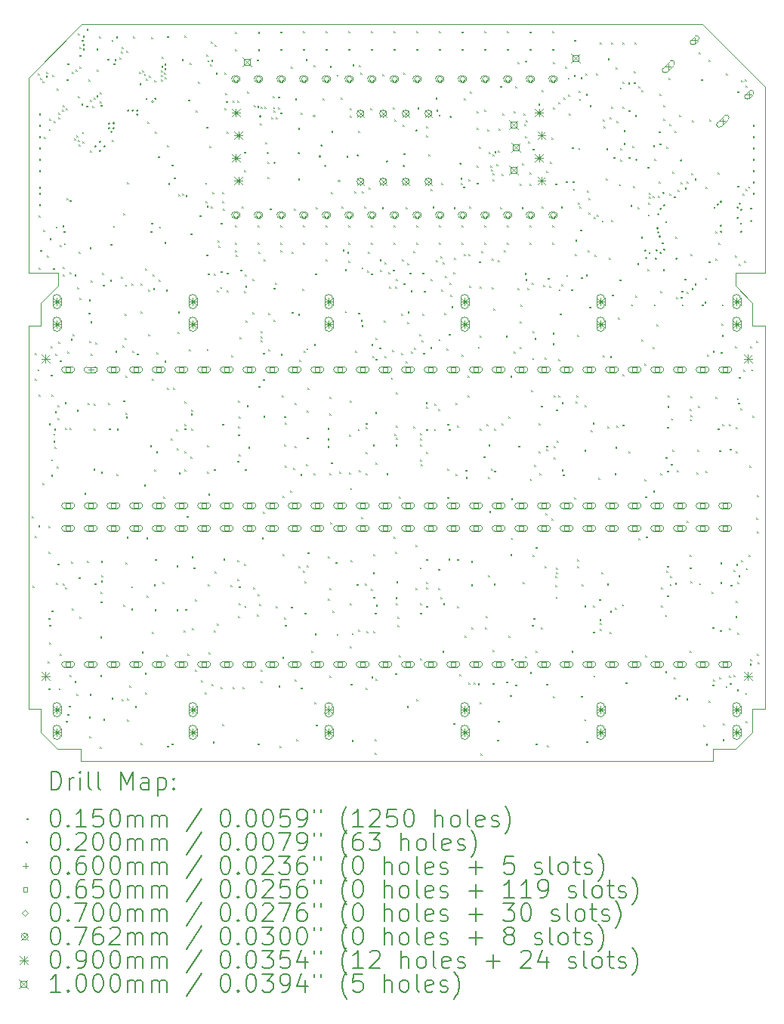
<source format=gbr>
%TF.GenerationSoftware,KiCad,Pcbnew,9.0.4*%
%TF.CreationDate,2025-10-21T16:07:13-07:00*%
%TF.ProjectId,JumperlessV5r7,4a756d70-6572-46c6-9573-73563572372e,rev?*%
%TF.SameCoordinates,Original*%
%TF.FileFunction,Drillmap*%
%TF.FilePolarity,Positive*%
%FSLAX45Y45*%
G04 Gerber Fmt 4.5, Leading zero omitted, Abs format (unit mm)*
G04 Created by KiCad (PCBNEW 9.0.4) date 2025-10-21 16:07:13*
%MOMM*%
%LPD*%
G01*
G04 APERTURE LIST*
%ADD10C,0.100000*%
%ADD11C,0.200000*%
G04 APERTURE END LIST*
D10*
X11070870Y-14849040D02*
X11070870Y-10556440D01*
X2815870Y-9959540D02*
X2815870Y-7775140D01*
X10747020Y-15293540D02*
X10486670Y-15293540D01*
X10740670Y-10099240D02*
X10740670Y-10105590D01*
X2815870Y-14849040D02*
X2955570Y-14849040D01*
X3133370Y-9959540D02*
X2815870Y-9959540D01*
X11070870Y-14849040D02*
X10931170Y-14849040D01*
X10486670Y-15433240D02*
X3400070Y-15433240D01*
X3146070Y-10105590D02*
X2955570Y-10296090D01*
X2955570Y-14849040D02*
X2955570Y-15109390D01*
X3412770Y-7178240D02*
X2815870Y-7775140D01*
X10486670Y-15293540D02*
X10486670Y-15433240D01*
X10740670Y-10105590D02*
X10931170Y-10296090D01*
X3146070Y-9959540D02*
X3146070Y-10105590D01*
X10753370Y-9959540D02*
X10740670Y-9959540D01*
X3133370Y-9959540D02*
X3146070Y-9959540D01*
X3139720Y-15293540D02*
X3400070Y-15293540D01*
X10931170Y-14849040D02*
X10931170Y-15109390D01*
X11070870Y-7876740D02*
X10372370Y-7178240D01*
X2955570Y-10296090D02*
X2955570Y-10556440D01*
X2815870Y-10556440D02*
X2815870Y-14849040D01*
X3400070Y-15293540D02*
X3400070Y-15433240D01*
X10931170Y-10556440D02*
X11070870Y-10556440D01*
X10372370Y-7178240D02*
X3412770Y-7178240D01*
X2955570Y-10556440D02*
X2815870Y-10556440D01*
X10931170Y-15109390D02*
X10747020Y-15293540D01*
X10753370Y-9959540D02*
X11070870Y-9959540D01*
X10931170Y-10296090D02*
X10931170Y-10556440D01*
X10740670Y-9959540D02*
X10740670Y-10099240D01*
X11070870Y-9959540D02*
X11070870Y-7876740D01*
X2955570Y-15109390D02*
X3139720Y-15293540D01*
D11*
D10*
X2850690Y-12689960D02*
X2865690Y-12704960D01*
X2865690Y-12689960D02*
X2850690Y-12704960D01*
X2863390Y-13467200D02*
X2878390Y-13482200D01*
X2878390Y-13467200D02*
X2863390Y-13482200D01*
X2886500Y-10858500D02*
X2901500Y-10873500D01*
X2901500Y-10858500D02*
X2886500Y-10873500D01*
X2888230Y-12911140D02*
X2903230Y-12926140D01*
X2903230Y-12911140D02*
X2888230Y-12926140D01*
X2889650Y-11150920D02*
X2904650Y-11165920D01*
X2904650Y-11150920D02*
X2889650Y-11165920D01*
X2916500Y-11042500D02*
X2931500Y-11057500D01*
X2931500Y-11042500D02*
X2916500Y-11057500D01*
X2922670Y-7724460D02*
X2937670Y-7739460D01*
X2937670Y-7724460D02*
X2922670Y-7739460D01*
X2925620Y-12791350D02*
X2940620Y-12806350D01*
X2940620Y-12791350D02*
X2925620Y-12806350D01*
X2926370Y-11328520D02*
X2941370Y-11343520D01*
X2941370Y-11328520D02*
X2926370Y-11343520D01*
X2928030Y-9318320D02*
X2943030Y-9333320D01*
X2943030Y-9318320D02*
X2928030Y-9333320D01*
X2929030Y-9903320D02*
X2944030Y-9918320D01*
X2944030Y-9903320D02*
X2929030Y-9918320D01*
X2932828Y-8428320D02*
X2947828Y-8443320D01*
X2947828Y-8428320D02*
X2932828Y-8443320D01*
X2932830Y-8555320D02*
X2947830Y-8570320D01*
X2947830Y-8555320D02*
X2932830Y-8570320D01*
X2932830Y-8174321D02*
X2947830Y-8189321D01*
X2947830Y-8174321D02*
X2932830Y-8189321D01*
X2932830Y-8809040D02*
X2947830Y-8824040D01*
X2947830Y-8809040D02*
X2932830Y-8824040D01*
X2932830Y-9190320D02*
X2947830Y-9205320D01*
X2947830Y-9190320D02*
X2932830Y-9205320D01*
X2932831Y-8682320D02*
X2947831Y-8697320D01*
X2947831Y-8682320D02*
X2932831Y-8697320D01*
X2932831Y-8301319D02*
X2947831Y-8316319D01*
X2947831Y-8301319D02*
X2932831Y-8316319D01*
X2932832Y-9063320D02*
X2947832Y-9078320D01*
X2947832Y-9063320D02*
X2932832Y-9078320D01*
X2933500Y-8998500D02*
X2948500Y-9013500D01*
X2948500Y-8998500D02*
X2933500Y-9013500D01*
X2948030Y-9703320D02*
X2963030Y-9718320D01*
X2963030Y-9703320D02*
X2948030Y-9718320D01*
X2948070Y-7775260D02*
X2963070Y-7790260D01*
X2963070Y-7775260D02*
X2948070Y-7790260D01*
X2970070Y-12315100D02*
X2985070Y-12330100D01*
X2985070Y-12315100D02*
X2970070Y-12330100D01*
X2973470Y-7813360D02*
X2988470Y-7828360D01*
X2988470Y-7813360D02*
X2973470Y-7828360D01*
X2978550Y-9481400D02*
X2993550Y-9496400D01*
X2993550Y-9481400D02*
X2978550Y-9496400D01*
X2987610Y-8440000D02*
X3002610Y-8455000D01*
X3002610Y-8440000D02*
X2987610Y-8455000D01*
X3009766Y-7754939D02*
X3024766Y-7769939D01*
X3024766Y-7754939D02*
X3009766Y-7769939D01*
X3011570Y-7711760D02*
X3026570Y-7726760D01*
X3026570Y-7711760D02*
X3011570Y-7726760D01*
X3024992Y-9769882D02*
X3039992Y-9784882D01*
X3039992Y-9769882D02*
X3024992Y-9784882D01*
X3029350Y-14311540D02*
X3044350Y-14326540D01*
X3044350Y-14311540D02*
X3029350Y-14326540D01*
X3038650Y-12800240D02*
X3053650Y-12815240D01*
X3053650Y-12800240D02*
X3038650Y-12815240D01*
X3038841Y-13827019D02*
X3053841Y-13842019D01*
X3053841Y-13827019D02*
X3038841Y-13842019D01*
X3041381Y-13085339D02*
X3056381Y-13100339D01*
X3056381Y-13085339D02*
X3041381Y-13100339D01*
X3042050Y-14614740D02*
X3057050Y-14629740D01*
X3057050Y-14614740D02*
X3042050Y-14629740D01*
X3043040Y-8349120D02*
X3058040Y-8364120D01*
X3058040Y-8349120D02*
X3043040Y-8364120D01*
X3043921Y-11647699D02*
X3058921Y-11662699D01*
X3058921Y-11647699D02*
X3043921Y-11662699D01*
X3046461Y-13903219D02*
X3061461Y-13918219D01*
X3061461Y-13903219D02*
X3046461Y-13918219D01*
X3049670Y-8232460D02*
X3064670Y-8247460D01*
X3064670Y-8232460D02*
X3049670Y-8247460D01*
X3049670Y-14104200D02*
X3064670Y-14119200D01*
X3064670Y-14104200D02*
X3049670Y-14119200D01*
X3052450Y-9576120D02*
X3067450Y-9591120D01*
X3067450Y-9576120D02*
X3052450Y-9591120D01*
X3063859Y-11101700D02*
X3078859Y-11116700D01*
X3078859Y-11101700D02*
X3063859Y-11116700D01*
X3067450Y-10781880D02*
X3082450Y-10796880D01*
X3082450Y-10781880D02*
X3067450Y-10796880D01*
X3069321Y-12224279D02*
X3084321Y-12239279D01*
X3084321Y-12224279D02*
X3069321Y-12239279D01*
X3069457Y-12049715D02*
X3084457Y-12064715D01*
X3084457Y-12049715D02*
X3069457Y-12064715D01*
X3071861Y-11325119D02*
X3086861Y-11340119D01*
X3086861Y-11325119D02*
X3071861Y-11340119D01*
X3073301Y-13743199D02*
X3088301Y-13758199D01*
X3088301Y-13743199D02*
X3073301Y-13758199D01*
X3080170Y-7746973D02*
X3095170Y-7761973D01*
X3095170Y-7746973D02*
X3080170Y-7761973D01*
X3088760Y-9907180D02*
X3103760Y-9922180D01*
X3103760Y-9907180D02*
X3088760Y-9922180D01*
X3094721Y-11761999D02*
X3109721Y-11776999D01*
X3109721Y-11761999D02*
X3094721Y-11776999D01*
X3094721Y-11840739D02*
X3109721Y-11855739D01*
X3109721Y-11840739D02*
X3094721Y-11855739D01*
X3100470Y-8257860D02*
X3115470Y-8272860D01*
X3115470Y-8257860D02*
X3100470Y-8272860D01*
X3102341Y-11706119D02*
X3117341Y-11721119D01*
X3117341Y-11706119D02*
X3102341Y-11721119D01*
X3104881Y-11909319D02*
X3119881Y-11924319D01*
X3119881Y-11909319D02*
X3104881Y-11924319D01*
X3110630Y-11513400D02*
X3125630Y-11528400D01*
X3125630Y-11513400D02*
X3110630Y-11528400D01*
X3113500Y-10869500D02*
X3128500Y-10884500D01*
X3128500Y-10869500D02*
X3113500Y-10884500D01*
X3120790Y-9440760D02*
X3135790Y-9455760D01*
X3135790Y-9440760D02*
X3120790Y-9455760D01*
X3125670Y-13436527D02*
X3140670Y-13451527D01*
X3140670Y-13436527D02*
X3125670Y-13451527D01*
X3130281Y-12130299D02*
X3145281Y-12145299D01*
X3145281Y-12130299D02*
X3130281Y-12145299D01*
X3130830Y-7895500D02*
X3145830Y-7910500D01*
X3145830Y-7895500D02*
X3130830Y-7910500D01*
X3137901Y-13217419D02*
X3152901Y-13232419D01*
X3152901Y-13217419D02*
X3137901Y-13232419D01*
X3138570Y-11589600D02*
X3153570Y-11604600D01*
X3153570Y-11589600D02*
X3138570Y-11604600D01*
X3141110Y-11444820D02*
X3156110Y-11459820D01*
X3156110Y-11444820D02*
X3141110Y-11459820D01*
X3147870Y-10735220D02*
X3162870Y-10750220D01*
X3162870Y-10735220D02*
X3147870Y-10750220D01*
X3151270Y-8168960D02*
X3166270Y-8183960D01*
X3166270Y-8168960D02*
X3151270Y-8183960D01*
X3151270Y-8219760D02*
X3166270Y-8234760D01*
X3166270Y-8219760D02*
X3151270Y-8234760D01*
X3153423Y-14615346D02*
X3168423Y-14630346D01*
X3168423Y-14615346D02*
X3153423Y-14630346D01*
X3166202Y-14227426D02*
X3181202Y-14242426D01*
X3181202Y-14227426D02*
X3166202Y-14242426D01*
X3166510Y-10939360D02*
X3181510Y-10954360D01*
X3181510Y-10939360D02*
X3166510Y-10954360D01*
X3167610Y-9647689D02*
X3182610Y-9662689D01*
X3182610Y-9647689D02*
X3167610Y-9662689D01*
X3189370Y-8130860D02*
X3204370Y-8145860D01*
X3204370Y-8130860D02*
X3189370Y-8145860D01*
X3195440Y-9431140D02*
X3210440Y-9446140D01*
X3210440Y-9431140D02*
X3195440Y-9446140D01*
X3201210Y-13440320D02*
X3216210Y-13455320D01*
X3216210Y-13440320D02*
X3201210Y-13455320D01*
X3202070Y-8080060D02*
X3217070Y-8095060D01*
X3217070Y-8080060D02*
X3202070Y-8095060D01*
X3202070Y-9892880D02*
X3217070Y-9907880D01*
X3217070Y-9892880D02*
X3202070Y-9907880D01*
X3202070Y-9981780D02*
X3217070Y-9996780D01*
X3217070Y-9981780D02*
X3202070Y-9996780D01*
X3211901Y-9491769D02*
X3226901Y-9506769D01*
X3226901Y-9491769D02*
X3211901Y-9506769D01*
X3212230Y-9628720D02*
X3227230Y-9643720D01*
X3227230Y-9628720D02*
X3212230Y-9643720D01*
X3221390Y-11410820D02*
X3236390Y-11425820D01*
X3236390Y-11410820D02*
X3221390Y-11425820D01*
X3223930Y-11695300D02*
X3238930Y-11710300D01*
X3238930Y-11695300D02*
X3223930Y-11710300D01*
X3226610Y-13486659D02*
X3241610Y-13501659D01*
X3241610Y-13486659D02*
X3226610Y-13501659D01*
X3235981Y-8118160D02*
X3250981Y-8133160D01*
X3250981Y-8118160D02*
X3235981Y-8133160D01*
X3236770Y-14979560D02*
X3251770Y-14994560D01*
X3251770Y-14979560D02*
X3236770Y-14994560D01*
X3240170Y-7790300D02*
X3255170Y-7805300D01*
X3255170Y-7790300D02*
X3240170Y-7805300D01*
X3242710Y-9123260D02*
X3257710Y-9138260D01*
X3257710Y-9123260D02*
X3242710Y-9138260D01*
X3248678Y-10841900D02*
X3263678Y-10856900D01*
X3263678Y-10841900D02*
X3248678Y-10856900D01*
X3250330Y-7613780D02*
X3265330Y-7628780D01*
X3265330Y-7613780D02*
X3250330Y-7628780D01*
X3250330Y-14901760D02*
X3265330Y-14916760D01*
X3265330Y-14901760D02*
X3250330Y-14916760D01*
X3267250Y-14809380D02*
X3282250Y-14824380D01*
X3282250Y-14809380D02*
X3267250Y-14824380D01*
X3275550Y-11699252D02*
X3290550Y-11714252D01*
X3290550Y-11699252D02*
X3275550Y-11714252D01*
X3275730Y-9146120D02*
X3290730Y-9161120D01*
X3290730Y-9146120D02*
X3275730Y-9161120D01*
X3275730Y-14464880D02*
X3290730Y-14479880D01*
X3290730Y-14464880D02*
X3275730Y-14479880D01*
X3276537Y-9955189D02*
X3291537Y-9970189D01*
X3291537Y-9955189D02*
X3276537Y-9970189D01*
X3288430Y-10698060D02*
X3303430Y-10713060D01*
X3303430Y-10698060D02*
X3288430Y-10713060D01*
X3294371Y-13199639D02*
X3309371Y-13214639D01*
X3309371Y-13199639D02*
X3294371Y-13214639D01*
X3300370Y-13724179D02*
X3315370Y-13739179D01*
X3315370Y-13724179D02*
X3300370Y-13739179D01*
X3302120Y-7709020D02*
X3317120Y-7724020D01*
X3317120Y-7709020D02*
X3302120Y-7724020D01*
X3309270Y-10650415D02*
X3324270Y-10665415D01*
X3324270Y-10650415D02*
X3309270Y-10665415D01*
X3327130Y-8455728D02*
X3342130Y-8470728D01*
X3342130Y-8455728D02*
X3327130Y-8470728D01*
X3331070Y-9978593D02*
X3346070Y-9993593D01*
X3346070Y-9978593D02*
X3331070Y-9993593D01*
X3331610Y-14533460D02*
X3346610Y-14548460D01*
X3346610Y-14533460D02*
X3331610Y-14548460D01*
X3345300Y-7682520D02*
X3360300Y-7697520D01*
X3360300Y-7682520D02*
X3345300Y-7697520D01*
X3350810Y-14681520D02*
X3365810Y-14696520D01*
X3365810Y-14681520D02*
X3350810Y-14696520D01*
X3354470Y-8422960D02*
X3369470Y-8437960D01*
X3369470Y-8422960D02*
X3354470Y-8437960D01*
X3356228Y-11496044D02*
X3371228Y-11511044D01*
X3371228Y-11496044D02*
X3356228Y-11511044D01*
X3358601Y-10126239D02*
X3373601Y-10141239D01*
X3373601Y-10126239D02*
X3358601Y-10141239D01*
X3366855Y-8472653D02*
X3381855Y-8487653D01*
X3381855Y-8472653D02*
X3366855Y-8487653D01*
X3367170Y-7279960D02*
X3382170Y-7294960D01*
X3382170Y-7279960D02*
X3367170Y-7294960D01*
X3368160Y-7983340D02*
X3383160Y-7998340D01*
X3383160Y-7983340D02*
X3368160Y-7998340D01*
X3375500Y-9726500D02*
X3390500Y-9741500D01*
X3390500Y-9726500D02*
X3375500Y-9741500D01*
X3379870Y-8524560D02*
X3394870Y-8539560D01*
X3394870Y-8524560D02*
X3379870Y-8539560D01*
X3381221Y-13369751D02*
X3396221Y-13384751D01*
X3396221Y-13369751D02*
X3381221Y-13384751D01*
X3384669Y-7427561D02*
X3399669Y-7442561D01*
X3399669Y-7427561D02*
X3384669Y-7442561D01*
X3385071Y-7520399D02*
X3400071Y-7535399D01*
X3400071Y-7520399D02*
X3385071Y-7535399D01*
X3387490Y-10240860D02*
X3402490Y-10255860D01*
X3402490Y-10240860D02*
X3387490Y-10255860D01*
X3388351Y-13817059D02*
X3403351Y-13832059D01*
X3403351Y-13817059D02*
X3388351Y-13832059D01*
X3388480Y-7653140D02*
X3403480Y-7668140D01*
X3403480Y-7653140D02*
X3388480Y-7668140D01*
X3407425Y-8066402D02*
X3422425Y-8081402D01*
X3422425Y-8066402D02*
X3407425Y-8081402D01*
X3411619Y-7349811D02*
X3426619Y-7364811D01*
X3426619Y-7349811D02*
X3411619Y-7364811D01*
X3415430Y-8384120D02*
X3430430Y-8399120D01*
X3430430Y-8384120D02*
X3415430Y-8399120D01*
X3417970Y-8486460D02*
X3432970Y-8501460D01*
X3432970Y-8486460D02*
X3417970Y-8501460D01*
X3424570Y-7305360D02*
X3439570Y-7320360D01*
X3439570Y-7305360D02*
X3424570Y-7320360D01*
X3424570Y-7394260D02*
X3439570Y-7409260D01*
X3439570Y-7394260D02*
X3424570Y-7409260D01*
X3424570Y-7445060D02*
X3439570Y-7460060D01*
X3439570Y-7445060D02*
X3424570Y-7460060D01*
X3442510Y-12429400D02*
X3457510Y-12444400D01*
X3457510Y-12429400D02*
X3442510Y-12444400D01*
X3462140Y-8087480D02*
X3477140Y-8102480D01*
X3477140Y-8087480D02*
X3462140Y-8102480D01*
X3466230Y-7225880D02*
X3481230Y-7240880D01*
X3481230Y-7225880D02*
X3466230Y-7240880D01*
X3472171Y-13187139D02*
X3487171Y-13202139D01*
X3487171Y-13187139D02*
X3472171Y-13202139D01*
X3477930Y-11418440D02*
X3492930Y-11433440D01*
X3492930Y-11418440D02*
X3477930Y-11433440D01*
X3487540Y-7795380D02*
X3502540Y-7810380D01*
X3502540Y-7795380D02*
X3487540Y-7810380D01*
X3490770Y-10407560D02*
X3505770Y-10422560D01*
X3505770Y-10407560D02*
X3490770Y-10422560D01*
X3493270Y-10261180D02*
X3508270Y-10276180D01*
X3508270Y-10261180D02*
X3493270Y-10276180D01*
X3493310Y-14934600D02*
X3508310Y-14949600D01*
X3508310Y-14934600D02*
X3493310Y-14949600D01*
X3494170Y-10726000D02*
X3509170Y-10741000D01*
X3509170Y-10726000D02*
X3494170Y-10741000D01*
X3498390Y-15149740D02*
X3513390Y-15164740D01*
X3513390Y-15149740D02*
X3498390Y-15164740D01*
X3500930Y-14679840D02*
X3515930Y-14694840D01*
X3515930Y-14679840D02*
X3500930Y-14694840D01*
X3501790Y-9674440D02*
X3516790Y-9689440D01*
X3516790Y-9674440D02*
X3501790Y-9689440D01*
X3506870Y-8588500D02*
X3521870Y-8603500D01*
X3521870Y-8588500D02*
X3506870Y-8603500D01*
X3507860Y-8026520D02*
X3522860Y-8041520D01*
X3522860Y-8026520D02*
X3507860Y-8041520D01*
X3508550Y-10506620D02*
X3523550Y-10521620D01*
X3523550Y-10506620D02*
X3508550Y-10521620D01*
X3510400Y-10048360D02*
X3525400Y-10063360D01*
X3525400Y-10048360D02*
X3510400Y-10063360D01*
X3515500Y-10866500D02*
X3530500Y-10881500D01*
X3530500Y-10866500D02*
X3515500Y-10881500D01*
X3531493Y-8089560D02*
X3546493Y-8104560D01*
X3546493Y-8089560D02*
X3531493Y-8104560D01*
X3542290Y-12156962D02*
X3557290Y-12171962D01*
X3557290Y-12156962D02*
X3542290Y-12171962D01*
X3545960Y-7998580D02*
X3560960Y-8013580D01*
X3560960Y-7998580D02*
X3545960Y-8013580D01*
X3546262Y-11709167D02*
X3561262Y-11724167D01*
X3561262Y-11709167D02*
X3546262Y-11724167D01*
X3547596Y-11424774D02*
X3562596Y-11439774D01*
X3562596Y-11424774D02*
X3547596Y-11439774D01*
X3554370Y-13438599D02*
X3569370Y-13453599D01*
X3569370Y-13438599D02*
X3554370Y-13453599D01*
X3565290Y-10743780D02*
X3580290Y-10758780D01*
X3580290Y-10743780D02*
X3565290Y-10758780D01*
X3576440Y-7970640D02*
X3591440Y-7985640D01*
X3591440Y-7970640D02*
X3576440Y-7985640D01*
X3577990Y-7446860D02*
X3592990Y-7461860D01*
X3592990Y-7446860D02*
X3577990Y-7461860D01*
X3578980Y-7686160D02*
X3593980Y-7701160D01*
X3593980Y-7686160D02*
X3578980Y-7701160D01*
X3605930Y-7312240D02*
X3620930Y-7327240D01*
X3620930Y-7312240D02*
X3605930Y-7327240D01*
X3612690Y-15274200D02*
X3627690Y-15289200D01*
X3627690Y-15274200D02*
X3612690Y-15289200D01*
X3617080Y-7937620D02*
X3632080Y-7952620D01*
X3632080Y-7937620D02*
X3617080Y-7952620D01*
X3617080Y-8037240D02*
X3632080Y-8052240D01*
X3632080Y-8037240D02*
X3617080Y-8052240D01*
X3619491Y-14035499D02*
X3634491Y-14050499D01*
X3634491Y-14035499D02*
X3619491Y-14050499D01*
X3620310Y-14466480D02*
X3635310Y-14481480D01*
X3635310Y-14466480D02*
X3620310Y-14481480D01*
X3623041Y-13532379D02*
X3638041Y-13547379D01*
X3638041Y-13532379D02*
X3623041Y-13547379D01*
X3624270Y-8078856D02*
X3639270Y-8093856D01*
X3639270Y-8078856D02*
X3624270Y-8093856D01*
X3625390Y-13640980D02*
X3640390Y-13655980D01*
X3640390Y-13640980D02*
X3625390Y-13655980D01*
X3627021Y-12186179D02*
X3642021Y-12201179D01*
X3642021Y-12186179D02*
X3627021Y-12201179D01*
X3627930Y-13407300D02*
X3642930Y-13422300D01*
X3642930Y-13407300D02*
X3627930Y-13422300D01*
X3628230Y-13186634D02*
X3643230Y-13201634D01*
X3643230Y-13186634D02*
X3628230Y-13201634D01*
X3629870Y-13346959D02*
X3644870Y-13361959D01*
X3644870Y-13346959D02*
X3629870Y-13361959D01*
X3643169Y-9960520D02*
X3658169Y-9975520D01*
X3658169Y-9960520D02*
X3643169Y-9975520D01*
X3649110Y-10093540D02*
X3664110Y-10108540D01*
X3664110Y-10093540D02*
X3649110Y-10108540D01*
X3654190Y-14955100D02*
X3669190Y-14970100D01*
X3669190Y-14955100D02*
X3654190Y-14970100D01*
X3700702Y-7562692D02*
X3715702Y-7577692D01*
X3715702Y-7562692D02*
X3700702Y-7577692D01*
X3710500Y-11418500D02*
X3725500Y-11433500D01*
X3725500Y-11418500D02*
X3710500Y-11433500D01*
X3718370Y-11702920D02*
X3733370Y-11717920D01*
X3733370Y-11702920D02*
X3718370Y-11717920D01*
X3729721Y-10039879D02*
X3744721Y-10054879D01*
X3744721Y-10039879D02*
X3729721Y-10054879D01*
X3736460Y-9636880D02*
X3751460Y-9651880D01*
X3751460Y-9636880D02*
X3736460Y-9651880D01*
X3745630Y-7350340D02*
X3760630Y-7365340D01*
X3760630Y-7350340D02*
X3745630Y-7365340D01*
X3745630Y-14721420D02*
X3760630Y-14736420D01*
X3760630Y-14721420D02*
X3745630Y-14736420D01*
X3749160Y-8471020D02*
X3764160Y-8486020D01*
X3764160Y-8471020D02*
X3749160Y-8486020D01*
X3762500Y-9433500D02*
X3777500Y-9448500D01*
X3777500Y-9433500D02*
X3762500Y-9448500D01*
X3766552Y-7612638D02*
X3781552Y-7627638D01*
X3781552Y-7612638D02*
X3766552Y-7627638D01*
X3780875Y-7566665D02*
X3795875Y-7581665D01*
X3795875Y-7566665D02*
X3780875Y-7581665D01*
X3787950Y-10836820D02*
X3802950Y-10851820D01*
X3802950Y-10836820D02*
X3787950Y-10851820D01*
X3796430Y-7309699D02*
X3811430Y-7324699D01*
X3811430Y-7309699D02*
X3796430Y-7324699D01*
X3803370Y-12216832D02*
X3818370Y-12231832D01*
X3818370Y-12216832D02*
X3803370Y-12231832D01*
X3805590Y-11705460D02*
X3820590Y-11720460D01*
X3820590Y-11705460D02*
X3805590Y-11720460D01*
X3838420Y-7548010D02*
X3853420Y-7563010D01*
X3853420Y-7548010D02*
X3838420Y-7563010D01*
X3849770Y-7483160D02*
X3864770Y-7498160D01*
X3864770Y-7483160D02*
X3849770Y-7498160D01*
X3853766Y-10003184D02*
X3868766Y-10018184D01*
X3868766Y-10003184D02*
X3853766Y-10018184D01*
X3859070Y-14738260D02*
X3874070Y-14753260D01*
X3874070Y-14738260D02*
X3859070Y-14753260D01*
X3862470Y-7428520D02*
X3877470Y-7443520D01*
X3877470Y-7428520D02*
X3862470Y-7443520D01*
X3871961Y-10773939D02*
X3886961Y-10788939D01*
X3886961Y-10773939D02*
X3871961Y-10788939D01*
X3876370Y-11388619D02*
X3891370Y-11403619D01*
X3891370Y-11388619D02*
X3876370Y-11403619D01*
X3877430Y-9295250D02*
X3892430Y-9310250D01*
X3892430Y-9295250D02*
X3877430Y-9310250D01*
X3877471Y-13682098D02*
X3892471Y-13697098D01*
X3892471Y-13682098D02*
X3877471Y-13697098D01*
X3894630Y-10689500D02*
X3909630Y-10704500D01*
X3909630Y-10689500D02*
X3894630Y-10704500D01*
X3897170Y-10417720D02*
X3912170Y-10432720D01*
X3912170Y-10417720D02*
X3897170Y-10432720D01*
X3898030Y-10093540D02*
X3913030Y-10108540D01*
X3913030Y-10093540D02*
X3898030Y-10108540D01*
X3901030Y-11526320D02*
X3916030Y-11541320D01*
X3916030Y-11526320D02*
X3901030Y-11541320D01*
X3902688Y-11115139D02*
X3917688Y-11130139D01*
X3917688Y-11115139D02*
X3902688Y-11130139D01*
X3903971Y-13204919D02*
X3918971Y-13219919D01*
X3918971Y-13204919D02*
X3903971Y-13219919D01*
X3908030Y-11568320D02*
X3923030Y-11583320D01*
X3923030Y-11568320D02*
X3908030Y-11583320D01*
X3913270Y-7470460D02*
X3928270Y-7485460D01*
X3928270Y-7470460D02*
X3913270Y-7485460D01*
X3916030Y-12920439D02*
X3931030Y-12935439D01*
X3931030Y-12920439D02*
X3916030Y-12935439D01*
X3920870Y-8946740D02*
X3935870Y-8961740D01*
X3935870Y-8946740D02*
X3920870Y-8961740D01*
X3920890Y-14964600D02*
X3935890Y-14979600D01*
X3935890Y-14964600D02*
X3920890Y-14979600D01*
X3922570Y-14730640D02*
X3937570Y-14745640D01*
X3937570Y-14730640D02*
X3922570Y-14745640D01*
X3946290Y-14586800D02*
X3961290Y-14601800D01*
X3961290Y-14586800D02*
X3946290Y-14601800D01*
X3967370Y-13472514D02*
X3982370Y-13487514D01*
X3982370Y-13472514D02*
X3967370Y-13487514D01*
X3967370Y-13723079D02*
X3982370Y-13738079D01*
X3982370Y-13723079D02*
X3967370Y-13738079D01*
X3970140Y-10078840D02*
X3985140Y-10093840D01*
X3985140Y-10078840D02*
X3970140Y-10093840D01*
X3981850Y-10836820D02*
X3996850Y-10851820D01*
X3996850Y-10836820D02*
X3981850Y-10851820D01*
X3989470Y-7309700D02*
X4004470Y-7324700D01*
X4004470Y-7309700D02*
X3989470Y-7324700D01*
X4009790Y-14812860D02*
X4024790Y-14827860D01*
X4024790Y-14812860D02*
X4009790Y-14827860D01*
X4030110Y-10863320D02*
X4045110Y-10878320D01*
X4045110Y-10863320D02*
X4030110Y-10878320D01*
X4052970Y-7711760D02*
X4067970Y-7726760D01*
X4067970Y-7711760D02*
X4052970Y-7726760D01*
X4060590Y-7835480D02*
X4075590Y-7850480D01*
X4075590Y-7835480D02*
X4060590Y-7850480D01*
X4071667Y-10080280D02*
X4086667Y-10095280D01*
X4086667Y-10080280D02*
X4071667Y-10095280D01*
X4071740Y-15229960D02*
X4086740Y-15244960D01*
X4086740Y-15229960D02*
X4071740Y-15244960D01*
X4075161Y-10395479D02*
X4090161Y-10410479D01*
X4090161Y-10395479D02*
X4075161Y-10410479D01*
X4085990Y-14205800D02*
X4100990Y-14220800D01*
X4100990Y-14205800D02*
X4085990Y-14220800D01*
X4091779Y-7693526D02*
X4106779Y-7708526D01*
X4106779Y-7693526D02*
X4091779Y-7708526D01*
X4110201Y-7731075D02*
X4125201Y-7746075D01*
X4125201Y-7731075D02*
X4110201Y-7746075D01*
X4111361Y-12335380D02*
X4126361Y-12350380D01*
X4126361Y-12335380D02*
X4111361Y-12350380D01*
X4118341Y-14443899D02*
X4133341Y-14458899D01*
X4133341Y-14443899D02*
X4118341Y-14458899D01*
X4120000Y-9913740D02*
X4135000Y-9928740D01*
X4135000Y-9913740D02*
X4120000Y-9928740D01*
X4123421Y-14662780D02*
X4138421Y-14677780D01*
X4138421Y-14662780D02*
X4123421Y-14677780D01*
X4129170Y-7787960D02*
X4144170Y-7802960D01*
X4144170Y-7787960D02*
X4129170Y-7802960D01*
X4136788Y-12925640D02*
X4151788Y-12940640D01*
X4151788Y-12925640D02*
X4136788Y-12940640D01*
X4140191Y-13580839D02*
X4155191Y-13595839D01*
X4155191Y-13580839D02*
X4140191Y-13595839D01*
X4151170Y-8271420D02*
X4166170Y-8286420D01*
X4166170Y-8271420D02*
X4151170Y-8286420D01*
X4153901Y-10651400D02*
X4168901Y-10666400D01*
X4168901Y-10651400D02*
X4153901Y-10666400D01*
X4155157Y-10149634D02*
X4170157Y-10164634D01*
X4170157Y-10149634D02*
X4155157Y-10164634D01*
X4167270Y-7749860D02*
X4182270Y-7764860D01*
X4182270Y-7749860D02*
X4167270Y-7764860D01*
X4179110Y-11890920D02*
X4194110Y-11905920D01*
X4194110Y-11890920D02*
X4179110Y-11905920D01*
X4185500Y-9492500D02*
X4200500Y-9507500D01*
X4200500Y-9492500D02*
X4185500Y-9507500D01*
X4189795Y-7322733D02*
X4204795Y-7337733D01*
X4204795Y-7322733D02*
X4189795Y-7337733D01*
X4190895Y-9398345D02*
X4205895Y-9413345D01*
X4205895Y-9398345D02*
X4190895Y-9413345D01*
X4200290Y-11150180D02*
X4215290Y-11165180D01*
X4215290Y-11150180D02*
X4200290Y-11165180D01*
X4202490Y-13987039D02*
X4217490Y-14002039D01*
X4217490Y-13987039D02*
X4202490Y-14002039D01*
X4207910Y-9982320D02*
X4222910Y-9997320D01*
X4222910Y-9982320D02*
X4207910Y-9997320D01*
X4212500Y-10132500D02*
X4227500Y-10147500D01*
X4227500Y-10132500D02*
X4212500Y-10147500D01*
X4221370Y-13453839D02*
X4236370Y-13468839D01*
X4236370Y-13453839D02*
X4221370Y-13468839D01*
X4222290Y-12162700D02*
X4237290Y-12177700D01*
X4237290Y-12162700D02*
X4222290Y-12177700D01*
X4224140Y-7805540D02*
X4239140Y-7820540D01*
X4239140Y-7805540D02*
X4224140Y-7820540D01*
X4228230Y-13729020D02*
X4243230Y-13744020D01*
X4243230Y-13729020D02*
X4228230Y-13744020D01*
X4232250Y-8379780D02*
X4247250Y-8394780D01*
X4247250Y-8379780D02*
X4232250Y-8394780D01*
X4233310Y-13167680D02*
X4248310Y-13182680D01*
X4248310Y-13167680D02*
X4233310Y-13182680D01*
X4245730Y-11959500D02*
X4260730Y-11974500D01*
X4260730Y-11959500D02*
X4245730Y-11974500D01*
X4248550Y-10850460D02*
X4263550Y-10865460D01*
X4263550Y-10850460D02*
X4248550Y-10865460D01*
X4268670Y-8654760D02*
X4283670Y-8669760D01*
X4283670Y-8654760D02*
X4268670Y-8669760D01*
X4278500Y-10041240D02*
X4293500Y-10056240D01*
X4293500Y-10041240D02*
X4278500Y-10056240D01*
X4279031Y-9440760D02*
X4294031Y-9455760D01*
X4294031Y-9440760D02*
X4279031Y-9455760D01*
X4299350Y-7794380D02*
X4314350Y-7809380D01*
X4314350Y-7794380D02*
X4299350Y-7809380D01*
X4301890Y-7744040D02*
X4316890Y-7759040D01*
X4316890Y-7744040D02*
X4301890Y-7759040D01*
X4302950Y-7690980D02*
X4317950Y-7705980D01*
X4317950Y-7690980D02*
X4302950Y-7705980D01*
X4304820Y-7639510D02*
X4319820Y-7654510D01*
X4319820Y-7639510D02*
X4304820Y-7654510D01*
X4310500Y-7538840D02*
X4325500Y-7553840D01*
X4325500Y-7538840D02*
X4310500Y-7553840D01*
X4317991Y-13425899D02*
X4332991Y-13440899D01*
X4332991Y-13425899D02*
X4317991Y-13440899D01*
X4327782Y-12465409D02*
X4342782Y-12480409D01*
X4342782Y-12465409D02*
X4327782Y-12480409D01*
X4337450Y-7720080D02*
X4352450Y-7735080D01*
X4352450Y-7720080D02*
X4337450Y-7735080D01*
X4338907Y-7667080D02*
X4353907Y-7682080D01*
X4353907Y-7667080D02*
X4338907Y-7682080D01*
X4339321Y-10941579D02*
X4354321Y-10956579D01*
X4354321Y-10941579D02*
X4339321Y-10956579D01*
X4339990Y-7616000D02*
X4354990Y-7631000D01*
X4354990Y-7616000D02*
X4339990Y-7631000D01*
X4339990Y-9613480D02*
X4354990Y-9628480D01*
X4354990Y-9613480D02*
X4339990Y-9628480D01*
X4340980Y-7770480D02*
X4355980Y-7785480D01*
X4355980Y-7770480D02*
X4340980Y-7785480D01*
X4355230Y-10149420D02*
X4370230Y-10164420D01*
X4370230Y-10149420D02*
X4355230Y-10164420D01*
X4363100Y-14238820D02*
X4378100Y-14253820D01*
X4378100Y-14238820D02*
X4363100Y-14253820D01*
X4366161Y-11246579D02*
X4381161Y-11261579D01*
X4381161Y-11246579D02*
X4366161Y-11261579D01*
X4367930Y-7307160D02*
X4382930Y-7322160D01*
X4382930Y-7307160D02*
X4367930Y-7322160D01*
X4367930Y-8529640D02*
X4382930Y-8544640D01*
X4382930Y-8529640D02*
X4367930Y-8544640D01*
X4367930Y-15258100D02*
X4382930Y-15273100D01*
X4382930Y-15258100D02*
X4367930Y-15273100D01*
X4380630Y-8955620D02*
X4395630Y-8970620D01*
X4395630Y-8955620D02*
X4380630Y-8970620D01*
X4412650Y-11817220D02*
X4427650Y-11832220D01*
X4427650Y-11817220D02*
X4412650Y-11832220D01*
X4418730Y-8748080D02*
X4433730Y-8763080D01*
X4433730Y-8748080D02*
X4418730Y-8763080D01*
X4421512Y-15232780D02*
X4436512Y-15247780D01*
X4436512Y-15232780D02*
X4421512Y-15247780D01*
X4439481Y-11251659D02*
X4454481Y-11266659D01*
X4454481Y-11251659D02*
X4439481Y-11266659D01*
X4444130Y-8892120D02*
X4459130Y-8907120D01*
X4459130Y-8892120D02*
X4444130Y-8907120D01*
X4472747Y-11717069D02*
X4487747Y-11732069D01*
X4487747Y-11717069D02*
X4472747Y-11732069D01*
X4475370Y-13236975D02*
X4490370Y-13251975D01*
X4490370Y-13236975D02*
X4475370Y-13251975D01*
X4475370Y-13730699D02*
X4490370Y-13745699D01*
X4490370Y-13730699D02*
X4475370Y-13745699D01*
X4481428Y-11928284D02*
X4496428Y-11943284D01*
X4496428Y-11928284D02*
X4481428Y-11943284D01*
X4486450Y-10626000D02*
X4501450Y-10641000D01*
X4501450Y-10626000D02*
X4486450Y-10641000D01*
X4491721Y-10393740D02*
X4506721Y-10408740D01*
X4506721Y-10393740D02*
X4491721Y-10408740D01*
X4494942Y-9083122D02*
X4509942Y-9098122D01*
X4509942Y-9083122D02*
X4494942Y-9098122D01*
X4499010Y-12196339D02*
X4514010Y-12211339D01*
X4514010Y-12196339D02*
X4499010Y-12211339D01*
X4533916Y-7569424D02*
X4548916Y-7584424D01*
X4548916Y-7569424D02*
X4533916Y-7584424D01*
X4536276Y-9075706D02*
X4551276Y-9090706D01*
X4551276Y-9075706D02*
X4536276Y-9090706D01*
X4552870Y-13970089D02*
X4567870Y-13985089D01*
X4567870Y-13970089D02*
X4552870Y-13985089D01*
X4560970Y-7304620D02*
X4575970Y-7319620D01*
X4575970Y-7304620D02*
X4560970Y-7319620D01*
X4565370Y-11402251D02*
X4580370Y-11417251D01*
X4580370Y-11402251D02*
X4565370Y-11417251D01*
X4565370Y-11654660D02*
X4580370Y-11669660D01*
X4580370Y-11654660D02*
X4565370Y-11669660D01*
X4565370Y-11701888D02*
X4580370Y-11716888D01*
X4580370Y-11701888D02*
X4565370Y-11716888D01*
X4565370Y-11958772D02*
X4580370Y-11973772D01*
X4580370Y-11958772D02*
X4565370Y-11973772D01*
X4565370Y-12165277D02*
X4580370Y-12180277D01*
X4580370Y-12165277D02*
X4565370Y-12180277D01*
X4568894Y-13725530D02*
X4583894Y-13740530D01*
X4583894Y-13725530D02*
X4568894Y-13740530D01*
X4576210Y-9087700D02*
X4591210Y-9102700D01*
X4591210Y-9087700D02*
X4576210Y-9102700D01*
X4588500Y-12684500D02*
X4603500Y-12699500D01*
X4603500Y-12684500D02*
X4588500Y-12699500D01*
X4597500Y-14232500D02*
X4612500Y-14247500D01*
X4612500Y-14232500D02*
X4597500Y-14247500D01*
X4603589Y-8018403D02*
X4618589Y-8033403D01*
X4618589Y-8018403D02*
X4603589Y-8033403D01*
X4615990Y-10819040D02*
X4630990Y-10834040D01*
X4630990Y-10819040D02*
X4615990Y-10834040D01*
X4624470Y-7606880D02*
X4639470Y-7621880D01*
X4639470Y-7606880D02*
X4624470Y-7621880D01*
X4633500Y-9518500D02*
X4648500Y-9533500D01*
X4648500Y-9518500D02*
X4633500Y-9533500D01*
X4633770Y-12017920D02*
X4648770Y-12032920D01*
X4648770Y-12017920D02*
X4633770Y-12032920D01*
X4636170Y-11535280D02*
X4651170Y-11550280D01*
X4651170Y-11535280D02*
X4636170Y-11550280D01*
X4637870Y-11494871D02*
X4652870Y-11509871D01*
X4652870Y-11494871D02*
X4637870Y-11509871D01*
X4641239Y-11704679D02*
X4656239Y-11719679D01*
X4656239Y-11704679D02*
X4641239Y-11719679D01*
X4643111Y-13138679D02*
X4658111Y-13153679D01*
X4658111Y-13138679D02*
X4643111Y-13153679D01*
X4650731Y-13944059D02*
X4665731Y-13959059D01*
X4665731Y-13944059D02*
X4650731Y-13959059D01*
X4664531Y-13259858D02*
X4679531Y-13274858D01*
X4679531Y-13259858D02*
X4664531Y-13274858D01*
X4681211Y-13621479D02*
X4696211Y-13636479D01*
X4696211Y-13621479D02*
X4681211Y-13636479D01*
X4684824Y-14408480D02*
X4699824Y-14423480D01*
X4699824Y-14408480D02*
X4684824Y-14423480D01*
X4689650Y-8144460D02*
X4704650Y-8159460D01*
X4704650Y-8144460D02*
X4689650Y-8159460D01*
X4713370Y-7822780D02*
X4728370Y-7837780D01*
X4728370Y-7822780D02*
X4713370Y-7837780D01*
X4731150Y-9313760D02*
X4746150Y-9328760D01*
X4746150Y-9313760D02*
X4731150Y-9328760D01*
X4751470Y-14528380D02*
X4766470Y-14543380D01*
X4766470Y-14528380D02*
X4751470Y-14543380D01*
X4792110Y-14663000D02*
X4807110Y-14678000D01*
X4807110Y-14663000D02*
X4792110Y-14678000D01*
X4795500Y-8950500D02*
X4810500Y-8965500D01*
X4810500Y-8950500D02*
X4795500Y-8965500D01*
X4799584Y-9161134D02*
X4814584Y-9176134D01*
X4814584Y-9161134D02*
X4799584Y-9176134D01*
X4805800Y-7513440D02*
X4820800Y-7528440D01*
X4820800Y-7513440D02*
X4805800Y-7528440D01*
X4807500Y-9755500D02*
X4822500Y-9770500D01*
X4822500Y-9755500D02*
X4807500Y-9770500D01*
X4810880Y-8323700D02*
X4825880Y-8338700D01*
X4825880Y-8323700D02*
X4810880Y-8338700D01*
X4812430Y-10812360D02*
X4827430Y-10827360D01*
X4827430Y-10812360D02*
X4812430Y-10827360D01*
X4812430Y-9207080D02*
X4827430Y-9222080D01*
X4827430Y-9207080D02*
X4812430Y-9222080D01*
X4819370Y-11893420D02*
X4834370Y-11908420D01*
X4834370Y-11893420D02*
X4819370Y-11908420D01*
X4819381Y-12186179D02*
X4834381Y-12201179D01*
X4834381Y-12186179D02*
X4819381Y-12201179D01*
X4822590Y-7578940D02*
X4837590Y-7593940D01*
X4837590Y-7578940D02*
X4822590Y-7593940D01*
X4823021Y-9965659D02*
X4838021Y-9980659D01*
X4838021Y-9965659D02*
X4823021Y-9980659D01*
X4824370Y-13453839D02*
X4839370Y-13468839D01*
X4839370Y-13453839D02*
X4824370Y-13468839D01*
X4829350Y-12434480D02*
X4844350Y-12449480D01*
X4844350Y-12434480D02*
X4829350Y-12449480D01*
X4831890Y-14215020D02*
X4846890Y-14230020D01*
X4846890Y-14215020D02*
X4831890Y-14230020D01*
X4844431Y-8540660D02*
X4859431Y-8555660D01*
X4859431Y-8540660D02*
X4844431Y-8555660D01*
X4848980Y-7625200D02*
X4863980Y-7640200D01*
X4863980Y-7625200D02*
X4848980Y-7640200D01*
X4860690Y-7373940D02*
X4875690Y-7388940D01*
X4875690Y-7373940D02*
X4860690Y-7388940D01*
X4862167Y-9218762D02*
X4877167Y-9233762D01*
X4877167Y-9218762D02*
X4862167Y-9233762D01*
X4864220Y-7571860D02*
X4879220Y-7586860D01*
X4879220Y-7571860D02*
X4864220Y-7586860D01*
X4866949Y-14571080D02*
X4881949Y-14586080D01*
X4881949Y-14571080D02*
X4866949Y-14586080D01*
X4874380Y-9055220D02*
X4889380Y-9070220D01*
X4889380Y-9055220D02*
X4874380Y-9070220D01*
X4880150Y-15213240D02*
X4895150Y-15228240D01*
X4895150Y-15213240D02*
X4880150Y-15228240D01*
X4891170Y-9971620D02*
X4906170Y-9986620D01*
X4906170Y-9971620D02*
X4891170Y-9986620D01*
X4893041Y-13966719D02*
X4908041Y-13981719D01*
X4908041Y-13966719D02*
X4893041Y-13981719D01*
X4895306Y-12159679D02*
X4910306Y-12174679D01*
X4910306Y-12159679D02*
X4895306Y-12174679D01*
X4900661Y-13308859D02*
X4915661Y-13323859D01*
X4915661Y-13308859D02*
X4900661Y-13323859D01*
X4902228Y-7407075D02*
X4917228Y-7422075D01*
X4917228Y-7407075D02*
X4902228Y-7422075D01*
X4914900Y-7719195D02*
X4929900Y-7734195D01*
X4929900Y-7719195D02*
X4914900Y-7734195D01*
X4928410Y-10156100D02*
X4943410Y-10171100D01*
X4943410Y-10156100D02*
X4928410Y-10171100D01*
X4928892Y-13892639D02*
X4943892Y-13907639D01*
X4943892Y-13892639D02*
X4928892Y-13907639D01*
X4938610Y-9596775D02*
X4953610Y-9611775D01*
X4953610Y-9596775D02*
X4938610Y-9611775D01*
X4943950Y-9654818D02*
X4958950Y-9669818D01*
X4958950Y-9654818D02*
X4943950Y-9669818D01*
X4966510Y-10118420D02*
X4981510Y-10133420D01*
X4981510Y-10118420D02*
X4966510Y-10133420D01*
X4967110Y-9400120D02*
X4982110Y-9415120D01*
X4982110Y-9400120D02*
X4967110Y-9415120D01*
X4967926Y-9941640D02*
X4982926Y-9956640D01*
X4982926Y-9941640D02*
X4967926Y-9956640D01*
X4972991Y-14605280D02*
X4987991Y-14620280D01*
X4987991Y-14605280D02*
X4972991Y-14620280D01*
X4986420Y-15014790D02*
X5001420Y-15029790D01*
X5001420Y-15014790D02*
X4986420Y-15029790D01*
X4986510Y-9160800D02*
X5001510Y-9175800D01*
X5001510Y-9160800D02*
X4986510Y-9175800D01*
X4986690Y-11652120D02*
X5001690Y-11667120D01*
X5001690Y-11652120D02*
X4986690Y-11667120D01*
X4988680Y-9057760D02*
X5003680Y-9072760D01*
X5003680Y-9057760D02*
X4988680Y-9072760D01*
X4995310Y-9240100D02*
X5010310Y-9255100D01*
X5010310Y-9240100D02*
X4995310Y-9255100D01*
X4998711Y-13164079D02*
X5013711Y-13179079D01*
X5013711Y-13164079D02*
X4998711Y-13179079D01*
X5011020Y-8119230D02*
X5026020Y-8134230D01*
X5026020Y-8119230D02*
X5011020Y-8134230D01*
X5011540Y-7721720D02*
X5026540Y-7736720D01*
X5026540Y-7721720D02*
X5011540Y-7736720D01*
X5023250Y-7950330D02*
X5038250Y-7965330D01*
X5038250Y-7950330D02*
X5023250Y-7965330D01*
X5026780Y-8036680D02*
X5041780Y-8051680D01*
X5041780Y-8036680D02*
X5026780Y-8051680D01*
X5034400Y-8377040D02*
X5049400Y-8392040D01*
X5049400Y-8377040D02*
X5034400Y-8392040D01*
X5036700Y-10156756D02*
X5051700Y-10171756D01*
X5051700Y-10156756D02*
X5036700Y-10171756D01*
X5038979Y-9958096D02*
X5053979Y-9973096D01*
X5053979Y-9958096D02*
X5038979Y-9973096D01*
X5078370Y-13460422D02*
X5093370Y-13475422D01*
X5093370Y-13460422D02*
X5078370Y-13475422D01*
X5088030Y-10883320D02*
X5103030Y-10898320D01*
X5103030Y-10883320D02*
X5088030Y-10898320D01*
X5105520Y-8034140D02*
X5120520Y-8049140D01*
X5120520Y-8034140D02*
X5105520Y-8049140D01*
X5107070Y-14605280D02*
X5122070Y-14620280D01*
X5122070Y-14605280D02*
X5107070Y-14620280D01*
X5127500Y-9710500D02*
X5142500Y-9725500D01*
X5142500Y-9710500D02*
X5127500Y-9725500D01*
X5132470Y-7259210D02*
X5147470Y-7274210D01*
X5147470Y-7259210D02*
X5132470Y-7274210D01*
X5132470Y-7453110D02*
X5147470Y-7468110D01*
X5147470Y-7453110D02*
X5132470Y-7468110D01*
X5132470Y-9625010D02*
X5147470Y-9640010D01*
X5147470Y-9625010D02*
X5132470Y-9640010D01*
X5132471Y-9431310D02*
X5147471Y-9446310D01*
X5147471Y-9431310D02*
X5132471Y-9446310D01*
X5139756Y-9762331D02*
X5154756Y-9777331D01*
X5154756Y-9762331D02*
X5139756Y-9777331D01*
X5156101Y-13179319D02*
X5171101Y-13194319D01*
X5171101Y-13179319D02*
X5156101Y-13194319D01*
X5156191Y-12066999D02*
X5171191Y-12081999D01*
X5171191Y-12066999D02*
X5156191Y-12081999D01*
X5157201Y-13392679D02*
X5172201Y-13407679D01*
X5172201Y-13392679D02*
X5157201Y-13407679D01*
X5157963Y-8032730D02*
X5172963Y-8047730D01*
X5172963Y-8032730D02*
X5157963Y-8047730D01*
X5167170Y-13803540D02*
X5182170Y-13818540D01*
X5182170Y-13803540D02*
X5167170Y-13818540D01*
X5167361Y-11396239D02*
X5182361Y-11411239D01*
X5182361Y-11396239D02*
X5167361Y-11411239D01*
X5167451Y-11679958D02*
X5182451Y-11694958D01*
X5182451Y-11679958D02*
X5167451Y-11694958D01*
X5167451Y-11769619D02*
X5182451Y-11784619D01*
X5182451Y-11769619D02*
X5167451Y-11784619D01*
X5169901Y-11574039D02*
X5184901Y-11589039D01*
X5184901Y-11574039D02*
X5169901Y-11589039D01*
X5171431Y-13471619D02*
X5186431Y-13486619D01*
X5186431Y-13471619D02*
X5171431Y-13486619D01*
X5172531Y-11997560D02*
X5187531Y-12012560D01*
X5187531Y-11997560D02*
X5172531Y-12012560D01*
X5173971Y-13662119D02*
X5188971Y-13677119D01*
X5188971Y-13662119D02*
X5173971Y-13677119D01*
X5179870Y-10681880D02*
X5194870Y-10696880D01*
X5194870Y-10681880D02*
X5179870Y-10696880D01*
X5189296Y-9923895D02*
X5204296Y-9938895D01*
X5204296Y-9923895D02*
X5189296Y-9938895D01*
X5207500Y-9215500D02*
X5222500Y-9230500D01*
X5222500Y-9215500D02*
X5207500Y-9230500D01*
X5216290Y-14599500D02*
X5231290Y-14614500D01*
X5231290Y-14599500D02*
X5216290Y-14614500D01*
X5230370Y-10163255D02*
X5245370Y-10178255D01*
X5245370Y-10163255D02*
X5230370Y-10178255D01*
X5230670Y-13221880D02*
X5245670Y-13236880D01*
X5245670Y-13221880D02*
X5230670Y-13236880D01*
X5232520Y-8603100D02*
X5247520Y-8618100D01*
X5247520Y-8603100D02*
X5232520Y-8618100D01*
X5235060Y-8813920D02*
X5250060Y-8828920D01*
X5250060Y-8813920D02*
X5235060Y-8828920D01*
X5237370Y-13692399D02*
X5252370Y-13707399D01*
X5252370Y-13692399D02*
X5237370Y-13707399D01*
X5238880Y-9976700D02*
X5253880Y-9991700D01*
X5253880Y-9976700D02*
X5238880Y-9991700D01*
X5243230Y-12160120D02*
X5258230Y-12175120D01*
X5258230Y-12160120D02*
X5243230Y-12175120D01*
X5244230Y-10108780D02*
X5259230Y-10123780D01*
X5259230Y-10108780D02*
X5244230Y-10123780D01*
X5251970Y-10499000D02*
X5266970Y-10514000D01*
X5266970Y-10499000D02*
X5251970Y-10514000D01*
X5261010Y-11441300D02*
X5276010Y-11456300D01*
X5276010Y-11441300D02*
X5261010Y-11456300D01*
X5267090Y-7929460D02*
X5282090Y-7944460D01*
X5282090Y-7929460D02*
X5267090Y-7944460D01*
X5277952Y-11912240D02*
X5292952Y-11927240D01*
X5292952Y-11912240D02*
X5277952Y-11927240D01*
X5322301Y-10403099D02*
X5337301Y-10418099D01*
X5337301Y-10403099D02*
X5322301Y-10418099D01*
X5323470Y-10030780D02*
X5338470Y-10045780D01*
X5338470Y-10030780D02*
X5323470Y-10045780D01*
X5332370Y-13482829D02*
X5347370Y-13497829D01*
X5347370Y-13482829D02*
X5332370Y-13497829D01*
X5341740Y-8079860D02*
X5356740Y-8094860D01*
X5356740Y-8079860D02*
X5341740Y-8094860D01*
X5377171Y-13791659D02*
X5392171Y-13806659D01*
X5392171Y-13791659D02*
X5377171Y-13806659D01*
X5378850Y-7571320D02*
X5393850Y-7586320D01*
X5393850Y-7571320D02*
X5378850Y-7586320D01*
X5379840Y-8092560D02*
X5394840Y-8107560D01*
X5394840Y-8092560D02*
X5379840Y-8107560D01*
X5384791Y-13563059D02*
X5399791Y-13578059D01*
X5399791Y-13563059D02*
X5384791Y-13578059D01*
X5385801Y-15232780D02*
X5400801Y-15247780D01*
X5400801Y-15232780D02*
X5385801Y-15247780D01*
X5386470Y-9431340D02*
X5401470Y-9446340D01*
X5401470Y-9431340D02*
X5386470Y-9446340D01*
X5386470Y-9625240D02*
X5401470Y-9640240D01*
X5401470Y-9625240D02*
X5386470Y-9640240D01*
X5389010Y-7259210D02*
X5404010Y-7274210D01*
X5404010Y-7259210D02*
X5389010Y-7274210D01*
X5389012Y-7453110D02*
X5404012Y-7468110D01*
X5404012Y-7453110D02*
X5389012Y-7468110D01*
X5391470Y-9724140D02*
X5406470Y-9739140D01*
X5406470Y-9724140D02*
X5391470Y-9739140D01*
X5392241Y-11228199D02*
X5407241Y-11243199D01*
X5407241Y-11228199D02*
X5392241Y-11243199D01*
X5399611Y-13672279D02*
X5414611Y-13687279D01*
X5414611Y-13672279D02*
X5399611Y-13687279D01*
X5412860Y-8285600D02*
X5427860Y-8300600D01*
X5427860Y-8285600D02*
X5412860Y-8300600D01*
X5416281Y-14405080D02*
X5431281Y-14420080D01*
X5431281Y-14405080D02*
X5416281Y-14420080D01*
X5417190Y-10614740D02*
X5432190Y-10629740D01*
X5432190Y-10614740D02*
X5417190Y-10629740D01*
X5417721Y-10671760D02*
X5432721Y-10686760D01*
X5432721Y-10671760D02*
X5417721Y-10686760D01*
X5417839Y-14534234D02*
X5432839Y-14549234D01*
X5432839Y-14534234D02*
X5417839Y-14549234D01*
X5419510Y-10714740D02*
X5434510Y-10729740D01*
X5434510Y-10714740D02*
X5419510Y-10729740D01*
X5420480Y-8097640D02*
X5435480Y-8112640D01*
X5435480Y-8097640D02*
X5420480Y-8112640D01*
X5432190Y-12925640D02*
X5447190Y-12940640D01*
X5447190Y-12925640D02*
X5432190Y-12940640D01*
X5442350Y-11152720D02*
X5457350Y-11167720D01*
X5457350Y-11152720D02*
X5442350Y-11167720D01*
X5444221Y-10855219D02*
X5459221Y-10870219D01*
X5459221Y-10855219D02*
X5444221Y-10870219D01*
X5446500Y-12638500D02*
X5461500Y-12653500D01*
X5461500Y-12638500D02*
X5446500Y-12653500D01*
X5447783Y-11565492D02*
X5462783Y-11580492D01*
X5462783Y-11565492D02*
X5447783Y-11580492D01*
X5449970Y-9809240D02*
X5464970Y-9824240D01*
X5464970Y-9809240D02*
X5449970Y-9824240D01*
X5461120Y-8102720D02*
X5476120Y-8117720D01*
X5476120Y-8102720D02*
X5461120Y-8117720D01*
X5466572Y-8494940D02*
X5481572Y-8509940D01*
X5481572Y-8494940D02*
X5466572Y-8509940D01*
X5491600Y-8717400D02*
X5506600Y-8732400D01*
X5506600Y-8717400D02*
X5491600Y-8732400D01*
X5495690Y-8887040D02*
X5510690Y-8902040D01*
X5510690Y-8887040D02*
X5495690Y-8902040D01*
X5504990Y-10412640D02*
X5519990Y-10427640D01*
X5519990Y-10412640D02*
X5504990Y-10427640D01*
X5505181Y-10817119D02*
X5520181Y-10832119D01*
X5520181Y-10817119D02*
X5505181Y-10832119D01*
X5519540Y-9238100D02*
X5534540Y-9253100D01*
X5534540Y-9238100D02*
X5519540Y-9253100D01*
X5534780Y-8217020D02*
X5549780Y-8232020D01*
X5549780Y-8217020D02*
X5534780Y-8232020D01*
X5555100Y-7983080D02*
X5570100Y-7998080D01*
X5570100Y-7983080D02*
X5555100Y-7998080D01*
X5558269Y-8103423D02*
X5573269Y-8118423D01*
X5573269Y-8103423D02*
X5558269Y-8118423D01*
X5562720Y-10487780D02*
X5577720Y-10502780D01*
X5577720Y-10487780D02*
X5562720Y-10502780D01*
X5565260Y-8143360D02*
X5580260Y-8158360D01*
X5580260Y-8143360D02*
X5565260Y-8158360D01*
X5565260Y-10127100D02*
X5580260Y-10142100D01*
X5580260Y-10127100D02*
X5565260Y-10142100D01*
X5576970Y-10073960D02*
X5591970Y-10088960D01*
X5591970Y-10073960D02*
X5576970Y-10088960D01*
X5586370Y-13693839D02*
X5601370Y-13708839D01*
X5601370Y-13693839D02*
X5586370Y-13708839D01*
X5590660Y-8219560D02*
X5605660Y-8234560D01*
X5605660Y-8219560D02*
X5590660Y-8234560D01*
X5610508Y-7985620D02*
X5625508Y-8000620D01*
X5625508Y-7985620D02*
X5610508Y-8000620D01*
X5616427Y-8108900D02*
X5631427Y-8123900D01*
X5631427Y-8108900D02*
X5616427Y-8123900D01*
X5617610Y-14584900D02*
X5632610Y-14599900D01*
X5632610Y-14584900D02*
X5617610Y-14599900D01*
X5627981Y-15261280D02*
X5642981Y-15276280D01*
X5642981Y-15261280D02*
X5627981Y-15276280D01*
X5638920Y-8163680D02*
X5653920Y-8178680D01*
X5653920Y-8163680D02*
X5638920Y-8178680D01*
X5640469Y-7257840D02*
X5655469Y-7272840D01*
X5655469Y-7257840D02*
X5640469Y-7272840D01*
X5640469Y-7451740D02*
X5655469Y-7466740D01*
X5655469Y-7451740D02*
X5640469Y-7466740D01*
X5640470Y-9431340D02*
X5655470Y-9446340D01*
X5655470Y-9431340D02*
X5640470Y-9446340D01*
X5640470Y-9625240D02*
X5655470Y-9640240D01*
X5655470Y-9625240D02*
X5640470Y-9640240D01*
X5640470Y-9707460D02*
X5655470Y-9722460D01*
X5655470Y-9707460D02*
X5640470Y-9722460D01*
X5642811Y-10865379D02*
X5657811Y-10880379D01*
X5657811Y-10865379D02*
X5642811Y-10880379D01*
X5657206Y-11333668D02*
X5672206Y-11348668D01*
X5672206Y-11333668D02*
X5657206Y-11348668D01*
X5659111Y-14261559D02*
X5674111Y-14276559D01*
X5674111Y-14261559D02*
X5659111Y-14276559D01*
X5663330Y-12460820D02*
X5678330Y-12475820D01*
X5678330Y-12460820D02*
X5663330Y-12475820D01*
X5666970Y-13109149D02*
X5681970Y-13124149D01*
X5681970Y-13109149D02*
X5666970Y-13124149D01*
X5679431Y-13822139D02*
X5694431Y-13837139D01*
X5694431Y-13822139D02*
X5679431Y-13837139D01*
X5681541Y-11567519D02*
X5696541Y-11582519D01*
X5696541Y-11567519D02*
X5681541Y-11582519D01*
X5682790Y-11883300D02*
X5697790Y-11898300D01*
X5697790Y-11883300D02*
X5682790Y-11898300D01*
X5686470Y-13902741D02*
X5701470Y-13917741D01*
X5701470Y-13902741D02*
X5686470Y-13917741D01*
X5690601Y-12122679D02*
X5705601Y-12137679D01*
X5705601Y-12122679D02*
X5690601Y-12137679D01*
X5691270Y-11638979D02*
X5706270Y-11653979D01*
X5706270Y-11638979D02*
X5691270Y-11653979D01*
X5751370Y-12402940D02*
X5766370Y-12417940D01*
X5766370Y-12402940D02*
X5751370Y-12417940D01*
X5757940Y-13700113D02*
X5772940Y-13715113D01*
X5772940Y-13700113D02*
X5757940Y-13715113D01*
X5759850Y-7650060D02*
X5774850Y-7665060D01*
X5774850Y-7650060D02*
X5759850Y-7665060D01*
X5764820Y-9725240D02*
X5779820Y-9740240D01*
X5779820Y-9725240D02*
X5764820Y-9740240D01*
X5767470Y-10398340D02*
X5782470Y-10413340D01*
X5782470Y-10398340D02*
X5767470Y-10413340D01*
X5782883Y-12149311D02*
X5797883Y-12164311D01*
X5797883Y-12149311D02*
X5782883Y-12164311D01*
X5792500Y-9241500D02*
X5807500Y-9256500D01*
X5807500Y-9241500D02*
X5792500Y-9256500D01*
X5797343Y-14517467D02*
X5812343Y-14532467D01*
X5812343Y-14517467D02*
X5797343Y-14532467D01*
X5801870Y-11421725D02*
X5816870Y-11436725D01*
X5816870Y-11421725D02*
X5801870Y-11436725D01*
X5801870Y-11904215D02*
X5816870Y-11919215D01*
X5816870Y-11904215D02*
X5801870Y-11919215D01*
X5803095Y-8008280D02*
X5818095Y-8023280D01*
X5818095Y-8008280D02*
X5803095Y-8023280D01*
X5814180Y-15187739D02*
X5829180Y-15202739D01*
X5829180Y-15187739D02*
X5814180Y-15202739D01*
X5837796Y-10418540D02*
X5852796Y-10433540D01*
X5852796Y-10418540D02*
X5837796Y-10433540D01*
X5838590Y-8340000D02*
X5853590Y-8355000D01*
X5853590Y-8340000D02*
X5838590Y-8355000D01*
X5838590Y-8904820D02*
X5853590Y-8919820D01*
X5853590Y-8904820D02*
X5838590Y-8919820D01*
X5840370Y-13244258D02*
X5855370Y-13259258D01*
X5855370Y-13244258D02*
X5840370Y-13259258D01*
X5848500Y-10933500D02*
X5863500Y-10948500D01*
X5863500Y-10933500D02*
X5848500Y-10948500D01*
X5862711Y-12217697D02*
X5877711Y-12232697D01*
X5877711Y-12217697D02*
X5862711Y-12232697D01*
X5869848Y-14606640D02*
X5884848Y-14621640D01*
X5884848Y-14606640D02*
X5869848Y-14621640D01*
X5870028Y-8169178D02*
X5885028Y-8184178D01*
X5885028Y-8169178D02*
X5870028Y-8184178D01*
X5886181Y-10138379D02*
X5901181Y-10153379D01*
X5901181Y-10138379D02*
X5886181Y-10153379D01*
X5893801Y-13298899D02*
X5908801Y-13313899D01*
X5908801Y-13298899D02*
X5893801Y-13313899D01*
X5894469Y-7254560D02*
X5909469Y-7269560D01*
X5909469Y-7254560D02*
X5894469Y-7269560D01*
X5894469Y-7451740D02*
X5909469Y-7466740D01*
X5909469Y-7451740D02*
X5894469Y-7466740D01*
X5894470Y-9431340D02*
X5909470Y-9446340D01*
X5909470Y-9431340D02*
X5894470Y-9446340D01*
X5894470Y-9625240D02*
X5909470Y-9640240D01*
X5909470Y-9625240D02*
X5894470Y-9640240D01*
X5901421Y-10832359D02*
X5916421Y-10847359D01*
X5916421Y-10832359D02*
X5901421Y-10847359D01*
X5910571Y-13418279D02*
X5925571Y-13433279D01*
X5925571Y-13418279D02*
X5910571Y-13433279D01*
X5912011Y-13768799D02*
X5927011Y-13783799D01*
X5927011Y-13768799D02*
X5912011Y-13783799D01*
X5922410Y-7568600D02*
X5937410Y-7583600D01*
X5937410Y-7568600D02*
X5922410Y-7583600D01*
X5926307Y-12105720D02*
X5941307Y-12120720D01*
X5941307Y-12105720D02*
X5926307Y-12120720D01*
X5930801Y-10803859D02*
X5945801Y-10818859D01*
X5945801Y-10803859D02*
X5930801Y-10818859D01*
X5934110Y-11804520D02*
X5949110Y-11819520D01*
X5949110Y-11804520D02*
X5934110Y-11819520D01*
X5935971Y-13240479D02*
X5950971Y-13255479D01*
X5950971Y-13240479D02*
X5935971Y-13255479D01*
X5936650Y-11504800D02*
X5951650Y-11519800D01*
X5951650Y-11504800D02*
X5936650Y-11519800D01*
X5941051Y-11249119D02*
X5956051Y-11264119D01*
X5956051Y-11249119D02*
X5941051Y-11264119D01*
X5943591Y-13090619D02*
X5958591Y-13105619D01*
X5958591Y-13090619D02*
X5943591Y-13105619D01*
X5985050Y-14198059D02*
X6000050Y-14213059D01*
X6000050Y-14198059D02*
X5985050Y-14213059D01*
X6008770Y-7634820D02*
X6023770Y-7649820D01*
X6023770Y-7634820D02*
X6008770Y-7649820D01*
X6010310Y-12208380D02*
X6025310Y-12223380D01*
X6025310Y-12208380D02*
X6010310Y-12223380D01*
X6015801Y-10758699D02*
X6030801Y-10773699D01*
X6030801Y-10758699D02*
X6015801Y-10773699D01*
X6018070Y-14773820D02*
X6033070Y-14788820D01*
X6033070Y-14773820D02*
X6018070Y-14788820D01*
X6024010Y-14000060D02*
X6039010Y-14015060D01*
X6039010Y-14000060D02*
X6024010Y-14015060D01*
X6028421Y-9966219D02*
X6043421Y-9981219D01*
X6043421Y-9966219D02*
X6028421Y-9981219D01*
X6035500Y-9222500D02*
X6050500Y-9237500D01*
X6050500Y-9222500D02*
X6035500Y-9237500D01*
X6035850Y-15021660D02*
X6050850Y-15036660D01*
X6050850Y-15021660D02*
X6035850Y-15036660D01*
X6115450Y-8008200D02*
X6130450Y-8023200D01*
X6130450Y-8008200D02*
X6115450Y-8023200D01*
X6147801Y-9809240D02*
X6162801Y-9824240D01*
X6162801Y-9809240D02*
X6147801Y-9824240D01*
X6148469Y-7254560D02*
X6163469Y-7269560D01*
X6163469Y-7254560D02*
X6148469Y-7269560D01*
X6148470Y-9431340D02*
X6163470Y-9446340D01*
X6163470Y-9431340D02*
X6148470Y-9446340D01*
X6148470Y-9625240D02*
X6163470Y-9640240D01*
X6163470Y-9625240D02*
X6148470Y-9640240D01*
X6148829Y-7451740D02*
X6163829Y-7466740D01*
X6163829Y-7451740D02*
X6148829Y-7466740D01*
X6168551Y-11697840D02*
X6183551Y-11712840D01*
X6183551Y-11697840D02*
X6168551Y-11712840D01*
X6168551Y-11814239D02*
X6183551Y-11829239D01*
X6183551Y-11814239D02*
X6168551Y-11829239D01*
X6168551Y-11900599D02*
X6183551Y-11915599D01*
X6183551Y-11900599D02*
X6168551Y-11915599D01*
X6169651Y-13612000D02*
X6184651Y-13627000D01*
X6184651Y-13612000D02*
X6169651Y-13627000D01*
X6172191Y-13139779D02*
X6187191Y-13154779D01*
X6187191Y-13139779D02*
X6172191Y-13154779D01*
X6188110Y-11537820D02*
X6203110Y-11552820D01*
X6203110Y-11537820D02*
X6188110Y-11552820D01*
X6188110Y-12205059D02*
X6203110Y-12220059D01*
X6203110Y-12205059D02*
X6188110Y-12220059D01*
X6188277Y-13495759D02*
X6203277Y-13510759D01*
X6203277Y-13495759D02*
X6188277Y-13510759D01*
X6190650Y-11352400D02*
X6205650Y-11367400D01*
X6205650Y-11352400D02*
X6190650Y-11367400D01*
X6190981Y-14473600D02*
X6205981Y-14488600D01*
X6205981Y-14473600D02*
X6190981Y-14488600D01*
X6194190Y-7642380D02*
X6209190Y-7657380D01*
X6209190Y-7642380D02*
X6194190Y-7657380D01*
X6200400Y-12753500D02*
X6215400Y-12768500D01*
X6215400Y-12753500D02*
X6200400Y-12768500D01*
X6206500Y-12082500D02*
X6221500Y-12097500D01*
X6221500Y-12082500D02*
X6206500Y-12097500D01*
X6207880Y-9057220D02*
X6222880Y-9072220D01*
X6222880Y-9057220D02*
X6207880Y-9072220D01*
X6210420Y-8369420D02*
X6225420Y-8384420D01*
X6225420Y-8369420D02*
X6210420Y-8384420D01*
X6221371Y-13746500D02*
X6236371Y-13761500D01*
X6236371Y-13746500D02*
X6221371Y-13761500D01*
X6255118Y-13201279D02*
X6270118Y-13216279D01*
X6270118Y-13201279D02*
X6255118Y-13216279D01*
X6268711Y-14005019D02*
X6283711Y-14020019D01*
X6283711Y-14005019D02*
X6268711Y-14020019D01*
X6270390Y-7740040D02*
X6285390Y-7755040D01*
X6285390Y-7740040D02*
X6270390Y-7755040D01*
X6300870Y-12186179D02*
X6315870Y-12201179D01*
X6315870Y-12186179D02*
X6300870Y-12201179D01*
X6316110Y-8000580D02*
X6331110Y-8015580D01*
X6331110Y-8000580D02*
X6316110Y-8015580D01*
X6324720Y-9217780D02*
X6339720Y-9232780D01*
X6339720Y-9217780D02*
X6324720Y-9232780D01*
X6336430Y-9699840D02*
X6351430Y-9714840D01*
X6351430Y-9699840D02*
X6336430Y-9714840D01*
X6363510Y-9919880D02*
X6378510Y-9934880D01*
X6378510Y-9919880D02*
X6363510Y-9934880D01*
X6363510Y-10389780D02*
X6378510Y-10404780D01*
X6378510Y-10389780D02*
X6363510Y-10404780D01*
X6379835Y-8650595D02*
X6394835Y-8665595D01*
X6394835Y-8650595D02*
X6379835Y-8665595D01*
X6388160Y-9726170D02*
X6403160Y-9741170D01*
X6403160Y-9726170D02*
X6388160Y-9741170D01*
X6402469Y-7254560D02*
X6417469Y-7269560D01*
X6417469Y-7254560D02*
X6402469Y-7269560D01*
X6402469Y-7451740D02*
X6417469Y-7466740D01*
X6417469Y-7451740D02*
X6402469Y-7466740D01*
X6402470Y-9431340D02*
X6417470Y-9446340D01*
X6417470Y-9431340D02*
X6402470Y-9446340D01*
X6402470Y-9625240D02*
X6417470Y-9640240D01*
X6417470Y-9625240D02*
X6402470Y-9640240D01*
X6402823Y-9824089D02*
X6417823Y-9839089D01*
X6417823Y-9824089D02*
X6402823Y-9839089D01*
X6406550Y-11776580D02*
X6421550Y-11791580D01*
X6421550Y-11776580D02*
X6406550Y-11791580D01*
X6410890Y-12196001D02*
X6425890Y-12211001D01*
X6425890Y-12196001D02*
X6410890Y-12211001D01*
X6417041Y-14144559D02*
X6432041Y-14159559D01*
X6432041Y-14144559D02*
X6417041Y-14159559D01*
X6418571Y-13664659D02*
X6433571Y-13679659D01*
X6433571Y-13664659D02*
X6418571Y-13679659D01*
X6418690Y-11390500D02*
X6433690Y-11405500D01*
X6433690Y-11390500D02*
X6418690Y-11405500D01*
X6418700Y-8117960D02*
X6433700Y-8132960D01*
X6433700Y-8117960D02*
X6418700Y-8132960D01*
X6418700Y-8204320D02*
X6433700Y-8219320D01*
X6433700Y-8204320D02*
X6418700Y-8219320D01*
X6422121Y-12371599D02*
X6437121Y-12386599D01*
X6437121Y-12371599D02*
X6422121Y-12386599D01*
X6423221Y-13180759D02*
X6438221Y-13195759D01*
X6438221Y-13180759D02*
X6423221Y-13195759D01*
X6427852Y-14564675D02*
X6442852Y-14579675D01*
X6442852Y-14564675D02*
X6427852Y-14579675D01*
X6438891Y-13995759D02*
X6453891Y-14010759D01*
X6453891Y-13995759D02*
X6438891Y-14010759D01*
X6439710Y-15198000D02*
X6454710Y-15213000D01*
X6454710Y-15198000D02*
X6439710Y-15213000D01*
X6448190Y-7623560D02*
X6463190Y-7638560D01*
X6463190Y-7623560D02*
X6448190Y-7638560D01*
X6468510Y-9049600D02*
X6483510Y-9064600D01*
X6483510Y-9049600D02*
X6468510Y-9064600D01*
X6478462Y-10834259D02*
X6493462Y-10849259D01*
X6493462Y-10834259D02*
X6478462Y-10849259D01*
X6493695Y-13446962D02*
X6508695Y-13461962D01*
X6508695Y-13446962D02*
X6493695Y-13461962D01*
X6506151Y-11709883D02*
X6521151Y-11724883D01*
X6521151Y-11709883D02*
X6506151Y-11724883D01*
X6511021Y-10407740D02*
X6526021Y-10422740D01*
X6526021Y-10407740D02*
X6511021Y-10422740D01*
X6511690Y-8372160D02*
X6526690Y-8387160D01*
X6526690Y-8372160D02*
X6511690Y-8387160D01*
X6513800Y-13961540D02*
X6528800Y-13976540D01*
X6528800Y-13961540D02*
X6513800Y-13976540D01*
X6516770Y-7632280D02*
X6531770Y-7647280D01*
X6531770Y-7632280D02*
X6516770Y-7647280D01*
X6520819Y-12172789D02*
X6535819Y-12187789D01*
X6535819Y-12172789D02*
X6520819Y-12187789D01*
X6533000Y-7719180D02*
X6548000Y-7734180D01*
X6548000Y-7719180D02*
X6533000Y-7734180D01*
X6539845Y-10488622D02*
X6554845Y-10503622D01*
X6554845Y-10488622D02*
X6539845Y-10503622D01*
X6542500Y-12695500D02*
X6557500Y-12710500D01*
X6557500Y-12695500D02*
X6542500Y-12710500D01*
X6548930Y-10549800D02*
X6563930Y-10564800D01*
X6563930Y-10549800D02*
X6548930Y-10564800D01*
X6549434Y-9898544D02*
X6564434Y-9913544D01*
X6564434Y-9898544D02*
X6549434Y-9913544D01*
X6554870Y-9049600D02*
X6569870Y-9064600D01*
X6569870Y-9049600D02*
X6554870Y-9064600D01*
X6577500Y-9220500D02*
X6592500Y-9235500D01*
X6592500Y-9220500D02*
X6577500Y-9235500D01*
X6586275Y-13440710D02*
X6601275Y-13455710D01*
X6601275Y-13440710D02*
X6586275Y-13455710D01*
X6597370Y-11642992D02*
X6612370Y-11657992D01*
X6612370Y-11642992D02*
X6597370Y-11657992D01*
X6597370Y-11688339D02*
X6612370Y-11703339D01*
X6612370Y-11688339D02*
X6597370Y-11703339D01*
X6597370Y-11968839D02*
X6612370Y-11983839D01*
X6612370Y-11968839D02*
X6597370Y-11983839D01*
X6597370Y-12208527D02*
X6612370Y-12223527D01*
X6612370Y-12208527D02*
X6597370Y-12223527D01*
X6598050Y-14609140D02*
X6613050Y-14624140D01*
X6613050Y-14609140D02*
X6598050Y-14624140D01*
X6602370Y-13975439D02*
X6617370Y-13990439D01*
X6617370Y-13975439D02*
X6602370Y-13990439D01*
X6615161Y-9938279D02*
X6630161Y-9953279D01*
X6630161Y-9938279D02*
X6615161Y-9953279D01*
X6621900Y-9725780D02*
X6636900Y-9740780D01*
X6636900Y-9725780D02*
X6621900Y-9740780D01*
X6632060Y-9007100D02*
X6647060Y-9022100D01*
X6647060Y-9007100D02*
X6632060Y-9022100D01*
X6646310Y-8113860D02*
X6661310Y-8128860D01*
X6661310Y-8113860D02*
X6646310Y-8128860D01*
X6654920Y-9967080D02*
X6669920Y-9982080D01*
X6669920Y-9967080D02*
X6654920Y-9982080D01*
X6656469Y-7254560D02*
X6671469Y-7269560D01*
X6671469Y-7254560D02*
X6656469Y-7269560D01*
X6656470Y-9431340D02*
X6671470Y-9446340D01*
X6671470Y-9431340D02*
X6656470Y-9446340D01*
X6656470Y-9625240D02*
X6671470Y-9640240D01*
X6671470Y-9625240D02*
X6656470Y-9640240D01*
X6656637Y-7451740D02*
X6671637Y-7466740D01*
X6671637Y-7451740D02*
X6656637Y-7466740D01*
X6657500Y-13499500D02*
X6672500Y-13514500D01*
X6672500Y-13499500D02*
X6657500Y-13514500D01*
X6658341Y-14481180D02*
X6673341Y-14496180D01*
X6673341Y-14481180D02*
X6658341Y-14496180D01*
X6659286Y-10759837D02*
X6674286Y-10774837D01*
X6674286Y-10759837D02*
X6659286Y-10774837D01*
X6671710Y-10896180D02*
X6686710Y-10911180D01*
X6686710Y-10896180D02*
X6671710Y-10911180D01*
X6675790Y-11882400D02*
X6690790Y-11897400D01*
X6690790Y-11882400D02*
X6675790Y-11897400D01*
X6676551Y-13316679D02*
X6691551Y-13331679D01*
X6691551Y-13316679D02*
X6676551Y-13331679D01*
X6679091Y-13113279D02*
X6694091Y-13128279D01*
X6694091Y-13113279D02*
X6679091Y-13128279D01*
X6679091Y-13974731D02*
X6694091Y-13989731D01*
X6694091Y-13974731D02*
X6679091Y-13989731D01*
X6683098Y-13590860D02*
X6698098Y-13605860D01*
X6698098Y-13590860D02*
X6683098Y-13605860D01*
X6695431Y-13768799D02*
X6710431Y-13783799D01*
X6710431Y-13768799D02*
X6695431Y-13783799D01*
X6695560Y-15336640D02*
X6710560Y-15351640D01*
X6710560Y-15336640D02*
X6695560Y-15351640D01*
X6697070Y-15185840D02*
X6712070Y-15200840D01*
X6712070Y-15185840D02*
X6697070Y-15200840D01*
X6700370Y-11522139D02*
X6715370Y-11537139D01*
X6715370Y-11522139D02*
X6700370Y-11537139D01*
X6705031Y-10688239D02*
X6720031Y-10703239D01*
X6720031Y-10688239D02*
X6705031Y-10703239D01*
X6705429Y-14511671D02*
X6720429Y-14526671D01*
X6720429Y-14511671D02*
X6705429Y-14526671D01*
X6707270Y-10924120D02*
X6722270Y-10939120D01*
X6722270Y-10924120D02*
X6707270Y-10939120D01*
X6708500Y-12089500D02*
X6723500Y-12104500D01*
X6723500Y-12089500D02*
X6708500Y-12104500D01*
X6710500Y-13677500D02*
X6725500Y-13692500D01*
X6725500Y-13677500D02*
X6710500Y-13692500D01*
X6749827Y-10796239D02*
X6764827Y-10811239D01*
X6764827Y-10796239D02*
X6749827Y-10811239D01*
X6751440Y-9807060D02*
X6766440Y-9822060D01*
X6766440Y-9807060D02*
X6751440Y-9822060D01*
X6756340Y-9931011D02*
X6771340Y-9946011D01*
X6771340Y-9931011D02*
X6756340Y-9946011D01*
X6776840Y-9227940D02*
X6791840Y-9242940D01*
X6791840Y-9227940D02*
X6776840Y-9242940D01*
X6783470Y-7736420D02*
X6798470Y-7751420D01*
X6798470Y-7736420D02*
X6783470Y-7751420D01*
X6800390Y-10496460D02*
X6815390Y-10511460D01*
X6815390Y-10496460D02*
X6800390Y-10511460D01*
X6807030Y-9844320D02*
X6822030Y-9859320D01*
X6822030Y-9844320D02*
X6807030Y-9859320D01*
X6808201Y-10890779D02*
X6823201Y-10905779D01*
X6823201Y-10890779D02*
X6808201Y-10905779D01*
X6828521Y-12207799D02*
X6843521Y-12222799D01*
X6843521Y-12207799D02*
X6828521Y-12222799D01*
X6850500Y-9956920D02*
X6865500Y-9971920D01*
X6865500Y-9956920D02*
X6850500Y-9971920D01*
X6855580Y-10111860D02*
X6870580Y-10126860D01*
X6870580Y-10111860D02*
X6855580Y-10126860D01*
X6879990Y-11134940D02*
X6894990Y-11149940D01*
X6894990Y-11134940D02*
X6879990Y-11149940D01*
X6889590Y-10824739D02*
X6904590Y-10839739D01*
X6904590Y-10824739D02*
X6889590Y-10839739D01*
X6897102Y-9925019D02*
X6912102Y-9940019D01*
X6912102Y-9925019D02*
X6897102Y-9940019D01*
X6897935Y-8108514D02*
X6912935Y-8123514D01*
X6912935Y-8108514D02*
X6897935Y-8123514D01*
X6907930Y-12918021D02*
X6922930Y-12933021D01*
X6922930Y-12918021D02*
X6907930Y-12933021D01*
X6910430Y-7451740D02*
X6925430Y-7466740D01*
X6925430Y-7451740D02*
X6910430Y-7466740D01*
X6910469Y-7254560D02*
X6925469Y-7269560D01*
X6925469Y-7254560D02*
X6910469Y-7269560D01*
X6910470Y-9431340D02*
X6925470Y-9446340D01*
X6925470Y-9431340D02*
X6910470Y-9446340D01*
X6910470Y-9625240D02*
X6925470Y-9640240D01*
X6925470Y-9625240D02*
X6910470Y-9640240D01*
X6918030Y-8241108D02*
X6933030Y-8256108D01*
X6933030Y-8241108D02*
X6918030Y-8256108D01*
X6920282Y-11765768D02*
X6935282Y-11780768D01*
X6935282Y-11765768D02*
X6920282Y-11780768D01*
X6927581Y-10116240D02*
X6942581Y-10131240D01*
X6942581Y-10116240D02*
X6927581Y-10131240D01*
X6927581Y-14445660D02*
X6942581Y-14460660D01*
X6942581Y-14445660D02*
X6927581Y-14460660D01*
X6928250Y-13085660D02*
X6943250Y-13100660D01*
X6943250Y-13085660D02*
X6928250Y-13100660D01*
X6929500Y-11882500D02*
X6944500Y-11897500D01*
X6944500Y-11882500D02*
X6929500Y-11897500D01*
X6929500Y-13593500D02*
X6944500Y-13608500D01*
X6944500Y-13593500D02*
X6929500Y-13608500D01*
X6931500Y-11674500D02*
X6946500Y-11689500D01*
X6946500Y-11674500D02*
X6931500Y-11689500D01*
X6931651Y-13662119D02*
X6946651Y-13677119D01*
X6946651Y-13662119D02*
X6931651Y-13677119D01*
X6932351Y-10028846D02*
X6947351Y-10043846D01*
X6947351Y-10028846D02*
X6932351Y-10043846D01*
X6933949Y-11299720D02*
X6948949Y-11314720D01*
X6948949Y-11299720D02*
X6933949Y-11314720D01*
X6934101Y-11811290D02*
X6949101Y-11826290D01*
X6949101Y-11811290D02*
X6934101Y-11826290D01*
X6937371Y-13419179D02*
X6952371Y-13434179D01*
X6952371Y-13419179D02*
X6937371Y-13434179D01*
X6949431Y-13817059D02*
X6964431Y-13832059D01*
X6964431Y-13817059D02*
X6949431Y-13832059D01*
X6954081Y-13908299D02*
X6969081Y-13923299D01*
X6969081Y-13908299D02*
X6954081Y-13923299D01*
X6968890Y-12468440D02*
X6983890Y-12483440D01*
X6983890Y-12468440D02*
X6968890Y-12483440D01*
X6970568Y-14248959D02*
X6985568Y-14263959D01*
X6985568Y-14248959D02*
X6970568Y-14263959D01*
X6990890Y-10420260D02*
X7005890Y-10435260D01*
X7005890Y-10420260D02*
X6990890Y-10435260D01*
X6993621Y-10862839D02*
X7008621Y-10877839D01*
X7008621Y-10862839D02*
X6993621Y-10877839D01*
X7001241Y-9809240D02*
X7016241Y-9824240D01*
X7016241Y-9809240D02*
X7001241Y-9824240D01*
X7009087Y-8303820D02*
X7024087Y-8318820D01*
X7024087Y-8303820D02*
X7009087Y-8318820D01*
X7017150Y-7718640D02*
X7032150Y-7733640D01*
X7032150Y-7718640D02*
X7017150Y-7733640D01*
X7017961Y-10077441D02*
X7032961Y-10092441D01*
X7032961Y-10077441D02*
X7017961Y-10092441D01*
X7018140Y-8620880D02*
X7033140Y-8635880D01*
X7033140Y-8620880D02*
X7018140Y-8635880D01*
X7042500Y-10950500D02*
X7057500Y-10965500D01*
X7057500Y-10950500D02*
X7042500Y-10965500D01*
X7043500Y-9226500D02*
X7058500Y-9241500D01*
X7058500Y-9226500D02*
X7043500Y-9241500D01*
X7057790Y-14812860D02*
X7072790Y-14827860D01*
X7072790Y-14812860D02*
X7057790Y-14827860D01*
X7059661Y-9850260D02*
X7074661Y-9865260D01*
X7074661Y-9850260D02*
X7059661Y-9865260D01*
X7061320Y-10510640D02*
X7076320Y-10525640D01*
X7076320Y-10510640D02*
X7061320Y-10525640D01*
X7064550Y-10394860D02*
X7079550Y-10409860D01*
X7079550Y-10394860D02*
X7064550Y-10409860D01*
X7089260Y-9957980D02*
X7104260Y-9972980D01*
X7104260Y-9957980D02*
X7089260Y-9972980D01*
X7099030Y-10160320D02*
X7114030Y-10175320D01*
X7114030Y-10160320D02*
X7099030Y-10175320D01*
X7105381Y-10842519D02*
X7120381Y-10857519D01*
X7120381Y-10842519D02*
X7105381Y-10857519D01*
X7126370Y-9719040D02*
X7141370Y-9734040D01*
X7141370Y-9719040D02*
X7126370Y-9734040D01*
X7129069Y-11678242D02*
X7144069Y-11693242D01*
X7144069Y-11678242D02*
X7129069Y-11693242D01*
X7138210Y-10801260D02*
X7153210Y-10816260D01*
X7153210Y-10801260D02*
X7138210Y-10816260D01*
X7154310Y-13012000D02*
X7169310Y-13027000D01*
X7169310Y-13012000D02*
X7154310Y-13027000D01*
X7156522Y-13495159D02*
X7171522Y-13510159D01*
X7171522Y-13495159D02*
X7156522Y-13510159D01*
X7163801Y-14737439D02*
X7178801Y-14752439D01*
X7178801Y-14737439D02*
X7163801Y-14752439D01*
X7164469Y-7254560D02*
X7179469Y-7269560D01*
X7179469Y-7254560D02*
X7164469Y-7269560D01*
X7164470Y-9431340D02*
X7179470Y-9446340D01*
X7179470Y-9431340D02*
X7164470Y-9446340D01*
X7164470Y-9625240D02*
X7179470Y-9640240D01*
X7179470Y-9625240D02*
X7164470Y-9640240D01*
X7164829Y-7451740D02*
X7179829Y-7466740D01*
X7179829Y-7451740D02*
X7164829Y-7466740D01*
X7174630Y-8111320D02*
X7189630Y-8126320D01*
X7189630Y-8111320D02*
X7174630Y-8126320D01*
X7195044Y-10649414D02*
X7210044Y-10664414D01*
X7210044Y-10649414D02*
X7195044Y-10664414D01*
X7200891Y-13261057D02*
X7215891Y-13276057D01*
X7215891Y-13261057D02*
X7200891Y-13276057D01*
X7203500Y-14277500D02*
X7218500Y-14292500D01*
X7218500Y-14277500D02*
X7203500Y-14292500D01*
X7204110Y-12053440D02*
X7219110Y-12068440D01*
X7219110Y-12053440D02*
X7204110Y-12068440D01*
X7204531Y-13662866D02*
X7219531Y-13677866D01*
X7219531Y-13662866D02*
X7204531Y-13677866D01*
X7204531Y-13768799D02*
X7219531Y-13783799D01*
X7219531Y-13768799D02*
X7204531Y-13783799D01*
X7205960Y-11754579D02*
X7220960Y-11769579D01*
X7220960Y-11754579D02*
X7205960Y-11769579D01*
X7206500Y-11815500D02*
X7221500Y-11830500D01*
X7221500Y-11815500D02*
X7206500Y-11830500D01*
X7206650Y-11883260D02*
X7221650Y-11898260D01*
X7221650Y-11883260D02*
X7206650Y-11898260D01*
X7214270Y-12106780D02*
X7229270Y-12121780D01*
X7229270Y-12106780D02*
X7214270Y-12121780D01*
X7219490Y-10714900D02*
X7234490Y-10729900D01*
X7234490Y-10714900D02*
X7219490Y-10729900D01*
X7228960Y-9957980D02*
X7243960Y-9972980D01*
X7243960Y-9957980D02*
X7228960Y-9972980D01*
X7232190Y-10421780D02*
X7247190Y-10436780D01*
X7247190Y-10421780D02*
X7232190Y-10436780D01*
X7240455Y-10855286D02*
X7255455Y-10870286D01*
X7255455Y-10855286D02*
X7240455Y-10870286D01*
X7245030Y-10161320D02*
X7260030Y-10176320D01*
X7260030Y-10161320D02*
X7245030Y-10176320D01*
X7268029Y-11407611D02*
X7283029Y-11422611D01*
X7283029Y-11407611D02*
X7268029Y-11422611D01*
X7269471Y-13484119D02*
X7284471Y-13499119D01*
X7284471Y-13484119D02*
X7269471Y-13499119D01*
X7270011Y-13166703D02*
X7285011Y-13181703D01*
X7285011Y-13166703D02*
X7270011Y-13181703D01*
X7272011Y-13423359D02*
X7287011Y-13438359D01*
X7287011Y-13423359D02*
X7272011Y-13438359D01*
X7272011Y-13692599D02*
X7287011Y-13707599D01*
X7287011Y-13692599D02*
X7272011Y-13707599D01*
X7274370Y-11460611D02*
X7289370Y-11475611D01*
X7289370Y-11460611D02*
X7274370Y-11475611D01*
X7274370Y-11711325D02*
X7289370Y-11726325D01*
X7289370Y-11711325D02*
X7274370Y-11726325D01*
X7274370Y-11967939D02*
X7289370Y-11982939D01*
X7289370Y-11967939D02*
X7274370Y-11982939D01*
X7274680Y-8318620D02*
X7289680Y-8333620D01*
X7289680Y-8318620D02*
X7274680Y-8333620D01*
X7274680Y-8422760D02*
X7289680Y-8437760D01*
X7289680Y-8422760D02*
X7274680Y-8437760D01*
X7300080Y-8631040D02*
X7315080Y-8646040D01*
X7315080Y-8631040D02*
X7300080Y-8646040D01*
X7318550Y-10793640D02*
X7333550Y-10808640D01*
X7333550Y-10793640D02*
X7318550Y-10808640D01*
X7321545Y-9020805D02*
X7336545Y-9035805D01*
X7336545Y-9020805D02*
X7321545Y-9035805D01*
X7321870Y-10032053D02*
X7336870Y-10047053D01*
X7336870Y-10032053D02*
X7321870Y-10047053D01*
X7344500Y-9218500D02*
X7359500Y-9233500D01*
X7359500Y-9218500D02*
X7344500Y-9233500D01*
X7361590Y-11709759D02*
X7376590Y-11724759D01*
X7376590Y-11709759D02*
X7361590Y-11724759D01*
X7364481Y-11425594D02*
X7379481Y-11440594D01*
X7379481Y-11425594D02*
X7364481Y-11440594D01*
X7379100Y-7999310D02*
X7394100Y-8014310D01*
X7394100Y-7999310D02*
X7379100Y-8014310D01*
X7380784Y-9821060D02*
X7395784Y-9836060D01*
X7395784Y-9821060D02*
X7380784Y-9836060D01*
X7386440Y-8130660D02*
X7401440Y-8145660D01*
X7401440Y-8130660D02*
X7386440Y-8145660D01*
X7406645Y-13495159D02*
X7421645Y-13510159D01*
X7421645Y-13495159D02*
X7406645Y-13510159D01*
X7409401Y-11486424D02*
X7424401Y-11501424D01*
X7424401Y-11486424D02*
X7409401Y-11501424D01*
X7409401Y-13277159D02*
X7424401Y-13292159D01*
X7424401Y-13277159D02*
X7409401Y-13292159D01*
X7412721Y-10702819D02*
X7427721Y-10717819D01*
X7427721Y-10702819D02*
X7412721Y-10717819D01*
X7418469Y-7254560D02*
X7433469Y-7269560D01*
X7433469Y-7254560D02*
X7418469Y-7269560D01*
X7418469Y-7451740D02*
X7433469Y-7466740D01*
X7433469Y-7451740D02*
X7418469Y-7466740D01*
X7418470Y-9431340D02*
X7433470Y-9446340D01*
X7433470Y-9431340D02*
X7418470Y-9446340D01*
X7418470Y-9625240D02*
X7433470Y-9640240D01*
X7433470Y-9625240D02*
X7418470Y-9640240D01*
X7433051Y-13593563D02*
X7448051Y-13608563D01*
X7448051Y-13593563D02*
X7433051Y-13608563D01*
X7433710Y-9776040D02*
X7448710Y-9791040D01*
X7448710Y-9776040D02*
X7433710Y-9791040D01*
X7439221Y-10145679D02*
X7454221Y-10160679D01*
X7454221Y-10145679D02*
X7439221Y-10160679D01*
X7441332Y-8955620D02*
X7456332Y-8970620D01*
X7456332Y-8955620D02*
X7441332Y-8970620D01*
X7455710Y-14198059D02*
X7470710Y-14213059D01*
X7470710Y-14198059D02*
X7455710Y-14213059D01*
X7458395Y-9841549D02*
X7473395Y-9856549D01*
X7473395Y-9841549D02*
X7458395Y-9856549D01*
X7463521Y-13661919D02*
X7478521Y-13676919D01*
X7478521Y-13661919D02*
X7463521Y-13676919D01*
X7476781Y-10410719D02*
X7491781Y-10425719D01*
X7491781Y-10410719D02*
X7476781Y-10425719D01*
X7484639Y-9994159D02*
X7499639Y-10009159D01*
X7499639Y-9994159D02*
X7484639Y-10009159D01*
X7500500Y-10809500D02*
X7515500Y-10824500D01*
X7515500Y-10809500D02*
X7500500Y-10824500D01*
X7507500Y-11650500D02*
X7522500Y-11665500D01*
X7522500Y-11650500D02*
X7507500Y-11665500D01*
X7508911Y-12472580D02*
X7523911Y-12487580D01*
X7523911Y-12472580D02*
X7508911Y-12487580D01*
X7509170Y-12153359D02*
X7524170Y-12168359D01*
X7524170Y-12153359D02*
X7509170Y-12168359D01*
X7523370Y-13161739D02*
X7538370Y-13176739D01*
X7538370Y-13161739D02*
X7523370Y-13176739D01*
X7528371Y-11710262D02*
X7543371Y-11725262D01*
X7543371Y-11710262D02*
X7528371Y-11725262D01*
X7529561Y-10644399D02*
X7544561Y-10659399D01*
X7544561Y-10644399D02*
X7529561Y-10659399D01*
X7532770Y-10073960D02*
X7547770Y-10088960D01*
X7547770Y-10073960D02*
X7532770Y-10088960D01*
X7543920Y-10208380D02*
X7558920Y-10223380D01*
X7558920Y-10208380D02*
X7543920Y-10223380D01*
X7557310Y-10336440D02*
X7572310Y-10351440D01*
X7572310Y-10336440D02*
X7557310Y-10351440D01*
X7575090Y-9955440D02*
X7590090Y-9970440D01*
X7590090Y-9955440D02*
X7575090Y-9970440D01*
X7580170Y-15004960D02*
X7595170Y-15019960D01*
X7595170Y-15004960D02*
X7580170Y-15019960D01*
X7582020Y-9222860D02*
X7597020Y-9237860D01*
X7597020Y-9222860D02*
X7582020Y-9237860D01*
X7587981Y-9793080D02*
X7602981Y-9808080D01*
X7602981Y-9793080D02*
X7587981Y-9808080D01*
X7602072Y-12217140D02*
X7617072Y-12232140D01*
X7617072Y-12217140D02*
X7602072Y-12232140D01*
X7604751Y-11421839D02*
X7619751Y-11436839D01*
X7619751Y-11421839D02*
X7604751Y-11436839D01*
X7618370Y-13167279D02*
X7633370Y-13182279D01*
X7633370Y-13167279D02*
X7618370Y-13182279D01*
X7618370Y-13695139D02*
X7633370Y-13710139D01*
X7633370Y-13695139D02*
X7618370Y-13710139D01*
X7621883Y-11672028D02*
X7636883Y-11687028D01*
X7636883Y-11672028D02*
X7621883Y-11687028D01*
X7642883Y-14455613D02*
X7657883Y-14470613D01*
X7657883Y-14455613D02*
X7642883Y-14470613D01*
X7657230Y-8897200D02*
X7672230Y-8912200D01*
X7672230Y-8897200D02*
X7657230Y-8912200D01*
X7662310Y-8955620D02*
X7677310Y-8970620D01*
X7677310Y-8955620D02*
X7662310Y-8970620D01*
X7671801Y-10878079D02*
X7686801Y-10893079D01*
X7686801Y-10878079D02*
X7671801Y-10893079D01*
X7672469Y-7257840D02*
X7687469Y-7272840D01*
X7687469Y-7257840D02*
X7672469Y-7272840D01*
X7672470Y-9431340D02*
X7687470Y-9446340D01*
X7687470Y-9431340D02*
X7672470Y-9446340D01*
X7672470Y-9625240D02*
X7687470Y-9640240D01*
X7687470Y-9625240D02*
X7672470Y-9640240D01*
X7672829Y-7451740D02*
X7687829Y-7466740D01*
X7687829Y-7451740D02*
X7672829Y-7466740D01*
X7690250Y-8993720D02*
X7705250Y-9008720D01*
X7705250Y-8993720D02*
X7690250Y-9008720D01*
X7695869Y-8005121D02*
X7710869Y-8020121D01*
X7710869Y-8005121D02*
X7695869Y-8020121D01*
X7698860Y-9748640D02*
X7713860Y-9763640D01*
X7713860Y-9748640D02*
X7698860Y-9763640D01*
X7704821Y-14028779D02*
X7719821Y-14043779D01*
X7719821Y-14028779D02*
X7704821Y-14043779D01*
X7716093Y-12168460D02*
X7731093Y-12183460D01*
X7731093Y-12168460D02*
X7716093Y-12183460D01*
X7716511Y-12245080D02*
X7731511Y-12260080D01*
X7731511Y-12245080D02*
X7716511Y-12260080D01*
X7737500Y-11115500D02*
X7752500Y-11130500D01*
X7752500Y-11115500D02*
X7737500Y-11130500D01*
X7739372Y-11335479D02*
X7754372Y-11350479D01*
X7754372Y-11335479D02*
X7739372Y-11350479D01*
X7744687Y-14548885D02*
X7759687Y-14563885D01*
X7759687Y-14548885D02*
X7744687Y-14563885D01*
X7748670Y-8912440D02*
X7763670Y-8927440D01*
X7763670Y-8912440D02*
X7748670Y-8927440D01*
X7748670Y-9753180D02*
X7763670Y-9768180D01*
X7763670Y-9753180D02*
X7748670Y-9768180D01*
X7755105Y-10107576D02*
X7770105Y-10122576D01*
X7770105Y-10107576D02*
X7755105Y-10122576D01*
X7757500Y-9220500D02*
X7772500Y-9235500D01*
X7772500Y-9220500D02*
X7757500Y-9235500D01*
X7766450Y-7930560D02*
X7781450Y-7945560D01*
X7781450Y-7930560D02*
X7766450Y-7945560D01*
X7777370Y-13186271D02*
X7792370Y-13201271D01*
X7792370Y-13186271D02*
X7777370Y-13201271D01*
X7777370Y-13449659D02*
X7792370Y-13464659D01*
X7792370Y-13449659D02*
X7777370Y-13464659D01*
X7778290Y-13930540D02*
X7793290Y-13945540D01*
X7793290Y-13930540D02*
X7778290Y-13945540D01*
X7804550Y-14551240D02*
X7819550Y-14566240D01*
X7819550Y-14551240D02*
X7804550Y-14566240D01*
X7837570Y-8760040D02*
X7852570Y-8775040D01*
X7852570Y-8760040D02*
X7837570Y-8775040D01*
X7837570Y-8951459D02*
X7852570Y-8966459D01*
X7852570Y-8951459D02*
X7837570Y-8966459D01*
X7837599Y-8335860D02*
X7852599Y-8350860D01*
X7852599Y-8335860D02*
X7837599Y-8350860D01*
X7838986Y-8148237D02*
X7853986Y-8163237D01*
X7853986Y-8148237D02*
X7838986Y-8163237D01*
X7852810Y-10786960D02*
X7867810Y-10801960D01*
X7867810Y-10786960D02*
X7852810Y-10801960D01*
X7852810Y-14561400D02*
X7867810Y-14576400D01*
X7867810Y-14561400D02*
X7852810Y-14576400D01*
X7864435Y-8549960D02*
X7879435Y-8564960D01*
X7879435Y-8549960D02*
X7864435Y-8564960D01*
X7865510Y-9831920D02*
X7880510Y-9846920D01*
X7880510Y-9831920D02*
X7865510Y-9846920D01*
X7871030Y-10663320D02*
X7886030Y-10678320D01*
X7886030Y-10663320D02*
X7871030Y-10678320D01*
X7871451Y-11706319D02*
X7886451Y-11721319D01*
X7886451Y-11706319D02*
X7871451Y-11721319D01*
X7872270Y-14770540D02*
X7887270Y-14785540D01*
X7887270Y-14770540D02*
X7872270Y-14785540D01*
X7874120Y-10114400D02*
X7889120Y-10129400D01*
X7889120Y-10114400D02*
X7874120Y-10129400D01*
X7884280Y-15346800D02*
X7899280Y-15361800D01*
X7899280Y-15346800D02*
X7884280Y-15361800D01*
X7893450Y-9719040D02*
X7908450Y-9734040D01*
X7908450Y-9719040D02*
X7893450Y-9734040D01*
X7917171Y-12016199D02*
X7932171Y-12031199D01*
X7932171Y-12016199D02*
X7917171Y-12031199D01*
X7926469Y-7254560D02*
X7941469Y-7269560D01*
X7941469Y-7254560D02*
X7926469Y-7269560D01*
X7926469Y-7451740D02*
X7941469Y-7466740D01*
X7941469Y-7451740D02*
X7926469Y-7466740D01*
X7926470Y-8133940D02*
X7941470Y-8148940D01*
X7941470Y-8133940D02*
X7926470Y-8148940D01*
X7926470Y-9431340D02*
X7941470Y-9446340D01*
X7941470Y-9431340D02*
X7926470Y-9446340D01*
X7926470Y-9625240D02*
X7941470Y-9640240D01*
X7941470Y-9625240D02*
X7926470Y-9640240D01*
X7930881Y-13932039D02*
X7945881Y-13947039D01*
X7945881Y-13932039D02*
X7930881Y-13947039D01*
X7941471Y-13809239D02*
X7956471Y-13824239D01*
X7956471Y-13809239D02*
X7941471Y-13824239D01*
X7947024Y-11656802D02*
X7962024Y-11671802D01*
X7962024Y-11656802D02*
X7947024Y-11671802D01*
X7959490Y-8353640D02*
X7974490Y-8368640D01*
X7974490Y-8353640D02*
X7959490Y-8368640D01*
X7967541Y-13346959D02*
X7982541Y-13361959D01*
X7982541Y-13346959D02*
X7967541Y-13361959D01*
X7968311Y-12245080D02*
X7983311Y-12260080D01*
X7983311Y-12245080D02*
X7968311Y-12260080D01*
X7970511Y-11881579D02*
X7985511Y-11896579D01*
X7985511Y-11881579D02*
X7970511Y-11896579D01*
X7975030Y-8606320D02*
X7990030Y-8621320D01*
X7990030Y-8606320D02*
X7975030Y-8621320D01*
X7979500Y-12632500D02*
X7994500Y-12647500D01*
X7994500Y-12632500D02*
X7979500Y-12647500D01*
X7995050Y-8762580D02*
X8010050Y-8777580D01*
X8010050Y-8762580D02*
X7995050Y-8777580D01*
X7999371Y-12153500D02*
X8014371Y-12168500D01*
X8014371Y-12153500D02*
X7999371Y-12168500D01*
X7999461Y-8803220D02*
X8014461Y-8818220D01*
X8014461Y-8803220D02*
X7999461Y-8818220D01*
X8008870Y-10121447D02*
X8023870Y-10136447D01*
X8023870Y-10121447D02*
X8008870Y-10136447D01*
X8011280Y-9799440D02*
X8026280Y-9814440D01*
X8026280Y-9799440D02*
X8011280Y-9814440D01*
X8015370Y-14556440D02*
X8030370Y-14571440D01*
X8030370Y-14556440D02*
X8015370Y-14571440D01*
X8015801Y-8846079D02*
X8030801Y-8861079D01*
X8030801Y-8846079D02*
X8015801Y-8861079D01*
X8015801Y-8910537D02*
X8030801Y-8925537D01*
X8030801Y-8910537D02*
X8015801Y-8925537D01*
X8018530Y-8631820D02*
X8033530Y-8646820D01*
X8033530Y-8631820D02*
X8018530Y-8646820D01*
X8020450Y-14188020D02*
X8035450Y-14203020D01*
X8035450Y-14188020D02*
X8020450Y-14203020D01*
X8026595Y-10361405D02*
X8041595Y-10376405D01*
X8041595Y-10361405D02*
X8026595Y-10376405D01*
X8031370Y-13442890D02*
X8046370Y-13457890D01*
X8046370Y-13442890D02*
X8031370Y-13457890D01*
X8031471Y-11706000D02*
X8046471Y-11721000D01*
X8046471Y-11706000D02*
X8031471Y-11721000D01*
X8036370Y-12176219D02*
X8051370Y-12191219D01*
X8051370Y-12176219D02*
X8036370Y-12191219D01*
X8038230Y-8596320D02*
X8053230Y-8611320D01*
X8053230Y-8596320D02*
X8038230Y-8611320D01*
X8059540Y-8740260D02*
X8074540Y-8755260D01*
X8074540Y-8740260D02*
X8059540Y-8755260D01*
X8067850Y-15190380D02*
X8082850Y-15205380D01*
X8082850Y-15190380D02*
X8067850Y-15205380D01*
X8076330Y-14977960D02*
X8091330Y-14992960D01*
X8091330Y-14977960D02*
X8076330Y-14992960D01*
X8078212Y-8591211D02*
X8093212Y-8606211D01*
X8093212Y-8591211D02*
X8078212Y-8606211D01*
X8078870Y-9816140D02*
X8093870Y-9831140D01*
X8093870Y-9816140D02*
X8078870Y-9831140D01*
X8087590Y-8343480D02*
X8102590Y-8358480D01*
X8102590Y-8343480D02*
X8087590Y-8358480D01*
X8102720Y-9222860D02*
X8117720Y-9237860D01*
X8117720Y-9222860D02*
X8102720Y-9237860D01*
X8105260Y-7866500D02*
X8120260Y-7881500D01*
X8120260Y-7866500D02*
X8105260Y-7881500D01*
X8119030Y-8854020D02*
X8134030Y-8869020D01*
X8134030Y-8854020D02*
X8119030Y-8869020D01*
X8121370Y-11645359D02*
X8136370Y-11660359D01*
X8136370Y-11645359D02*
X8121370Y-11660359D01*
X8128233Y-8175553D02*
X8143233Y-8190553D01*
X8143233Y-8175553D02*
X8128233Y-8190553D01*
X8144910Y-9710000D02*
X8159910Y-9725000D01*
X8159910Y-9710000D02*
X8144910Y-9725000D01*
X8166910Y-10664100D02*
X8181910Y-10679100D01*
X8181910Y-10664100D02*
X8166910Y-10679100D01*
X8172181Y-14539319D02*
X8187181Y-14554319D01*
X8187181Y-14539319D02*
X8172181Y-14554319D01*
X8180469Y-7451740D02*
X8195469Y-7466740D01*
X8195469Y-7451740D02*
X8180469Y-7466740D01*
X8180469Y-7254560D02*
X8195469Y-7269560D01*
X8195469Y-7254560D02*
X8180469Y-7269560D01*
X8180470Y-9431340D02*
X8195470Y-9446340D01*
X8195470Y-9431340D02*
X8180470Y-9446340D01*
X8180470Y-9625240D02*
X8195470Y-9640240D01*
X8195470Y-9625240D02*
X8180470Y-9640240D01*
X8192501Y-14028779D02*
X8207501Y-14043779D01*
X8207501Y-14028779D02*
X8192501Y-14043779D01*
X8196571Y-11569159D02*
X8211571Y-11584159D01*
X8211571Y-11569159D02*
X8196571Y-11584159D01*
X8212821Y-14690539D02*
X8227821Y-14705539D01*
X8227821Y-14690539D02*
X8212821Y-14705539D01*
X8215791Y-13109839D02*
X8230791Y-13124839D01*
X8230791Y-13109839D02*
X8215791Y-13124839D01*
X8216400Y-11114990D02*
X8231400Y-11129990D01*
X8231400Y-11114990D02*
X8216400Y-11129990D01*
X8224511Y-12483559D02*
X8239511Y-12498559D01*
X8239511Y-12483559D02*
X8224511Y-12498559D01*
X8224511Y-12930720D02*
X8239511Y-12945720D01*
X8239511Y-12930720D02*
X8224511Y-12945720D01*
X8230500Y-14284500D02*
X8245500Y-14299500D01*
X8245500Y-14284500D02*
X8230500Y-14299500D01*
X8253461Y-8152659D02*
X8268461Y-8167659D01*
X8268461Y-8152659D02*
X8253461Y-8167659D01*
X8255120Y-10845920D02*
X8270120Y-10860920D01*
X8270120Y-10845920D02*
X8255120Y-10860920D01*
X8269370Y-7871040D02*
X8284370Y-7886040D01*
X8284370Y-7871040D02*
X8269370Y-7886040D01*
X8274450Y-14571560D02*
X8289450Y-14586560D01*
X8289450Y-14571560D02*
X8274450Y-14586560D01*
X8294770Y-7599260D02*
X8309770Y-7614260D01*
X8309770Y-7599260D02*
X8294770Y-7614260D01*
X8298300Y-10132180D02*
X8313300Y-10147180D01*
X8313300Y-10132180D02*
X8298300Y-10147180D01*
X8303251Y-11897719D02*
X8318251Y-11912719D01*
X8318251Y-11897719D02*
X8303251Y-11912719D01*
X8320170Y-8963240D02*
X8335170Y-8978240D01*
X8335170Y-8963240D02*
X8320170Y-8978240D01*
X8321850Y-10791100D02*
X8336850Y-10806100D01*
X8336850Y-10791100D02*
X8321850Y-10806100D01*
X8324116Y-10501060D02*
X8339116Y-10516060D01*
X8339116Y-10501060D02*
X8324116Y-10516060D01*
X8332870Y-10320700D02*
X8347870Y-10335700D01*
X8347870Y-10320700D02*
X8332870Y-10335700D01*
X8343500Y-9228500D02*
X8358500Y-9243500D01*
X8358500Y-9228500D02*
X8343500Y-9243500D01*
X8348110Y-8734640D02*
X8363110Y-8749640D01*
X8363110Y-8734640D02*
X8348110Y-8749640D01*
X8357410Y-13425080D02*
X8372410Y-13440080D01*
X8372410Y-13425080D02*
X8357410Y-13440080D01*
X8361800Y-8178920D02*
X8376800Y-8193920D01*
X8376800Y-8178920D02*
X8361800Y-8193920D01*
X8375857Y-8295027D02*
X8390857Y-8310027D01*
X8390857Y-8295027D02*
X8375857Y-8310027D01*
X8377040Y-9962000D02*
X8392040Y-9977000D01*
X8392040Y-9962000D02*
X8377040Y-9977000D01*
X8382870Y-14254173D02*
X8397870Y-14269173D01*
X8397870Y-14254173D02*
X8382870Y-14269173D01*
X8384660Y-8430380D02*
X8399660Y-8445380D01*
X8399660Y-8430380D02*
X8384660Y-8445380D01*
X8386737Y-10030253D02*
X8401737Y-10045253D01*
X8401737Y-10030253D02*
X8386737Y-10045253D01*
X8388915Y-8253405D02*
X8403915Y-8268405D01*
X8403915Y-8253405D02*
X8388915Y-8268405D01*
X8410060Y-10134720D02*
X8425060Y-10149720D01*
X8425060Y-10134720D02*
X8410060Y-10149720D01*
X8415140Y-8486260D02*
X8430140Y-8501260D01*
X8430140Y-8486260D02*
X8415140Y-8501260D01*
X8433801Y-8962919D02*
X8448801Y-8977919D01*
X8448801Y-8962919D02*
X8433801Y-8977919D01*
X8434470Y-7257840D02*
X8449470Y-7272840D01*
X8449470Y-7257840D02*
X8434470Y-7272840D01*
X8434470Y-7451740D02*
X8449470Y-7466740D01*
X8449470Y-7451740D02*
X8434470Y-7466740D01*
X8434470Y-8838440D02*
X8449470Y-8853440D01*
X8449470Y-8838440D02*
X8434470Y-8853440D01*
X8434470Y-9431340D02*
X8449470Y-9446340D01*
X8449470Y-9431340D02*
X8434470Y-9446340D01*
X8434470Y-9625240D02*
X8449470Y-9640240D01*
X8449470Y-9625240D02*
X8434470Y-9640240D01*
X8436341Y-12270199D02*
X8451341Y-12285199D01*
X8451341Y-12270199D02*
X8436341Y-12285199D01*
X8436772Y-14435560D02*
X8451772Y-14450560D01*
X8451772Y-14435560D02*
X8436772Y-14450560D01*
X8447170Y-11272100D02*
X8462170Y-11287100D01*
X8462170Y-11272100D02*
X8447170Y-11287100D01*
X8459631Y-13903419D02*
X8474631Y-13918419D01*
X8474631Y-13903419D02*
X8459631Y-13918419D01*
X8459870Y-10073960D02*
X8474870Y-10088960D01*
X8474870Y-10073960D02*
X8459870Y-10088960D01*
X8462936Y-10915079D02*
X8477936Y-10930079D01*
X8477936Y-10915079D02*
X8462936Y-10930079D01*
X8464281Y-13118359D02*
X8479281Y-13133359D01*
X8479281Y-13118359D02*
X8464281Y-13133359D01*
X8465940Y-8570080D02*
X8480940Y-8585080D01*
X8480940Y-8570080D02*
X8465940Y-8585080D01*
X8468175Y-10611935D02*
X8483175Y-10626935D01*
X8483175Y-10611935D02*
X8468175Y-10626935D01*
X8475971Y-13827019D02*
X8490971Y-13842019D01*
X8490971Y-13827019D02*
X8475971Y-13842019D01*
X8483591Y-12112719D02*
X8498591Y-12127719D01*
X8498591Y-12112719D02*
X8483591Y-12127719D01*
X8486950Y-10689500D02*
X8501950Y-10704500D01*
X8501950Y-10689500D02*
X8486950Y-10704500D01*
X8500510Y-13032320D02*
X8515510Y-13047320D01*
X8515510Y-13032320D02*
X8500510Y-13047320D01*
X8500510Y-15232780D02*
X8515510Y-15247780D01*
X8515510Y-15232780D02*
X8500510Y-15247780D01*
X8502190Y-14198059D02*
X8517190Y-14213059D01*
X8517190Y-14198059D02*
X8502190Y-14213059D01*
X8530130Y-8065680D02*
X8545130Y-8080680D01*
X8545130Y-8065680D02*
X8530130Y-8080680D01*
X8531500Y-11649500D02*
X8546500Y-11664500D01*
X8546500Y-11649500D02*
X8531500Y-11664500D01*
X8536931Y-11962859D02*
X8551931Y-11977859D01*
X8551931Y-11962859D02*
X8536931Y-11977859D01*
X8539471Y-12206699D02*
X8554471Y-12221699D01*
X8554471Y-12206699D02*
X8539471Y-12221699D01*
X8559791Y-13932039D02*
X8574791Y-13947039D01*
X8574791Y-13932039D02*
X8559791Y-13947039D01*
X8562331Y-11448339D02*
X8577331Y-11463339D01*
X8577331Y-11448339D02*
X8562331Y-11463339D01*
X8565030Y-7914320D02*
X8580030Y-7929320D01*
X8580030Y-7914320D02*
X8565030Y-7929320D01*
X8566500Y-9217500D02*
X8581500Y-9232500D01*
X8581500Y-9217500D02*
X8566500Y-9232500D01*
X8586870Y-10095320D02*
X8601870Y-10110320D01*
X8601870Y-10095320D02*
X8586870Y-10110320D01*
X8601096Y-13246459D02*
X8616096Y-13261459D01*
X8616096Y-13246459D02*
X8601096Y-13261459D01*
X8602110Y-10911420D02*
X8617110Y-10926420D01*
X8617110Y-10911420D02*
X8602110Y-10926420D01*
X8609730Y-12657759D02*
X8624730Y-12672759D01*
X8624730Y-12657759D02*
X8609730Y-12672759D01*
X8615671Y-11937459D02*
X8630671Y-11952459D01*
X8630671Y-11937459D02*
X8615671Y-11952459D01*
X8615871Y-11896819D02*
X8630871Y-11911819D01*
X8630871Y-11896819D02*
X8615871Y-11911819D01*
X8617350Y-14563940D02*
X8632350Y-14578940D01*
X8632350Y-14563940D02*
X8617350Y-14578940D01*
X8619450Y-8822049D02*
X8634450Y-8837049D01*
X8634450Y-8822049D02*
X8619450Y-8837049D01*
X8624301Y-15252780D02*
X8639301Y-15267780D01*
X8639301Y-15252780D02*
X8624301Y-15267780D01*
X8637001Y-10017019D02*
X8652001Y-10032019D01*
X8652001Y-10017019D02*
X8637001Y-10032019D01*
X8652241Y-10105679D02*
X8667241Y-10120679D01*
X8667241Y-10105679D02*
X8652241Y-10120679D01*
X8658980Y-8714860D02*
X8673980Y-8729860D01*
X8673980Y-8714860D02*
X8658980Y-8729860D01*
X8676760Y-8448160D02*
X8691760Y-8463160D01*
X8691760Y-8448160D02*
X8676760Y-8463160D01*
X8680181Y-12713720D02*
X8695181Y-12728720D01*
X8695181Y-12713720D02*
X8680181Y-12728720D01*
X8688470Y-7254560D02*
X8703470Y-7269560D01*
X8703470Y-7254560D02*
X8688470Y-7269560D01*
X8688470Y-9431340D02*
X8703470Y-9446340D01*
X8703470Y-9431340D02*
X8688470Y-9446340D01*
X8688470Y-9625240D02*
X8703470Y-9640240D01*
X8703470Y-9625240D02*
X8688470Y-9640240D01*
X8688830Y-7451740D02*
X8703830Y-7466740D01*
X8703830Y-7451740D02*
X8688830Y-7466740D01*
X8690150Y-10631080D02*
X8705150Y-10646080D01*
X8705150Y-10631080D02*
X8690150Y-10646080D01*
X8690150Y-10747920D02*
X8705150Y-10762920D01*
X8705150Y-10747920D02*
X8690150Y-10762920D01*
X8692881Y-14705859D02*
X8707881Y-14720859D01*
X8707881Y-14705859D02*
X8692881Y-14720859D01*
X8695800Y-8109514D02*
X8710800Y-8124514D01*
X8710800Y-8109514D02*
X8695800Y-8124514D01*
X8698166Y-7603179D02*
X8713166Y-7618179D01*
X8713166Y-7603179D02*
X8698166Y-7618179D01*
X8702372Y-11333074D02*
X8717372Y-11348074D01*
X8717372Y-11333074D02*
X8702372Y-11348074D01*
X8705390Y-11901080D02*
X8720390Y-11916080D01*
X8720390Y-11901080D02*
X8705390Y-11916080D01*
X8705390Y-12030620D02*
X8720390Y-12045620D01*
X8720390Y-12030620D02*
X8705390Y-12045620D01*
X8717400Y-8958700D02*
X8732400Y-8973700D01*
X8732400Y-8958700D02*
X8717400Y-8973700D01*
X8722590Y-13357978D02*
X8737590Y-13372978D01*
X8737590Y-13357978D02*
X8722590Y-13372978D01*
X8723170Y-13460640D02*
X8738170Y-13475640D01*
X8738170Y-13460640D02*
X8723170Y-13475640D01*
X8725710Y-13590180D02*
X8740710Y-13605180D01*
X8740710Y-13590180D02*
X8725710Y-13605180D01*
X8727431Y-13314139D02*
X8742431Y-13329139D01*
X8742431Y-13314139D02*
X8727431Y-13329139D01*
X8729971Y-11490219D02*
X8744971Y-11505219D01*
X8744971Y-11490219D02*
X8729971Y-11505219D01*
X8729971Y-13263919D02*
X8744971Y-13278919D01*
X8744971Y-13263919D02*
X8729971Y-13278919D01*
X8740131Y-11843479D02*
X8755131Y-11858479D01*
X8755131Y-11843479D02*
X8740131Y-11858479D01*
X8751970Y-8046300D02*
X8766970Y-8061300D01*
X8766970Y-8046300D02*
X8751970Y-8061300D01*
X8756057Y-11334247D02*
X8771057Y-11349247D01*
X8771057Y-11334247D02*
X8756057Y-11349247D01*
X8756471Y-10928879D02*
X8771471Y-10943879D01*
X8771471Y-10928879D02*
X8756471Y-10943879D01*
X8758040Y-10144880D02*
X8773040Y-10159880D01*
X8773040Y-10144880D02*
X8758040Y-10159880D01*
X8768890Y-10415180D02*
X8783890Y-10430180D01*
X8783890Y-10415180D02*
X8768890Y-10430180D01*
X8783440Y-9220320D02*
X8798440Y-9235320D01*
X8798440Y-9220320D02*
X8783440Y-9235320D01*
X8789841Y-10089679D02*
X8804841Y-10104679D01*
X8804841Y-10089679D02*
X8789841Y-10104679D01*
X8791750Y-12165240D02*
X8806750Y-12180240D01*
X8806750Y-12165240D02*
X8791750Y-12180240D01*
X8792500Y-11409500D02*
X8807500Y-11424500D01*
X8807500Y-11409500D02*
X8792500Y-11424500D01*
X8806085Y-12218702D02*
X8821085Y-12233702D01*
X8821085Y-12218702D02*
X8806085Y-12233702D01*
X8814030Y-7997320D02*
X8829030Y-8012320D01*
X8829030Y-7997320D02*
X8814030Y-8012320D01*
X8832209Y-7648141D02*
X8847209Y-7663141D01*
X8847209Y-7648141D02*
X8832209Y-7663141D01*
X8840870Y-8932759D02*
X8855870Y-8947759D01*
X8855870Y-8932759D02*
X8840870Y-8947759D01*
X8843410Y-9984320D02*
X8858410Y-9999320D01*
X8858410Y-9984320D02*
X8843410Y-9999320D01*
X8861190Y-7774520D02*
X8876190Y-7789520D01*
X8876190Y-7774520D02*
X8861190Y-7789520D01*
X8865030Y-7961320D02*
X8880030Y-7976320D01*
X8880030Y-7961320D02*
X8865030Y-7976320D01*
X8870681Y-8175519D02*
X8885681Y-8190519D01*
X8885681Y-8175519D02*
X8870681Y-8190519D01*
X8897740Y-10144880D02*
X8912740Y-10159880D01*
X8912740Y-10144880D02*
X8897740Y-10159880D01*
X8903510Y-14198059D02*
X8918510Y-14213059D01*
X8918510Y-14198059D02*
X8903510Y-14213059D01*
X8910000Y-8552310D02*
X8925000Y-8567310D01*
X8925000Y-8552310D02*
X8910000Y-8567310D01*
X8916706Y-8932868D02*
X8931706Y-8947868D01*
X8931706Y-8932868D02*
X8916706Y-8947868D01*
X8919610Y-9019120D02*
X8934610Y-9034120D01*
X8934610Y-9019120D02*
X8919610Y-9034120D01*
X8927267Y-7743199D02*
X8942267Y-7758199D01*
X8942267Y-7743199D02*
X8927267Y-7758199D01*
X8931450Y-12475120D02*
X8946450Y-12490120D01*
X8946450Y-12475120D02*
X8931450Y-12490120D01*
X8934181Y-7350019D02*
X8949181Y-7365019D01*
X8949181Y-7350019D02*
X8934181Y-7365019D01*
X8939070Y-9752240D02*
X8954070Y-9767240D01*
X8954070Y-9752240D02*
X8939070Y-9767240D01*
X8944150Y-9587140D02*
X8959150Y-9602140D01*
X8959150Y-9587140D02*
X8944150Y-9602140D01*
X8950951Y-11402720D02*
X8965951Y-11417720D01*
X8965951Y-11402720D02*
X8950951Y-11417720D01*
X8958571Y-11335479D02*
X8973571Y-11350479D01*
X8973571Y-11335479D02*
X8958571Y-11350479D01*
X8967010Y-10656480D02*
X8982010Y-10671480D01*
X8982010Y-10656480D02*
X8967010Y-10671480D01*
X8967631Y-13250639D02*
X8982631Y-13265639D01*
X8982631Y-13250639D02*
X8967631Y-13265639D01*
X8968803Y-13173271D02*
X8983803Y-13188271D01*
X8983803Y-13173271D02*
X8968803Y-13188271D01*
X8977170Y-9173120D02*
X8992170Y-9188120D01*
X8992170Y-9173120D02*
X8977170Y-9188120D01*
X8979710Y-8560980D02*
X8994710Y-8575980D01*
X8994710Y-8560980D02*
X8979710Y-8575980D01*
X8980570Y-7922619D02*
X8995570Y-7937619D01*
X8995570Y-7922619D02*
X8980570Y-7937619D01*
X8986640Y-8011280D02*
X9001640Y-8026280D01*
X9001640Y-8011280D02*
X8986640Y-8026280D01*
X8991908Y-9216086D02*
X9006908Y-9231086D01*
X9006908Y-9216086D02*
X8991908Y-9231086D01*
X9002570Y-9475380D02*
X9017570Y-9490380D01*
X9017570Y-9475380D02*
X9002570Y-9490380D01*
X9003430Y-7766900D02*
X9018430Y-7781900D01*
X9018430Y-7766900D02*
X9003430Y-7781900D01*
X9006511Y-10009000D02*
X9021511Y-10024000D01*
X9021511Y-10009000D02*
X9006511Y-10024000D01*
X9007650Y-14700160D02*
X9022650Y-14715160D01*
X9022650Y-14700160D02*
X9007650Y-14715160D01*
X9015371Y-13453020D02*
X9030371Y-13468020D01*
X9030371Y-13453020D02*
X9015371Y-13468020D01*
X9045750Y-13689240D02*
X9060750Y-13704240D01*
X9060750Y-13689240D02*
X9045750Y-13704240D01*
X9045750Y-14961780D02*
X9060750Y-14976780D01*
X9060750Y-14961780D02*
X9045750Y-14976780D01*
X9047101Y-11943776D02*
X9062101Y-11958776D01*
X9062101Y-11943776D02*
X9047101Y-11958776D01*
X9047471Y-11444499D02*
X9062471Y-11459499D01*
X9062471Y-11444499D02*
X9047471Y-11459499D01*
X9056771Y-7728800D02*
X9071771Y-7743800D01*
X9071771Y-7728800D02*
X9056771Y-7743800D01*
X9063030Y-7955320D02*
X9078030Y-7970320D01*
X9078030Y-7955320D02*
X9063030Y-7970320D01*
X9063721Y-9981500D02*
X9078721Y-9996500D01*
X9078721Y-9981500D02*
X9063721Y-9996500D01*
X9066070Y-15208160D02*
X9081070Y-15223160D01*
X9081070Y-15208160D02*
X9066070Y-15223160D01*
X9078030Y-9038420D02*
X9093030Y-9053420D01*
X9093030Y-9038420D02*
X9078030Y-9053420D01*
X9082170Y-9705660D02*
X9097170Y-9720660D01*
X9097170Y-9705660D02*
X9082170Y-9720660D01*
X9093948Y-9121979D02*
X9108948Y-9136979D01*
X9108948Y-9121979D02*
X9093948Y-9136979D01*
X9094870Y-9283280D02*
X9109870Y-9298280D01*
X9109870Y-9283280D02*
X9094870Y-9298280D01*
X9101050Y-10339920D02*
X9116050Y-10354920D01*
X9116050Y-10339920D02*
X9101050Y-10354920D01*
X9106030Y-8080320D02*
X9121030Y-8095320D01*
X9121030Y-8080320D02*
X9106030Y-8095320D01*
X9116845Y-11721070D02*
X9131845Y-11736070D01*
X9131845Y-11721070D02*
X9116845Y-11736070D01*
X9139730Y-11635740D02*
X9154730Y-11650740D01*
X9154730Y-11635740D02*
X9139730Y-11650740D01*
X9143130Y-13979680D02*
X9158130Y-13994680D01*
X9158130Y-13979680D02*
X9143130Y-13994680D01*
X9143992Y-13690059D02*
X9158992Y-13705059D01*
X9158992Y-13690059D02*
X9143992Y-13705059D01*
X9148210Y-14469960D02*
X9163210Y-14484960D01*
X9163210Y-14469960D02*
X9148210Y-14484960D01*
X9150081Y-9338839D02*
X9165081Y-9353839D01*
X9165081Y-9338839D02*
X9150081Y-9353839D01*
X9161900Y-9756260D02*
X9176900Y-9771260D01*
X9176900Y-9756260D02*
X9161900Y-9771260D01*
X9176150Y-7728800D02*
X9191150Y-7743800D01*
X9191150Y-7728800D02*
X9176150Y-7743800D01*
X9188516Y-9308359D02*
X9203516Y-9323359D01*
X9203516Y-9308359D02*
X9188516Y-9323359D01*
X9202411Y-12257499D02*
X9217411Y-12272499D01*
X9217411Y-12257499D02*
X9202411Y-12272499D01*
X9212571Y-13615299D02*
X9227571Y-13630299D01*
X9227571Y-13615299D02*
X9212571Y-13630299D01*
X9215111Y-13839919D02*
X9230111Y-13854919D01*
X9230111Y-13839919D02*
X9215111Y-13854919D01*
X9217383Y-13947958D02*
X9232383Y-13962958D01*
X9232383Y-13947958D02*
X9217383Y-13962958D01*
X9221870Y-7382240D02*
X9236870Y-7397240D01*
X9236870Y-7382240D02*
X9221870Y-7397240D01*
X9222215Y-13885123D02*
X9237215Y-13900123D01*
X9237215Y-13885123D02*
X9222215Y-13900123D01*
X9236827Y-13314995D02*
X9251827Y-13329995D01*
X9251827Y-13314995D02*
X9236827Y-13329995D01*
X9241512Y-9374389D02*
X9256512Y-9389389D01*
X9256512Y-9374389D02*
X9241512Y-9389389D01*
X9252500Y-10886500D02*
X9267500Y-10901500D01*
X9267500Y-10886500D02*
X9252500Y-10901500D01*
X9254890Y-8244420D02*
X9269890Y-8259420D01*
X9269890Y-8244420D02*
X9254890Y-8259420D01*
X9259970Y-8321360D02*
X9274970Y-8336360D01*
X9274970Y-8321360D02*
X9259970Y-8336360D01*
X9285370Y-8903059D02*
X9300370Y-8918059D01*
X9300370Y-8903059D02*
X9285370Y-8918059D01*
X9292130Y-8566060D02*
X9307130Y-8581060D01*
X9307130Y-8566060D02*
X9292130Y-8581060D01*
X9301370Y-13442039D02*
X9316370Y-13457039D01*
X9316370Y-13442039D02*
X9301370Y-13457039D01*
X9306370Y-11678179D02*
X9321370Y-11693179D01*
X9321370Y-11678179D02*
X9306370Y-11693179D01*
X9308230Y-7558620D02*
X9323230Y-7573620D01*
X9323230Y-7558620D02*
X9308230Y-7573620D01*
X9321920Y-9791820D02*
X9336920Y-9806820D01*
X9336920Y-9791820D02*
X9321920Y-9806820D01*
X9329047Y-13981279D02*
X9344047Y-13996279D01*
X9344047Y-13981279D02*
X9329047Y-13996279D01*
X9332770Y-8218080D02*
X9347770Y-8233080D01*
X9347770Y-8218080D02*
X9332770Y-8233080D01*
X9333731Y-13746365D02*
X9348731Y-13761365D01*
X9348731Y-13746365D02*
X9333731Y-13761365D01*
X9335310Y-10892700D02*
X9350310Y-10907700D01*
X9350310Y-10892700D02*
X9335310Y-10907700D01*
X9344780Y-9370180D02*
X9359780Y-9385180D01*
X9359780Y-9370180D02*
X9344780Y-9385180D01*
X9348870Y-7382240D02*
X9363870Y-7397240D01*
X9363870Y-7382240D02*
X9348870Y-7397240D01*
X9349894Y-8100910D02*
X9364894Y-8115910D01*
X9364894Y-8100910D02*
X9349894Y-8115910D01*
X9352500Y-10203500D02*
X9367500Y-10218500D01*
X9367500Y-10203500D02*
X9352500Y-10218500D01*
X9374270Y-8661759D02*
X9389270Y-8676759D01*
X9389270Y-8661759D02*
X9374270Y-8676759D01*
X9385291Y-12209039D02*
X9400291Y-12224039D01*
X9400291Y-12209039D02*
X9385291Y-12224039D01*
X9388841Y-13710179D02*
X9403841Y-13725179D01*
X9403841Y-13710179D02*
X9388841Y-13725179D01*
X9392911Y-11912059D02*
X9407911Y-11927059D01*
X9407911Y-11912059D02*
X9392911Y-11927059D01*
X9395677Y-7660683D02*
X9410677Y-7675683D01*
X9410677Y-7660683D02*
X9395677Y-7675683D01*
X9405441Y-11669903D02*
X9420441Y-11684903D01*
X9420441Y-11669903D02*
X9405441Y-11684903D01*
X9409161Y-8261879D02*
X9424161Y-8276879D01*
X9424161Y-8261879D02*
X9409161Y-8276879D01*
X9422530Y-10464380D02*
X9437530Y-10479380D01*
X9437530Y-10464380D02*
X9422530Y-10479380D01*
X9435635Y-8966925D02*
X9450635Y-8981925D01*
X9450635Y-8966925D02*
X9435635Y-8981925D01*
X9442500Y-10034500D02*
X9457500Y-10049500D01*
X9457500Y-10034500D02*
X9442500Y-10049500D01*
X9443628Y-7883943D02*
X9458628Y-7898943D01*
X9458628Y-7883943D02*
X9443628Y-7898943D01*
X9450470Y-8562660D02*
X9465470Y-8577660D01*
X9465470Y-8562660D02*
X9450470Y-8577660D01*
X9450470Y-8689260D02*
X9465470Y-8704260D01*
X9465470Y-8689260D02*
X9450470Y-8704260D01*
X9469112Y-13674819D02*
X9484112Y-13689819D01*
X9484112Y-13674819D02*
X9469112Y-13689819D01*
X9474159Y-11094179D02*
X9489159Y-11109179D01*
X9489159Y-11094179D02*
X9474159Y-11109179D01*
X9474500Y-11659500D02*
X9489500Y-11674500D01*
X9489500Y-11659500D02*
X9474500Y-11674500D01*
X9475201Y-7819919D02*
X9490201Y-7834919D01*
X9490201Y-7819919D02*
X9475201Y-7834919D01*
X9475870Y-7382240D02*
X9490870Y-7397240D01*
X9490870Y-7382240D02*
X9475870Y-7397240D01*
X9475870Y-8102240D02*
X9490870Y-8117240D01*
X9490870Y-8102240D02*
X9475870Y-8117240D01*
X9486610Y-8509152D02*
X9501610Y-8524152D01*
X9501610Y-8509152D02*
X9486610Y-8524152D01*
X9487710Y-8360320D02*
X9502710Y-8375320D01*
X9502710Y-8360320D02*
X9487710Y-8375320D01*
X9507410Y-14546700D02*
X9522410Y-14561700D01*
X9522410Y-14546700D02*
X9507410Y-14561700D01*
X9538510Y-7829460D02*
X9553510Y-7844460D01*
X9553510Y-7829460D02*
X9538510Y-7844460D01*
X9542341Y-8661759D02*
X9557341Y-8676759D01*
X9557341Y-8661759D02*
X9542341Y-8676759D01*
X9542900Y-8137740D02*
X9557900Y-8152740D01*
X9557900Y-8137740D02*
X9542900Y-8152740D01*
X9544370Y-11960319D02*
X9559370Y-11975319D01*
X9559370Y-11960319D02*
X9544370Y-11975319D01*
X9563910Y-9203600D02*
X9578910Y-9218600D01*
X9578910Y-9203600D02*
X9563910Y-9218600D01*
X9571530Y-10313580D02*
X9586530Y-10328580D01*
X9586530Y-10313580D02*
X9571530Y-10328580D01*
X9586770Y-8543200D02*
X9601770Y-8558200D01*
X9601770Y-8543200D02*
X9586770Y-8558200D01*
X9594581Y-8985779D02*
X9609581Y-9000779D01*
X9609581Y-8985779D02*
X9594581Y-9000779D01*
X9600330Y-7825320D02*
X9615330Y-7840320D01*
X9615330Y-7825320D02*
X9600330Y-7840320D01*
X9603860Y-7698860D02*
X9618860Y-7713860D01*
X9618860Y-7698860D02*
X9603860Y-7713860D01*
X9607090Y-7382420D02*
X9622090Y-7397420D01*
X9622090Y-7382420D02*
X9607090Y-7397420D01*
X9614217Y-8194625D02*
X9629217Y-8209625D01*
X9629217Y-8194625D02*
X9614217Y-8209625D01*
X9615570Y-10214000D02*
X9630570Y-10229000D01*
X9630570Y-10214000D02*
X9615570Y-10229000D01*
X9638430Y-9853379D02*
X9653430Y-9868379D01*
X9653430Y-9853379D02*
X9638430Y-9868379D01*
X9640989Y-9226391D02*
X9655989Y-9241391D01*
X9655989Y-9226391D02*
X9640989Y-9241391D01*
X9650461Y-7873259D02*
X9665461Y-7888259D01*
X9665461Y-7873259D02*
X9650461Y-7888259D01*
X9651388Y-12932067D02*
X9666388Y-12947067D01*
X9666388Y-12932067D02*
X9651388Y-12947067D01*
X9680750Y-9556660D02*
X9695750Y-9571660D01*
X9695750Y-9556660D02*
X9680750Y-9571660D01*
X9685830Y-10707280D02*
X9700830Y-10722280D01*
X9700830Y-10707280D02*
X9685830Y-10722280D01*
X9687121Y-7914799D02*
X9702121Y-7929799D01*
X9702121Y-7914799D02*
X9687121Y-7929799D01*
X9719269Y-12274220D02*
X9734269Y-12289220D01*
X9734269Y-12274220D02*
X9719269Y-12289220D01*
X9719500Y-10976500D02*
X9734500Y-10991500D01*
X9734500Y-10976500D02*
X9719500Y-10991500D01*
X9729870Y-12463360D02*
X9744870Y-12478360D01*
X9744870Y-12463360D02*
X9729870Y-12478360D01*
X9729870Y-14243715D02*
X9744870Y-14258715D01*
X9744870Y-14243715D02*
X9729870Y-14258715D01*
X9737490Y-12912940D02*
X9752490Y-12927940D01*
X9752490Y-12912940D02*
X9737490Y-12927940D01*
X9754052Y-8773519D02*
X9769052Y-8788519D01*
X9769052Y-8773519D02*
X9754052Y-8788519D01*
X9755912Y-9918700D02*
X9770912Y-9933700D01*
X9770912Y-9918700D02*
X9755912Y-9933700D01*
X9757141Y-9305819D02*
X9772141Y-9320819D01*
X9772141Y-9305819D02*
X9757141Y-9320819D01*
X9762221Y-9173739D02*
X9777221Y-9188739D01*
X9777221Y-9173739D02*
X9762221Y-9188739D01*
X9769841Y-9061979D02*
X9784841Y-9076979D01*
X9784841Y-9061979D02*
X9769841Y-9076979D01*
X9769841Y-9110239D02*
X9784841Y-9125239D01*
X9784841Y-9110239D02*
X9769841Y-9125239D01*
X9810500Y-10793500D02*
X9825500Y-10808500D01*
X9825500Y-10793500D02*
X9810500Y-10808500D01*
X9815262Y-9095710D02*
X9830262Y-9110710D01*
X9830262Y-9095710D02*
X9815262Y-9110710D01*
X9816230Y-8533980D02*
X9831230Y-8548980D01*
X9831230Y-8533980D02*
X9816230Y-8548980D01*
X9816230Y-12402400D02*
X9831230Y-12417400D01*
X9831230Y-12402400D02*
X9816230Y-12417400D01*
X9825530Y-10313580D02*
X9840530Y-10328580D01*
X9840530Y-10313580D02*
X9825530Y-10328580D01*
X9832460Y-8681840D02*
X9847460Y-8696840D01*
X9847460Y-8681840D02*
X9832460Y-8696840D01*
X9856010Y-10537100D02*
X9871010Y-10552100D01*
X9871010Y-10537100D02*
X9856010Y-10552100D01*
X9869500Y-9100500D02*
X9884500Y-9115500D01*
X9884500Y-9100500D02*
X9869500Y-9115500D01*
X9877500Y-8938500D02*
X9892500Y-8953500D01*
X9892500Y-8938500D02*
X9877500Y-8953500D01*
X9878563Y-8375278D02*
X9893563Y-8390278D01*
X9893563Y-8375278D02*
X9878563Y-8390278D01*
X9887018Y-8510546D02*
X9902018Y-8525546D01*
X9902018Y-8510546D02*
X9887018Y-8525546D01*
X9889890Y-7954995D02*
X9904890Y-7969995D01*
X9904890Y-7954995D02*
X9889890Y-7969995D01*
X9895500Y-10164500D02*
X9910500Y-10179500D01*
X9910500Y-10164500D02*
X9895500Y-10179500D01*
X9896841Y-12203959D02*
X9911841Y-12218959D01*
X9911841Y-12203959D02*
X9896841Y-12218959D01*
X9904370Y-13481779D02*
X9919370Y-13496779D01*
X9919370Y-13481779D02*
X9904370Y-13496779D01*
X9904370Y-13687519D02*
X9919370Y-13702519D01*
X9919370Y-13687519D02*
X9904370Y-13702519D01*
X9917500Y-9619500D02*
X9932500Y-9634500D01*
X9932500Y-9619500D02*
X9917500Y-9634500D01*
X9927990Y-9921240D02*
X9942990Y-9936240D01*
X9942990Y-9921240D02*
X9927990Y-9936240D01*
X9933070Y-8080060D02*
X9948070Y-8095060D01*
X9948070Y-8080060D02*
X9933070Y-8095060D01*
X9933070Y-8232460D02*
X9948070Y-8247460D01*
X9948070Y-8232460D02*
X9933070Y-8247460D01*
X9952721Y-13794199D02*
X9967721Y-13809199D01*
X9967721Y-13794199D02*
X9952721Y-13809199D01*
X9953390Y-14426780D02*
X9968390Y-14441780D01*
X9968390Y-14426780D02*
X9953390Y-14441780D01*
X9954251Y-12023819D02*
X9969251Y-12038819D01*
X9969251Y-12023819D02*
X9954251Y-12038819D01*
X9966507Y-8551144D02*
X9981507Y-8566144D01*
X9981507Y-8551144D02*
X9966507Y-8566144D01*
X9967961Y-13296159D02*
X9982961Y-13311159D01*
X9982961Y-13296159D02*
X9967961Y-13311159D01*
X9971611Y-13243019D02*
X9986611Y-13258019D01*
X9986611Y-13243019D02*
X9971611Y-13258019D01*
X9972031Y-13573219D02*
X9987031Y-13588219D01*
X9987031Y-13573219D02*
X9972031Y-13588219D01*
X9973051Y-12176019D02*
X9988051Y-12191019D01*
X9988051Y-12176019D02*
X9973051Y-12191019D01*
X9974571Y-11684400D02*
X9989571Y-11699400D01*
X9989571Y-11684400D02*
X9974571Y-11699400D01*
X9977111Y-11449779D02*
X9992111Y-11464779D01*
X9992111Y-11449779D02*
X9977111Y-11464779D01*
X9982191Y-11335479D02*
X9997191Y-11350479D01*
X9997191Y-11335479D02*
X9982191Y-11350479D01*
X9991276Y-7781139D02*
X10006276Y-7796139D01*
X10006276Y-7781139D02*
X9991276Y-7796139D01*
X9996570Y-8295960D02*
X10011570Y-8310960D01*
X10011570Y-8295960D02*
X9996570Y-8310960D01*
X9998441Y-9075000D02*
X10013441Y-9090000D01*
X10013441Y-9075000D02*
X9998441Y-9090000D01*
X10002961Y-13446219D02*
X10017961Y-13461219D01*
X10017961Y-13446219D02*
X10002961Y-13461219D01*
X10010131Y-13354779D02*
X10025131Y-13369779D01*
X10025131Y-13354779D02*
X10010131Y-13369779D01*
X10012671Y-12100019D02*
X10027671Y-12115019D01*
X10027671Y-12100019D02*
X10012671Y-12115019D01*
X10020291Y-11592019D02*
X10035291Y-11607019D01*
X10035291Y-11592019D02*
X10020291Y-11607019D01*
X10031371Y-11941720D02*
X10046371Y-11956720D01*
X10046371Y-11941720D02*
X10031371Y-11956720D01*
X10034500Y-8828500D02*
X10049500Y-8843500D01*
X10049500Y-8828500D02*
X10034500Y-8843500D01*
X10047370Y-9102941D02*
X10062370Y-9117941D01*
X10062370Y-9102941D02*
X10047370Y-9117941D01*
X10052450Y-14490280D02*
X10067450Y-14505280D01*
X10067450Y-14490280D02*
X10052450Y-14505280D01*
X10060070Y-8372160D02*
X10075070Y-8387160D01*
X10075070Y-8372160D02*
X10060070Y-8387160D01*
X10062610Y-14718880D02*
X10077610Y-14733880D01*
X10077610Y-14718880D02*
X10062610Y-14733880D01*
X10063370Y-13436059D02*
X10078370Y-13451059D01*
X10078370Y-13436059D02*
X10063370Y-13451059D01*
X10066500Y-9553500D02*
X10081500Y-9568500D01*
X10081500Y-9553500D02*
X10066500Y-9568500D01*
X10077769Y-10231520D02*
X10092769Y-10246520D01*
X10092769Y-10231520D02*
X10077769Y-10246520D01*
X10083791Y-12173679D02*
X10098791Y-12188679D01*
X10098791Y-12173679D02*
X10083791Y-12188679D01*
X10090550Y-9029280D02*
X10105550Y-9044280D01*
X10105550Y-9029280D02*
X10090550Y-9044280D01*
X10100710Y-14690940D02*
X10115710Y-14705940D01*
X10115710Y-14690940D02*
X10100710Y-14705940D01*
X10110870Y-8194360D02*
X10125870Y-8209360D01*
X10125870Y-8194360D02*
X10110870Y-8209360D01*
X10127981Y-8945139D02*
X10142981Y-8960139D01*
X10142981Y-8945139D02*
X10127981Y-8960139D01*
X10128650Y-10228160D02*
X10143650Y-10243160D01*
X10143650Y-10228160D02*
X10128650Y-10243160D01*
X10132870Y-10161180D02*
X10147870Y-10176180D01*
X10147870Y-10161180D02*
X10132870Y-10176180D01*
X10137950Y-10313580D02*
X10152950Y-10328580D01*
X10152950Y-10313580D02*
X10137950Y-10328580D01*
X10169290Y-10024960D02*
X10184290Y-10039960D01*
X10184290Y-10024960D02*
X10169290Y-10039960D01*
X10172500Y-9006500D02*
X10187500Y-9021500D01*
X10187500Y-9006500D02*
X10172500Y-9021500D01*
X10189610Y-14726500D02*
X10204610Y-14741500D01*
X10204610Y-14726500D02*
X10189610Y-14741500D01*
X10194021Y-12739899D02*
X10209021Y-12754899D01*
X10209021Y-12739899D02*
X10194021Y-12754899D01*
X10196561Y-8934979D02*
X10211561Y-8949979D01*
X10211561Y-8934979D02*
X10196561Y-8949979D01*
X10196561Y-10171959D02*
X10211561Y-10186959D01*
X10211561Y-10171959D02*
X10196561Y-10186959D01*
X10227904Y-13118559D02*
X10242904Y-13133559D01*
X10242904Y-13118559D02*
X10227904Y-13133559D01*
X10228571Y-13260799D02*
X10243571Y-13275799D01*
X10243571Y-13260799D02*
X10228571Y-13275799D01*
X10229390Y-14198059D02*
X10244390Y-14213059D01*
X10244390Y-14198059D02*
X10229390Y-14213059D01*
X10229581Y-11487679D02*
X10244581Y-11502679D01*
X10244581Y-11487679D02*
X10229581Y-11502679D01*
X10232121Y-11600879D02*
X10247121Y-11615879D01*
X10247121Y-11600879D02*
X10232121Y-11615879D01*
X10233780Y-9751180D02*
X10248780Y-9766180D01*
X10248780Y-9751180D02*
X10233780Y-9766180D01*
X10234661Y-11553719D02*
X10249661Y-11568719D01*
X10249661Y-11553719D02*
X10234661Y-11568719D01*
X10235091Y-13415739D02*
X10250091Y-13430739D01*
X10250091Y-13415739D02*
X10235091Y-13430739D01*
X10237201Y-11342899D02*
X10252201Y-11357899D01*
X10252201Y-11342899D02*
X10237201Y-11357899D01*
X10242500Y-8842920D02*
X10257500Y-8857920D01*
X10257500Y-8842920D02*
X10242500Y-8857920D01*
X10248580Y-10132476D02*
X10263580Y-10147476D01*
X10263580Y-10132476D02*
X10248580Y-10147476D01*
X10250570Y-8250240D02*
X10265570Y-8265240D01*
X10265570Y-8250240D02*
X10250570Y-8265240D01*
X10282921Y-8901959D02*
X10297921Y-8916959D01*
X10297921Y-8901959D02*
X10282921Y-8916959D01*
X10282921Y-10080519D02*
X10297921Y-10095519D01*
X10297921Y-10080519D02*
X10282921Y-10095519D01*
X10305500Y-12195500D02*
X10320500Y-12210500D01*
X10320500Y-12195500D02*
X10305500Y-12210500D01*
X10309500Y-11943500D02*
X10324500Y-11958500D01*
X10324500Y-11943500D02*
X10309500Y-11958500D01*
X10318500Y-11455500D02*
X10333500Y-11470500D01*
X10333500Y-11455500D02*
X10318500Y-11470500D01*
X10331181Y-7489719D02*
X10346181Y-7504719D01*
X10346181Y-7489719D02*
X10331181Y-7504719D01*
X10332711Y-13438599D02*
X10347711Y-13453599D01*
X10347711Y-13438599D02*
X10332711Y-13453599D01*
X10355700Y-7790300D02*
X10370700Y-7805300D01*
X10370700Y-7790300D02*
X10355700Y-7805300D01*
X10361470Y-10313580D02*
X10376470Y-10328580D01*
X10376470Y-10313580D02*
X10361470Y-10328580D01*
X10379250Y-15022740D02*
X10394250Y-15037740D01*
X10394250Y-15022740D02*
X10379250Y-15037740D01*
X10391950Y-10285640D02*
X10406950Y-10300640D01*
X10406950Y-10285640D02*
X10391950Y-10300640D01*
X10402110Y-10016920D02*
X10417110Y-10031920D01*
X10417110Y-10016920D02*
X10402110Y-10031920D01*
X10406371Y-12183839D02*
X10421371Y-12198839D01*
X10421371Y-12183839D02*
X10406371Y-12198839D01*
X10406500Y-8994260D02*
X10421500Y-9009260D01*
X10421500Y-8994260D02*
X10406500Y-9009260D01*
X10409040Y-15237580D02*
X10424040Y-15252580D01*
X10424040Y-15237580D02*
X10409040Y-15252580D01*
X10422430Y-10877460D02*
X10437430Y-10892460D01*
X10437430Y-10877460D02*
X10422430Y-10892460D01*
X10440210Y-14753500D02*
X10455210Y-14768500D01*
X10455210Y-14753500D02*
X10440210Y-14768500D01*
X10441070Y-7572060D02*
X10456070Y-7587060D01*
X10456070Y-7572060D02*
X10441070Y-7587060D01*
X10441070Y-9831920D02*
X10456070Y-9846920D01*
X10456070Y-9831920D02*
X10441070Y-9846920D01*
X10450895Y-8242834D02*
X10465895Y-8257834D01*
X10465895Y-8242834D02*
X10450895Y-8257834D01*
X10473330Y-13535119D02*
X10488330Y-13550119D01*
X10488330Y-13535119D02*
X10473330Y-13550119D01*
X10480978Y-14571736D02*
X10495978Y-14586736D01*
X10495978Y-14571736D02*
X10480978Y-14586736D01*
X10481041Y-13928619D02*
X10496041Y-13943619D01*
X10496041Y-13928619D02*
X10481041Y-13943619D01*
X10485930Y-10831740D02*
X10500930Y-10846740D01*
X10500930Y-10831740D02*
X10485930Y-10846740D01*
X10491870Y-14515680D02*
X10506870Y-14530680D01*
X10506870Y-14515680D02*
X10491870Y-14530680D01*
X10513051Y-11353259D02*
X10528051Y-11368259D01*
X10528051Y-11353259D02*
X10513051Y-11368259D01*
X10514730Y-9494100D02*
X10529730Y-9509100D01*
X10529730Y-9494100D02*
X10514730Y-9509100D01*
X10518260Y-9799440D02*
X10533260Y-9814440D01*
X10533260Y-9799440D02*
X10518260Y-9814440D01*
X10541120Y-8834240D02*
X10556120Y-8849240D01*
X10556120Y-8834240D02*
X10541120Y-8849240D01*
X10541810Y-11702960D02*
X10556810Y-11717960D01*
X10556810Y-11702960D02*
X10541810Y-11717960D01*
X10547750Y-9621100D02*
X10562750Y-9636100D01*
X10562750Y-9621100D02*
X10547750Y-9636100D01*
X10554760Y-11947580D02*
X10569760Y-11962580D01*
X10569760Y-11947580D02*
X10554760Y-11962580D01*
X10560450Y-14490280D02*
X10575450Y-14505280D01*
X10575450Y-14490280D02*
X10560450Y-14505280D01*
X10568070Y-13961960D02*
X10583070Y-13976960D01*
X10583070Y-13961960D02*
X10568070Y-13976960D01*
X10571370Y-13204919D02*
X10586370Y-13219919D01*
X10586370Y-13204919D02*
X10571370Y-13219919D01*
X10571370Y-13423633D02*
X10586370Y-13438633D01*
X10586370Y-13423633D02*
X10571370Y-13438633D01*
X10573500Y-10847500D02*
X10588500Y-10862500D01*
X10588500Y-10847500D02*
X10573500Y-10862500D01*
X10582450Y-10526940D02*
X10597450Y-10541940D01*
X10597450Y-10526940D02*
X10582450Y-10541940D01*
X10587530Y-10313580D02*
X10602530Y-10328580D01*
X10602530Y-10313580D02*
X10587530Y-10328580D01*
X10587530Y-10653940D02*
X10602530Y-10668940D01*
X10602530Y-10653940D02*
X10587530Y-10668940D01*
X10590931Y-11658919D02*
X10605931Y-11673919D01*
X10605931Y-11658919D02*
X10590931Y-11673919D01*
X10595150Y-15187840D02*
X10610150Y-15202840D01*
X10610150Y-15187840D02*
X10595150Y-15202840D01*
X10600230Y-15007500D02*
X10615230Y-15022500D01*
X10615230Y-15007500D02*
X10600230Y-15022500D01*
X10630500Y-14589500D02*
X10645500Y-14604500D01*
X10645500Y-14589500D02*
X10630500Y-14604500D01*
X10631570Y-7726494D02*
X10646570Y-7741494D01*
X10646570Y-7726494D02*
X10631570Y-7741494D01*
X10665451Y-11658059D02*
X10680451Y-11673059D01*
X10680451Y-11658059D02*
X10665451Y-11673059D01*
X10669432Y-14477342D02*
X10684432Y-14492342D01*
X10684432Y-14477342D02*
X10669432Y-14492342D01*
X10670051Y-13943130D02*
X10685051Y-13958130D01*
X10685051Y-13943130D02*
X10670051Y-13958130D01*
X10677290Y-14556320D02*
X10692290Y-14571320D01*
X10692290Y-14556320D02*
X10677290Y-14571320D01*
X10677320Y-11931582D02*
X10692320Y-11946582D01*
X10692320Y-11931582D02*
X10677320Y-11946582D01*
X10687230Y-13454917D02*
X10702230Y-13469917D01*
X10702230Y-13454917D02*
X10687230Y-13469917D01*
X10716830Y-14467420D02*
X10731830Y-14482420D01*
X10731830Y-14467420D02*
X10716830Y-14482420D01*
X10719801Y-13288739D02*
X10734801Y-13303739D01*
X10734801Y-13288739D02*
X10719801Y-13303739D01*
X10733170Y-10781880D02*
X10748170Y-10796880D01*
X10748170Y-10781880D02*
X10733170Y-10796880D01*
X10735041Y-9768099D02*
X10750041Y-9783099D01*
X10750041Y-9768099D02*
X10735041Y-9783099D01*
X10739930Y-13803540D02*
X10754930Y-13818540D01*
X10754930Y-13803540D02*
X10739930Y-13818540D01*
X10741651Y-13636719D02*
X10756651Y-13651719D01*
X10756651Y-13636719D02*
X10741651Y-13651719D01*
X10746731Y-11691079D02*
X10761731Y-11706079D01*
X10761731Y-11691079D02*
X10746731Y-11706079D01*
X10746731Y-11957779D02*
X10761731Y-11972779D01*
X10761731Y-11957779D02*
X10746731Y-11972779D01*
X10749181Y-13219959D02*
X10764181Y-13234959D01*
X10764181Y-13219959D02*
X10749181Y-13234959D01*
X10756681Y-14625980D02*
X10771681Y-14640980D01*
X10771681Y-14625980D02*
X10756681Y-14640980D01*
X10756891Y-11363419D02*
X10771891Y-11378419D01*
X10771891Y-11363419D02*
X10756891Y-11378419D01*
X10758570Y-8983560D02*
X10773570Y-8998560D01*
X10773570Y-8983560D02*
X10758570Y-8998560D01*
X10758970Y-7925995D02*
X10773970Y-7940995D01*
X10773970Y-7925995D02*
X10758970Y-7940995D01*
X10760441Y-13423159D02*
X10775441Y-13438159D01*
X10775441Y-13423159D02*
X10760441Y-13438159D01*
X10760441Y-13992119D02*
X10775441Y-14007119D01*
X10775441Y-13992119D02*
X10760441Y-14007119D01*
X10768061Y-11414019D02*
X10783061Y-11429019D01*
X10783061Y-11414019D02*
X10768061Y-11429019D01*
X10773141Y-13346959D02*
X10788141Y-13361959D01*
X10788141Y-13346959D02*
X10773141Y-13361959D01*
X10774800Y-9860400D02*
X10789800Y-9875400D01*
X10789800Y-9860400D02*
X10774800Y-9875400D01*
X10778030Y-11126380D02*
X10793030Y-11141380D01*
X10793030Y-11126380D02*
X10778030Y-11141380D01*
X10797531Y-11477719D02*
X10812531Y-11492719D01*
X10812531Y-11477719D02*
X10797531Y-11492719D01*
X10801081Y-7804679D02*
X10816081Y-7819679D01*
X10816081Y-7804679D02*
X10801081Y-7819679D01*
X10802181Y-13182435D02*
X10817181Y-13197435D01*
X10817181Y-13182435D02*
X10802181Y-13197435D01*
X10818398Y-9070916D02*
X10833398Y-9085916D01*
X10833398Y-9070916D02*
X10818398Y-9085916D01*
X10827500Y-11048500D02*
X10842500Y-11063500D01*
X10842500Y-11048500D02*
X10827500Y-11063500D01*
X10839181Y-9826519D02*
X10854181Y-9841519D01*
X10854181Y-9826519D02*
X10839181Y-9841519D01*
X10844261Y-7791979D02*
X10859261Y-7806979D01*
X10859261Y-7791979D02*
X10844261Y-7806979D01*
X10849341Y-14665219D02*
X10864341Y-14680219D01*
X10864341Y-14665219D02*
X10849341Y-14680219D01*
X10852550Y-7863420D02*
X10867550Y-7878420D01*
X10867550Y-7863420D02*
X10852550Y-7878420D01*
X10854230Y-14984640D02*
X10869230Y-14999640D01*
X10869230Y-14984640D02*
X10854230Y-14999640D01*
X10854797Y-9021764D02*
X10869797Y-9036764D01*
X10869797Y-9021764D02*
X10854797Y-9036764D01*
X10858730Y-13269173D02*
X10873730Y-13284173D01*
X10873730Y-13269173D02*
X10858730Y-13284173D01*
X10883342Y-8993409D02*
X10898342Y-9008409D01*
X10898342Y-8993409D02*
X10883342Y-9008409D01*
X10886730Y-13120899D02*
X10901730Y-13135899D01*
X10901730Y-13120899D02*
X10886730Y-13135899D01*
X10899260Y-12122200D02*
X10914260Y-12137200D01*
X10914260Y-12122200D02*
X10899260Y-12137200D01*
X10900810Y-14340420D02*
X10915810Y-14355420D01*
X10915810Y-14340420D02*
X10900810Y-14355420D01*
X10903500Y-10780570D02*
X10918500Y-10795570D01*
X10918500Y-10780570D02*
X10903500Y-10795570D01*
X10905890Y-9229940D02*
X10920890Y-9244940D01*
X10920890Y-9229940D02*
X10905890Y-9244940D01*
X10907500Y-14287080D02*
X10922500Y-14302080D01*
X10922500Y-14287080D02*
X10907500Y-14302080D01*
X10918590Y-11040960D02*
X10933590Y-11055960D01*
X10933590Y-11040960D02*
X10918590Y-11055960D01*
X10928469Y-11562199D02*
X10943469Y-11577199D01*
X10943469Y-11562199D02*
X10928469Y-11577199D01*
X10933829Y-8809320D02*
X10948829Y-8824320D01*
X10948829Y-8809320D02*
X10933829Y-8824320D01*
X10933830Y-8682320D02*
X10948830Y-8697320D01*
X10948830Y-8682320D02*
X10933830Y-8697320D01*
X10933830Y-8428320D02*
X10948830Y-8443320D01*
X10948830Y-8428320D02*
X10933830Y-8443320D01*
X10933831Y-8555320D02*
X10948831Y-8570320D01*
X10948831Y-8555320D02*
X10933831Y-8570320D01*
X10933831Y-9063320D02*
X10948831Y-9078320D01*
X10948831Y-9063320D02*
X10933831Y-9078320D01*
X10933831Y-8936320D02*
X10948831Y-8951320D01*
X10948831Y-8936320D02*
X10933831Y-8951320D01*
X10933834Y-8301320D02*
X10948834Y-8316320D01*
X10948834Y-8301320D02*
X10933834Y-8316320D01*
X10971070Y-10727600D02*
X10986070Y-10742600D01*
X10986070Y-10727600D02*
X10971070Y-10742600D01*
X10974435Y-12705435D02*
X10989435Y-12720435D01*
X10989435Y-12705435D02*
X10974435Y-12720435D01*
X10979250Y-12448860D02*
X10994250Y-12463860D01*
X10994250Y-12448860D02*
X10979250Y-12463860D01*
X10979250Y-12858660D02*
X10994250Y-12873660D01*
X10994250Y-12858660D02*
X10979250Y-12873660D01*
X10979250Y-14226860D02*
X10994250Y-14241860D01*
X10994250Y-14226860D02*
X10979250Y-14241860D01*
X10987910Y-14322640D02*
X11002910Y-14337640D01*
X11002910Y-14322640D02*
X10987910Y-14337640D01*
X3576784Y-8546374D02*
G75*
G02*
X3556784Y-8546374I-10000J0D01*
G01*
X3556784Y-8546374D02*
G75*
G02*
X3576784Y-8546374I10000J0D01*
G01*
X3625970Y-8595560D02*
G75*
G02*
X3605970Y-8595560I-10000J0D01*
G01*
X3605970Y-8595560D02*
G75*
G02*
X3625970Y-8595560I10000J0D01*
G01*
X3627584Y-8495574D02*
G75*
G02*
X3607584Y-8495574I-10000J0D01*
G01*
X3607584Y-8495574D02*
G75*
G02*
X3627584Y-8495574I10000J0D01*
G01*
X3676770Y-8544760D02*
G75*
G02*
X3656770Y-8544760I-10000J0D01*
G01*
X3656770Y-8544760D02*
G75*
G02*
X3676770Y-8544760I10000J0D01*
G01*
X3727570Y-8290760D02*
G75*
G02*
X3707570Y-8290760I-10000J0D01*
G01*
X3707570Y-8290760D02*
G75*
G02*
X3727570Y-8290760I10000J0D01*
G01*
X3727570Y-8341560D02*
G75*
G02*
X3707570Y-8341560I-10000J0D01*
G01*
X3707570Y-8341560D02*
G75*
G02*
X3727570Y-8341560I10000J0D01*
G01*
X3755510Y-8381460D02*
G75*
G02*
X3735510Y-8381460I-10000J0D01*
G01*
X3735510Y-8381460D02*
G75*
G02*
X3755510Y-8381460I10000J0D01*
G01*
X3778370Y-8341560D02*
G75*
G02*
X3758370Y-8341560I-10000J0D01*
G01*
X3758370Y-8341560D02*
G75*
G02*
X3778370Y-8341560I10000J0D01*
G01*
X3780910Y-8284940D02*
G75*
G02*
X3760910Y-8284940I-10000J0D01*
G01*
X3760910Y-8284940D02*
G75*
G02*
X3780910Y-8284940I10000J0D01*
G01*
X3943470Y-8143320D02*
G75*
G02*
X3923470Y-8143320I-10000J0D01*
G01*
X3923470Y-8143320D02*
G75*
G02*
X3943470Y-8143320I10000J0D01*
G01*
X3994270Y-8143320D02*
G75*
G02*
X3974270Y-8143320I-10000J0D01*
G01*
X3974270Y-8143320D02*
G75*
G02*
X3994270Y-8143320I10000J0D01*
G01*
X4045070Y-8143320D02*
G75*
G02*
X4025070Y-8143320I-10000J0D01*
G01*
X4025070Y-8143320D02*
G75*
G02*
X4045070Y-8143320I10000J0D01*
G01*
X4045070Y-8189160D02*
G75*
G02*
X4025070Y-8189160I-10000J0D01*
G01*
X4025070Y-8189160D02*
G75*
G02*
X4045070Y-8189160I10000J0D01*
G01*
X4149115Y-8012144D02*
G75*
G02*
X4129115Y-8012144I-10000J0D01*
G01*
X4129115Y-8012144D02*
G75*
G02*
X4149115Y-8012144I10000J0D01*
G01*
X4217637Y-8044227D02*
G75*
G02*
X4197637Y-8044227I-10000J0D01*
G01*
X4197637Y-8044227D02*
G75*
G02*
X4217637Y-8044227I10000J0D01*
G01*
X4249631Y-8012232D02*
G75*
G02*
X4229631Y-8012232I-10000J0D01*
G01*
X4229631Y-8012232D02*
G75*
G02*
X4249631Y-8012232I10000J0D01*
G01*
X5422740Y-8209280D02*
G75*
G02*
X5402740Y-8209280I-10000J0D01*
G01*
X5402740Y-8209280D02*
G75*
G02*
X5422740Y-8209280I10000J0D01*
G01*
X5508040Y-8621820D02*
G75*
G02*
X5488040Y-8621820I-10000J0D01*
G01*
X5488040Y-8621820D02*
G75*
G02*
X5508040Y-8621820I10000J0D01*
G01*
X5582760Y-8729980D02*
G75*
G02*
X5562760Y-8729980I-10000J0D01*
G01*
X5562760Y-8729980D02*
G75*
G02*
X5582760Y-8729980I10000J0D01*
G01*
X5856090Y-8622760D02*
G75*
G02*
X5836090Y-8622760I-10000J0D01*
G01*
X5836090Y-8622760D02*
G75*
G02*
X5856090Y-8622760I10000J0D01*
G01*
X6028363Y-8203698D02*
G75*
G02*
X6008363Y-8203698I-10000J0D01*
G01*
X6008363Y-8203698D02*
G75*
G02*
X6028363Y-8203698I10000J0D01*
G01*
X6091624Y-8657297D02*
G75*
G02*
X6071624Y-8657297I-10000J0D01*
G01*
X6071624Y-8657297D02*
G75*
G02*
X6091624Y-8657297I10000J0D01*
G01*
X6111099Y-8537120D02*
G75*
G02*
X6091099Y-8537120I-10000J0D01*
G01*
X6091099Y-8537120D02*
G75*
G02*
X6111099Y-8537120I10000J0D01*
G01*
X6152290Y-8765060D02*
G75*
G02*
X6132290Y-8765060I-10000J0D01*
G01*
X6132290Y-8765060D02*
G75*
G02*
X6152290Y-8765060I10000J0D01*
G01*
X6308210Y-8933072D02*
G75*
G02*
X6288210Y-8933072I-10000J0D01*
G01*
X6288210Y-8933072D02*
G75*
G02*
X6308210Y-8933072I10000J0D01*
G01*
X6519030Y-8645620D02*
G75*
G02*
X6499030Y-8645620I-10000J0D01*
G01*
X6499030Y-8645620D02*
G75*
G02*
X6519030Y-8645620I10000J0D01*
G01*
X6844150Y-8714200D02*
G75*
G02*
X6824150Y-8714200I-10000J0D01*
G01*
X6824150Y-8714200D02*
G75*
G02*
X6844150Y-8714200I10000J0D01*
G01*
X7034650Y-8763960D02*
G75*
G02*
X7014650Y-8763960I-10000J0D01*
G01*
X7014650Y-8763960D02*
G75*
G02*
X7034650Y-8763960I10000J0D01*
G01*
X7172928Y-8365960D02*
G75*
G02*
X7152928Y-8365960I-10000J0D01*
G01*
X7152928Y-8365960D02*
G75*
G02*
X7172928Y-8365960I10000J0D01*
G01*
X7433430Y-8201120D02*
G75*
G02*
X7413430Y-8201120I-10000J0D01*
G01*
X7413430Y-8201120D02*
G75*
G02*
X7433430Y-8201120I10000J0D01*
G01*
X7560430Y-8213820D02*
G75*
G02*
X7540430Y-8213820I-10000J0D01*
G01*
X7540430Y-8213820D02*
G75*
G02*
X7560430Y-8213820I10000J0D01*
G01*
X7668381Y-8740869D02*
G75*
G02*
X7648381Y-8740869I-10000J0D01*
G01*
X7648381Y-8740869D02*
G75*
G02*
X7668381Y-8740869I10000J0D01*
G01*
X8403710Y-7596600D02*
G75*
G02*
X8383710Y-7596600I-10000J0D01*
G01*
X8383710Y-7596600D02*
G75*
G02*
X8403710Y-7596600I10000J0D01*
G01*
X9638882Y-8694080D02*
G75*
G02*
X9618882Y-8694080I-10000J0D01*
G01*
X9618882Y-8694080D02*
G75*
G02*
X9638882Y-8694080I10000J0D01*
G01*
X9738250Y-9713160D02*
G75*
G02*
X9718250Y-9713160I-10000J0D01*
G01*
X9718250Y-9713160D02*
G75*
G02*
X9738250Y-9713160I10000J0D01*
G01*
X9749910Y-9796240D02*
G75*
G02*
X9729910Y-9796240I-10000J0D01*
G01*
X9729910Y-9796240D02*
G75*
G02*
X9749910Y-9796240I10000J0D01*
G01*
X9786901Y-9742213D02*
G75*
G02*
X9766901Y-9742213I-10000J0D01*
G01*
X9766901Y-9742213D02*
G75*
G02*
X9786901Y-9742213I10000J0D01*
G01*
X9858901Y-9802060D02*
G75*
G02*
X9838901Y-9802060I-10000J0D01*
G01*
X9838901Y-9802060D02*
G75*
G02*
X9858901Y-9802060I10000J0D01*
G01*
X9866376Y-9708868D02*
G75*
G02*
X9846376Y-9708868I-10000J0D01*
G01*
X9846376Y-9708868D02*
G75*
G02*
X9866376Y-9708868I10000J0D01*
G01*
X9876910Y-9460960D02*
G75*
G02*
X9856910Y-9460960I-10000J0D01*
G01*
X9856910Y-9460960D02*
G75*
G02*
X9876910Y-9460960I10000J0D01*
G01*
X9883547Y-9304346D02*
G75*
G02*
X9863547Y-9304346I-10000J0D01*
G01*
X9863547Y-9304346D02*
G75*
G02*
X9883547Y-9304346I10000J0D01*
G01*
X9887070Y-9509220D02*
G75*
G02*
X9867070Y-9509220I-10000J0D01*
G01*
X9867070Y-9509220D02*
G75*
G02*
X9887070Y-9509220I10000J0D01*
G01*
X9902310Y-9554940D02*
G75*
G02*
X9882310Y-9554940I-10000J0D01*
G01*
X9882310Y-9554940D02*
G75*
G02*
X9902310Y-9554940I10000J0D01*
G01*
X9912470Y-9243260D02*
G75*
G02*
X9892470Y-9243260I-10000J0D01*
G01*
X9892470Y-9243260D02*
G75*
G02*
X9912470Y-9243260I10000J0D01*
G01*
X9912470Y-9738560D02*
G75*
G02*
X9892470Y-9738560I-10000J0D01*
G01*
X9892470Y-9738560D02*
G75*
G02*
X9912470Y-9738560I10000J0D01*
G01*
X9942281Y-9066939D02*
G75*
G02*
X9922281Y-9066939I-10000J0D01*
G01*
X9922281Y-9066939D02*
G75*
G02*
X9942281Y-9066939I10000J0D01*
G01*
X9950570Y-9205160D02*
G75*
G02*
X9930570Y-9205160I-10000J0D01*
G01*
X9930570Y-9205160D02*
G75*
G02*
X9950570Y-9205160I10000J0D01*
G01*
X9950570Y-9700460D02*
G75*
G02*
X9930570Y-9700460I-10000J0D01*
G01*
X9930570Y-9700460D02*
G75*
G02*
X9950570Y-9700460I10000J0D01*
G01*
X9974861Y-9395660D02*
G75*
G02*
X9954861Y-9395660I-10000J0D01*
G01*
X9954861Y-9395660D02*
G75*
G02*
X9974861Y-9395660I10000J0D01*
G01*
X10090041Y-9802060D02*
G75*
G02*
X10070041Y-9802060I-10000J0D01*
G01*
X10070041Y-9802060D02*
G75*
G02*
X10090041Y-9802060I10000J0D01*
G01*
X10141070Y-8702959D02*
G75*
G02*
X10121070Y-8702959I-10000J0D01*
G01*
X10121070Y-8702959D02*
G75*
G02*
X10141070Y-8702959I10000J0D01*
G01*
X10516990Y-9232812D02*
G75*
G02*
X10496990Y-9232812I-10000J0D01*
G01*
X10496990Y-9232812D02*
G75*
G02*
X10516990Y-9232812I10000J0D01*
G01*
X10552550Y-9196800D02*
G75*
G02*
X10532550Y-9196800I-10000J0D01*
G01*
X10532550Y-9196800D02*
G75*
G02*
X10552550Y-9196800I10000J0D01*
G01*
X10585570Y-9433760D02*
G75*
G02*
X10565570Y-9433760I-10000J0D01*
G01*
X10565570Y-9433760D02*
G75*
G02*
X10585570Y-9433760I10000J0D01*
G01*
X10588110Y-9166320D02*
G75*
G02*
X10568110Y-9166320I-10000J0D01*
G01*
X10568110Y-9166320D02*
G75*
G02*
X10588110Y-9166320I10000J0D01*
G01*
X10590650Y-9501600D02*
G75*
G02*
X10570650Y-9501600I-10000J0D01*
G01*
X10570650Y-9501600D02*
G75*
G02*
X10590650Y-9501600I10000J0D01*
G01*
X10776070Y-9230560D02*
G75*
G02*
X10756070Y-9230560I-10000J0D01*
G01*
X10756070Y-9230560D02*
G75*
G02*
X10776070Y-9230560I10000J0D01*
G01*
X10776070Y-9344860D02*
G75*
G02*
X10756070Y-9344860I-10000J0D01*
G01*
X10756070Y-9344860D02*
G75*
G02*
X10776070Y-9344860I10000J0D01*
G01*
X10799247Y-9186640D02*
G75*
G02*
X10779247Y-9186640I-10000J0D01*
G01*
X10779247Y-9186640D02*
G75*
G02*
X10799247Y-9186640I10000J0D01*
G01*
X10811630Y-9410160D02*
G75*
G02*
X10791630Y-9410160I-10000J0D01*
G01*
X10791630Y-9410160D02*
G75*
G02*
X10811630Y-9410160I10000J0D01*
G01*
X10814170Y-9255960D02*
G75*
G02*
X10794170Y-9255960I-10000J0D01*
G01*
X10794170Y-9255960D02*
G75*
G02*
X10814170Y-9255960I10000J0D01*
G01*
X10814170Y-9501600D02*
G75*
G02*
X10794170Y-9501600I-10000J0D01*
G01*
X10794170Y-9501600D02*
G75*
G02*
X10814170Y-9501600I10000J0D01*
G01*
X10925930Y-9379680D02*
G75*
G02*
X10905930Y-9379680I-10000J0D01*
G01*
X10905930Y-9379680D02*
G75*
G02*
X10925930Y-9379680I10000J0D01*
G01*
X3514370Y-11015920D02*
X3514370Y-11075920D01*
X3484370Y-11045920D02*
X3544370Y-11045920D01*
X3469370Y-11075920D02*
X3559370Y-11075920D01*
X3559370Y-11015920D02*
G75*
G02*
X3559370Y-11075920I0J-30000D01*
G01*
X3559370Y-11015920D02*
X3469370Y-11015920D01*
X3469370Y-11015920D02*
G75*
G03*
X3469370Y-11075920I0J-30000D01*
G01*
X9987815Y-7620354D02*
X9987815Y-7680354D01*
X9957815Y-7650354D02*
X10017815Y-7650354D01*
X9970138Y-7710458D02*
X10047920Y-7632677D01*
X10005493Y-7590250D02*
G75*
G02*
X10047920Y-7632677I21213J-21213D01*
G01*
X10005493Y-7590250D02*
X9927711Y-7668032D01*
X9927711Y-7668032D02*
G75*
G03*
X9970138Y-7710458I21213J-21213D01*
G01*
X10283386Y-7324784D02*
X10283386Y-7384784D01*
X10253386Y-7354784D02*
X10313386Y-7354784D01*
X10283386Y-7397210D02*
X10325813Y-7354784D01*
X10283386Y-7312357D02*
G75*
G02*
X10325813Y-7354784I21213J-21213D01*
G01*
X10283386Y-7312357D02*
X10240960Y-7354784D01*
X10240960Y-7354784D02*
G75*
G03*
X10283386Y-7397210I21213J-21213D01*
G01*
X10598756Y-8231295D02*
X10598756Y-8291295D01*
X10568756Y-8261295D02*
X10628756Y-8261295D01*
X10581078Y-8321399D02*
X10658860Y-8243617D01*
X10616433Y-8201190D02*
G75*
G02*
X10658860Y-8243617I21213J-21213D01*
G01*
X10616433Y-8201190D02*
X10538652Y-8278972D01*
X10538652Y-8278972D02*
G75*
G03*
X10581078Y-8321399I21213J-21213D01*
G01*
X10894326Y-7935724D02*
X10894326Y-7995724D01*
X10864326Y-7965724D02*
X10924326Y-7965724D01*
X10894326Y-8008150D02*
X10936753Y-7965724D01*
X10894326Y-7923297D02*
G75*
G02*
X10936753Y-7965724I21213J-21213D01*
G01*
X10894326Y-7923297D02*
X10851900Y-7965724D01*
X10851900Y-7965724D02*
G75*
G03*
X10894326Y-8008150I21213J-21213D01*
G01*
X3283351Y-11068901D02*
X3283351Y-11022939D01*
X3237389Y-11022939D01*
X3237389Y-11068901D01*
X3283351Y-11068901D01*
X3220370Y-11078420D02*
X3300370Y-11078420D01*
X3300370Y-11013420D02*
G75*
G02*
X3300370Y-11078420I0J-32500D01*
G01*
X3300370Y-11013420D02*
X3220370Y-11013420D01*
X3220370Y-11013420D02*
G75*
G03*
X3220370Y-11078420I0J-32500D01*
G01*
X3283351Y-12592901D02*
X3283351Y-12546939D01*
X3237389Y-12546939D01*
X3237389Y-12592901D01*
X3283351Y-12592901D01*
X3220370Y-12602420D02*
X3300370Y-12602420D01*
X3300370Y-12537420D02*
G75*
G02*
X3300370Y-12602420I0J-32500D01*
G01*
X3300370Y-12537420D02*
X3220370Y-12537420D01*
X3220370Y-12537420D02*
G75*
G03*
X3220370Y-12602420I0J-32500D01*
G01*
X3283351Y-12846901D02*
X3283351Y-12800939D01*
X3237389Y-12800939D01*
X3237389Y-12846901D01*
X3283351Y-12846901D01*
X3220370Y-12856420D02*
X3300370Y-12856420D01*
X3300370Y-12791420D02*
G75*
G02*
X3300370Y-12856420I0J-32500D01*
G01*
X3300370Y-12791420D02*
X3220370Y-12791420D01*
X3220370Y-12791420D02*
G75*
G03*
X3220370Y-12856420I0J-32500D01*
G01*
X3283351Y-14370901D02*
X3283351Y-14324939D01*
X3237389Y-14324939D01*
X3237389Y-14370901D01*
X3283351Y-14370901D01*
X3220370Y-14380420D02*
X3300370Y-14380420D01*
X3300370Y-14315420D02*
G75*
G02*
X3300370Y-14380420I0J-32500D01*
G01*
X3300370Y-14315420D02*
X3220370Y-14315420D01*
X3220370Y-14315420D02*
G75*
G03*
X3220370Y-14380420I0J-32500D01*
G01*
X3537351Y-12592901D02*
X3537351Y-12546939D01*
X3491389Y-12546939D01*
X3491389Y-12592901D01*
X3537351Y-12592901D01*
X3474370Y-12602420D02*
X3554370Y-12602420D01*
X3554370Y-12537420D02*
G75*
G02*
X3554370Y-12602420I0J-32500D01*
G01*
X3554370Y-12537420D02*
X3474370Y-12537420D01*
X3474370Y-12537420D02*
G75*
G03*
X3474370Y-12602420I0J-32500D01*
G01*
X3537351Y-12846901D02*
X3537351Y-12800939D01*
X3491389Y-12800939D01*
X3491389Y-12846901D01*
X3537351Y-12846901D01*
X3474370Y-12856420D02*
X3554370Y-12856420D01*
X3554370Y-12791420D02*
G75*
G02*
X3554370Y-12856420I0J-32500D01*
G01*
X3554370Y-12791420D02*
X3474370Y-12791420D01*
X3474370Y-12791420D02*
G75*
G03*
X3474370Y-12856420I0J-32500D01*
G01*
X3537351Y-14370901D02*
X3537351Y-14324939D01*
X3491389Y-14324939D01*
X3491389Y-14370901D01*
X3537351Y-14370901D01*
X3474370Y-14380420D02*
X3554370Y-14380420D01*
X3554370Y-14315420D02*
G75*
G02*
X3554370Y-14380420I0J-32500D01*
G01*
X3554370Y-14315420D02*
X3474370Y-14315420D01*
X3474370Y-14315420D02*
G75*
G03*
X3474370Y-14380420I0J-32500D01*
G01*
X3791351Y-11068901D02*
X3791351Y-11022939D01*
X3745389Y-11022939D01*
X3745389Y-11068901D01*
X3791351Y-11068901D01*
X3728370Y-11078420D02*
X3808370Y-11078420D01*
X3808370Y-11013420D02*
G75*
G02*
X3808370Y-11078420I0J-32500D01*
G01*
X3808370Y-11013420D02*
X3728370Y-11013420D01*
X3728370Y-11013420D02*
G75*
G03*
X3728370Y-11078420I0J-32500D01*
G01*
X3791351Y-12592901D02*
X3791351Y-12546939D01*
X3745389Y-12546939D01*
X3745389Y-12592901D01*
X3791351Y-12592901D01*
X3728370Y-12602420D02*
X3808370Y-12602420D01*
X3808370Y-12537420D02*
G75*
G02*
X3808370Y-12602420I0J-32500D01*
G01*
X3808370Y-12537420D02*
X3728370Y-12537420D01*
X3728370Y-12537420D02*
G75*
G03*
X3728370Y-12602420I0J-32500D01*
G01*
X3791351Y-12846901D02*
X3791351Y-12800939D01*
X3745389Y-12800939D01*
X3745389Y-12846901D01*
X3791351Y-12846901D01*
X3728370Y-12856420D02*
X3808370Y-12856420D01*
X3808370Y-12791420D02*
G75*
G02*
X3808370Y-12856420I0J-32500D01*
G01*
X3808370Y-12791420D02*
X3728370Y-12791420D01*
X3728370Y-12791420D02*
G75*
G03*
X3728370Y-12856420I0J-32500D01*
G01*
X3791351Y-14370901D02*
X3791351Y-14324939D01*
X3745389Y-14324939D01*
X3745389Y-14370901D01*
X3791351Y-14370901D01*
X3728370Y-14380420D02*
X3808370Y-14380420D01*
X3808370Y-14315420D02*
G75*
G02*
X3808370Y-14380420I0J-32500D01*
G01*
X3808370Y-14315420D02*
X3728370Y-14315420D01*
X3728370Y-14315420D02*
G75*
G03*
X3728370Y-14380420I0J-32500D01*
G01*
X4045351Y-11068901D02*
X4045351Y-11022939D01*
X3999389Y-11022939D01*
X3999389Y-11068901D01*
X4045351Y-11068901D01*
X3982370Y-11078420D02*
X4062370Y-11078420D01*
X4062370Y-11013420D02*
G75*
G02*
X4062370Y-11078420I0J-32500D01*
G01*
X4062370Y-11013420D02*
X3982370Y-11013420D01*
X3982370Y-11013420D02*
G75*
G03*
X3982370Y-11078420I0J-32500D01*
G01*
X4045351Y-12592901D02*
X4045351Y-12546939D01*
X3999389Y-12546939D01*
X3999389Y-12592901D01*
X4045351Y-12592901D01*
X3982370Y-12602420D02*
X4062370Y-12602420D01*
X4062370Y-12537420D02*
G75*
G02*
X4062370Y-12602420I0J-32500D01*
G01*
X4062370Y-12537420D02*
X3982370Y-12537420D01*
X3982370Y-12537420D02*
G75*
G03*
X3982370Y-12602420I0J-32500D01*
G01*
X4045351Y-12846901D02*
X4045351Y-12800939D01*
X3999389Y-12800939D01*
X3999389Y-12846901D01*
X4045351Y-12846901D01*
X3982370Y-12856420D02*
X4062370Y-12856420D01*
X4062370Y-12791420D02*
G75*
G02*
X4062370Y-12856420I0J-32500D01*
G01*
X4062370Y-12791420D02*
X3982370Y-12791420D01*
X3982370Y-12791420D02*
G75*
G03*
X3982370Y-12856420I0J-32500D01*
G01*
X4045351Y-14370901D02*
X4045351Y-14324939D01*
X3999389Y-14324939D01*
X3999389Y-14370901D01*
X4045351Y-14370901D01*
X3982370Y-14380420D02*
X4062370Y-14380420D01*
X4062370Y-14315420D02*
G75*
G02*
X4062370Y-14380420I0J-32500D01*
G01*
X4062370Y-14315420D02*
X3982370Y-14315420D01*
X3982370Y-14315420D02*
G75*
G03*
X3982370Y-14380420I0J-32500D01*
G01*
X4299351Y-11068901D02*
X4299351Y-11022939D01*
X4253389Y-11022939D01*
X4253389Y-11068901D01*
X4299351Y-11068901D01*
X4236370Y-11078420D02*
X4316370Y-11078420D01*
X4316370Y-11013420D02*
G75*
G02*
X4316370Y-11078420I0J-32500D01*
G01*
X4316370Y-11013420D02*
X4236370Y-11013420D01*
X4236370Y-11013420D02*
G75*
G03*
X4236370Y-11078420I0J-32500D01*
G01*
X4299351Y-12592901D02*
X4299351Y-12546939D01*
X4253389Y-12546939D01*
X4253389Y-12592901D01*
X4299351Y-12592901D01*
X4236370Y-12602420D02*
X4316370Y-12602420D01*
X4316370Y-12537420D02*
G75*
G02*
X4316370Y-12602420I0J-32500D01*
G01*
X4316370Y-12537420D02*
X4236370Y-12537420D01*
X4236370Y-12537420D02*
G75*
G03*
X4236370Y-12602420I0J-32500D01*
G01*
X4299351Y-12846901D02*
X4299351Y-12800939D01*
X4253389Y-12800939D01*
X4253389Y-12846901D01*
X4299351Y-12846901D01*
X4236370Y-12856420D02*
X4316370Y-12856420D01*
X4316370Y-12791420D02*
G75*
G02*
X4316370Y-12856420I0J-32500D01*
G01*
X4316370Y-12791420D02*
X4236370Y-12791420D01*
X4236370Y-12791420D02*
G75*
G03*
X4236370Y-12856420I0J-32500D01*
G01*
X4299351Y-14370901D02*
X4299351Y-14324939D01*
X4253389Y-14324939D01*
X4253389Y-14370901D01*
X4299351Y-14370901D01*
X4236370Y-14380420D02*
X4316370Y-14380420D01*
X4316370Y-14315420D02*
G75*
G02*
X4316370Y-14380420I0J-32500D01*
G01*
X4316370Y-14315420D02*
X4236370Y-14315420D01*
X4236370Y-14315420D02*
G75*
G03*
X4236370Y-14380420I0J-32500D01*
G01*
X4553351Y-11068901D02*
X4553351Y-11022939D01*
X4507389Y-11022939D01*
X4507389Y-11068901D01*
X4553351Y-11068901D01*
X4490370Y-11078420D02*
X4570370Y-11078420D01*
X4570370Y-11013420D02*
G75*
G02*
X4570370Y-11078420I0J-32500D01*
G01*
X4570370Y-11013420D02*
X4490370Y-11013420D01*
X4490370Y-11013420D02*
G75*
G03*
X4490370Y-11078420I0J-32500D01*
G01*
X4553351Y-12592901D02*
X4553351Y-12546939D01*
X4507389Y-12546939D01*
X4507389Y-12592901D01*
X4553351Y-12592901D01*
X4490370Y-12602420D02*
X4570370Y-12602420D01*
X4570370Y-12537420D02*
G75*
G02*
X4570370Y-12602420I0J-32500D01*
G01*
X4570370Y-12537420D02*
X4490370Y-12537420D01*
X4490370Y-12537420D02*
G75*
G03*
X4490370Y-12602420I0J-32500D01*
G01*
X4553351Y-12846901D02*
X4553351Y-12800939D01*
X4507389Y-12800939D01*
X4507389Y-12846901D01*
X4553351Y-12846901D01*
X4490370Y-12856420D02*
X4570370Y-12856420D01*
X4570370Y-12791420D02*
G75*
G02*
X4570370Y-12856420I0J-32500D01*
G01*
X4570370Y-12791420D02*
X4490370Y-12791420D01*
X4490370Y-12791420D02*
G75*
G03*
X4490370Y-12856420I0J-32500D01*
G01*
X4553351Y-14370901D02*
X4553351Y-14324939D01*
X4507389Y-14324939D01*
X4507389Y-14370901D01*
X4553351Y-14370901D01*
X4490370Y-14380420D02*
X4570370Y-14380420D01*
X4570370Y-14315420D02*
G75*
G02*
X4570370Y-14380420I0J-32500D01*
G01*
X4570370Y-14315420D02*
X4490370Y-14315420D01*
X4490370Y-14315420D02*
G75*
G03*
X4490370Y-14380420I0J-32500D01*
G01*
X4807351Y-11068901D02*
X4807351Y-11022939D01*
X4761389Y-11022939D01*
X4761389Y-11068901D01*
X4807351Y-11068901D01*
X4744370Y-11078420D02*
X4824370Y-11078420D01*
X4824370Y-11013420D02*
G75*
G02*
X4824370Y-11078420I0J-32500D01*
G01*
X4824370Y-11013420D02*
X4744370Y-11013420D01*
X4744370Y-11013420D02*
G75*
G03*
X4744370Y-11078420I0J-32500D01*
G01*
X4807351Y-12592901D02*
X4807351Y-12546939D01*
X4761389Y-12546939D01*
X4761389Y-12592901D01*
X4807351Y-12592901D01*
X4744370Y-12602420D02*
X4824370Y-12602420D01*
X4824370Y-12537420D02*
G75*
G02*
X4824370Y-12602420I0J-32500D01*
G01*
X4824370Y-12537420D02*
X4744370Y-12537420D01*
X4744370Y-12537420D02*
G75*
G03*
X4744370Y-12602420I0J-32500D01*
G01*
X4807351Y-12846901D02*
X4807351Y-12800939D01*
X4761389Y-12800939D01*
X4761389Y-12846901D01*
X4807351Y-12846901D01*
X4744370Y-12856420D02*
X4824370Y-12856420D01*
X4824370Y-12791420D02*
G75*
G02*
X4824370Y-12856420I0J-32500D01*
G01*
X4824370Y-12791420D02*
X4744370Y-12791420D01*
X4744370Y-12791420D02*
G75*
G03*
X4744370Y-12856420I0J-32500D01*
G01*
X4807351Y-14370901D02*
X4807351Y-14324939D01*
X4761389Y-14324939D01*
X4761389Y-14370901D01*
X4807351Y-14370901D01*
X4744370Y-14380420D02*
X4824370Y-14380420D01*
X4824370Y-14315420D02*
G75*
G02*
X4824370Y-14380420I0J-32500D01*
G01*
X4824370Y-14315420D02*
X4744370Y-14315420D01*
X4744370Y-14315420D02*
G75*
G03*
X4744370Y-14380420I0J-32500D01*
G01*
X5061351Y-11068901D02*
X5061351Y-11022939D01*
X5015389Y-11022939D01*
X5015389Y-11068901D01*
X5061351Y-11068901D01*
X4998370Y-11078420D02*
X5078370Y-11078420D01*
X5078370Y-11013420D02*
G75*
G02*
X5078370Y-11078420I0J-32500D01*
G01*
X5078370Y-11013420D02*
X4998370Y-11013420D01*
X4998370Y-11013420D02*
G75*
G03*
X4998370Y-11078420I0J-32500D01*
G01*
X5061351Y-12592901D02*
X5061351Y-12546939D01*
X5015389Y-12546939D01*
X5015389Y-12592901D01*
X5061351Y-12592901D01*
X4998370Y-12602420D02*
X5078370Y-12602420D01*
X5078370Y-12537420D02*
G75*
G02*
X5078370Y-12602420I0J-32500D01*
G01*
X5078370Y-12537420D02*
X4998370Y-12537420D01*
X4998370Y-12537420D02*
G75*
G03*
X4998370Y-12602420I0J-32500D01*
G01*
X5061351Y-12846901D02*
X5061351Y-12800939D01*
X5015389Y-12800939D01*
X5015389Y-12846901D01*
X5061351Y-12846901D01*
X4998370Y-12856420D02*
X5078370Y-12856420D01*
X5078370Y-12791420D02*
G75*
G02*
X5078370Y-12856420I0J-32500D01*
G01*
X5078370Y-12791420D02*
X4998370Y-12791420D01*
X4998370Y-12791420D02*
G75*
G03*
X4998370Y-12856420I0J-32500D01*
G01*
X5061351Y-14370901D02*
X5061351Y-14324939D01*
X5015389Y-14324939D01*
X5015389Y-14370901D01*
X5061351Y-14370901D01*
X4998370Y-14380420D02*
X5078370Y-14380420D01*
X5078370Y-14315420D02*
G75*
G02*
X5078370Y-14380420I0J-32500D01*
G01*
X5078370Y-14315420D02*
X4998370Y-14315420D01*
X4998370Y-14315420D02*
G75*
G03*
X4998370Y-14380420I0J-32500D01*
G01*
X5315351Y-11068901D02*
X5315351Y-11022939D01*
X5269389Y-11022939D01*
X5269389Y-11068901D01*
X5315351Y-11068901D01*
X5252370Y-11078420D02*
X5332370Y-11078420D01*
X5332370Y-11013420D02*
G75*
G02*
X5332370Y-11078420I0J-32500D01*
G01*
X5332370Y-11013420D02*
X5252370Y-11013420D01*
X5252370Y-11013420D02*
G75*
G03*
X5252370Y-11078420I0J-32500D01*
G01*
X5315351Y-12592901D02*
X5315351Y-12546939D01*
X5269389Y-12546939D01*
X5269389Y-12592901D01*
X5315351Y-12592901D01*
X5252370Y-12602420D02*
X5332370Y-12602420D01*
X5332370Y-12537420D02*
G75*
G02*
X5332370Y-12602420I0J-32500D01*
G01*
X5332370Y-12537420D02*
X5252370Y-12537420D01*
X5252370Y-12537420D02*
G75*
G03*
X5252370Y-12602420I0J-32500D01*
G01*
X5315351Y-12846901D02*
X5315351Y-12800939D01*
X5269389Y-12800939D01*
X5269389Y-12846901D01*
X5315351Y-12846901D01*
X5252370Y-12856420D02*
X5332370Y-12856420D01*
X5332370Y-12791420D02*
G75*
G02*
X5332370Y-12856420I0J-32500D01*
G01*
X5332370Y-12791420D02*
X5252370Y-12791420D01*
X5252370Y-12791420D02*
G75*
G03*
X5252370Y-12856420I0J-32500D01*
G01*
X5315351Y-14370901D02*
X5315351Y-14324939D01*
X5269389Y-14324939D01*
X5269389Y-14370901D01*
X5315351Y-14370901D01*
X5252370Y-14380420D02*
X5332370Y-14380420D01*
X5332370Y-14315420D02*
G75*
G02*
X5332370Y-14380420I0J-32500D01*
G01*
X5332370Y-14315420D02*
X5252370Y-14315420D01*
X5252370Y-14315420D02*
G75*
G03*
X5252370Y-14380420I0J-32500D01*
G01*
X5569351Y-11068901D02*
X5569351Y-11022939D01*
X5523389Y-11022939D01*
X5523389Y-11068901D01*
X5569351Y-11068901D01*
X5506370Y-11078420D02*
X5586370Y-11078420D01*
X5586370Y-11013420D02*
G75*
G02*
X5586370Y-11078420I0J-32500D01*
G01*
X5586370Y-11013420D02*
X5506370Y-11013420D01*
X5506370Y-11013420D02*
G75*
G03*
X5506370Y-11078420I0J-32500D01*
G01*
X5569351Y-12592901D02*
X5569351Y-12546939D01*
X5523389Y-12546939D01*
X5523389Y-12592901D01*
X5569351Y-12592901D01*
X5506370Y-12602420D02*
X5586370Y-12602420D01*
X5586370Y-12537420D02*
G75*
G02*
X5586370Y-12602420I0J-32500D01*
G01*
X5586370Y-12537420D02*
X5506370Y-12537420D01*
X5506370Y-12537420D02*
G75*
G03*
X5506370Y-12602420I0J-32500D01*
G01*
X5569351Y-12846901D02*
X5569351Y-12800939D01*
X5523389Y-12800939D01*
X5523389Y-12846901D01*
X5569351Y-12846901D01*
X5506370Y-12856420D02*
X5586370Y-12856420D01*
X5586370Y-12791420D02*
G75*
G02*
X5586370Y-12856420I0J-32500D01*
G01*
X5586370Y-12791420D02*
X5506370Y-12791420D01*
X5506370Y-12791420D02*
G75*
G03*
X5506370Y-12856420I0J-32500D01*
G01*
X5569351Y-14370901D02*
X5569351Y-14324939D01*
X5523389Y-14324939D01*
X5523389Y-14370901D01*
X5569351Y-14370901D01*
X5506370Y-14380420D02*
X5586370Y-14380420D01*
X5586370Y-14315420D02*
G75*
G02*
X5586370Y-14380420I0J-32500D01*
G01*
X5586370Y-14315420D02*
X5506370Y-14315420D01*
X5506370Y-14315420D02*
G75*
G03*
X5506370Y-14380420I0J-32500D01*
G01*
X5823351Y-11068901D02*
X5823351Y-11022939D01*
X5777389Y-11022939D01*
X5777389Y-11068901D01*
X5823351Y-11068901D01*
X5760370Y-11078420D02*
X5840370Y-11078420D01*
X5840370Y-11013420D02*
G75*
G02*
X5840370Y-11078420I0J-32500D01*
G01*
X5840370Y-11013420D02*
X5760370Y-11013420D01*
X5760370Y-11013420D02*
G75*
G03*
X5760370Y-11078420I0J-32500D01*
G01*
X5823351Y-12592901D02*
X5823351Y-12546939D01*
X5777389Y-12546939D01*
X5777389Y-12592901D01*
X5823351Y-12592901D01*
X5760370Y-12602420D02*
X5840370Y-12602420D01*
X5840370Y-12537420D02*
G75*
G02*
X5840370Y-12602420I0J-32500D01*
G01*
X5840370Y-12537420D02*
X5760370Y-12537420D01*
X5760370Y-12537420D02*
G75*
G03*
X5760370Y-12602420I0J-32500D01*
G01*
X5823351Y-12846901D02*
X5823351Y-12800939D01*
X5777389Y-12800939D01*
X5777389Y-12846901D01*
X5823351Y-12846901D01*
X5760370Y-12856420D02*
X5840370Y-12856420D01*
X5840370Y-12791420D02*
G75*
G02*
X5840370Y-12856420I0J-32500D01*
G01*
X5840370Y-12791420D02*
X5760370Y-12791420D01*
X5760370Y-12791420D02*
G75*
G03*
X5760370Y-12856420I0J-32500D01*
G01*
X5823351Y-14370901D02*
X5823351Y-14324939D01*
X5777389Y-14324939D01*
X5777389Y-14370901D01*
X5823351Y-14370901D01*
X5760370Y-14380420D02*
X5840370Y-14380420D01*
X5840370Y-14315420D02*
G75*
G02*
X5840370Y-14380420I0J-32500D01*
G01*
X5840370Y-14315420D02*
X5760370Y-14315420D01*
X5760370Y-14315420D02*
G75*
G03*
X5760370Y-14380420I0J-32500D01*
G01*
X6077351Y-11068901D02*
X6077351Y-11022939D01*
X6031389Y-11022939D01*
X6031389Y-11068901D01*
X6077351Y-11068901D01*
X6014370Y-11078420D02*
X6094370Y-11078420D01*
X6094370Y-11013420D02*
G75*
G02*
X6094370Y-11078420I0J-32500D01*
G01*
X6094370Y-11013420D02*
X6014370Y-11013420D01*
X6014370Y-11013420D02*
G75*
G03*
X6014370Y-11078420I0J-32500D01*
G01*
X6077351Y-12592901D02*
X6077351Y-12546939D01*
X6031389Y-12546939D01*
X6031389Y-12592901D01*
X6077351Y-12592901D01*
X6014370Y-12602420D02*
X6094370Y-12602420D01*
X6094370Y-12537420D02*
G75*
G02*
X6094370Y-12602420I0J-32500D01*
G01*
X6094370Y-12537420D02*
X6014370Y-12537420D01*
X6014370Y-12537420D02*
G75*
G03*
X6014370Y-12602420I0J-32500D01*
G01*
X6077351Y-12846901D02*
X6077351Y-12800939D01*
X6031389Y-12800939D01*
X6031389Y-12846901D01*
X6077351Y-12846901D01*
X6014370Y-12856420D02*
X6094370Y-12856420D01*
X6094370Y-12791420D02*
G75*
G02*
X6094370Y-12856420I0J-32500D01*
G01*
X6094370Y-12791420D02*
X6014370Y-12791420D01*
X6014370Y-12791420D02*
G75*
G03*
X6014370Y-12856420I0J-32500D01*
G01*
X6077351Y-14370901D02*
X6077351Y-14324939D01*
X6031389Y-14324939D01*
X6031389Y-14370901D01*
X6077351Y-14370901D01*
X6014370Y-14380420D02*
X6094370Y-14380420D01*
X6094370Y-14315420D02*
G75*
G02*
X6094370Y-14380420I0J-32500D01*
G01*
X6094370Y-14315420D02*
X6014370Y-14315420D01*
X6014370Y-14315420D02*
G75*
G03*
X6014370Y-14380420I0J-32500D01*
G01*
X6331351Y-11068901D02*
X6331351Y-11022939D01*
X6285389Y-11022939D01*
X6285389Y-11068901D01*
X6331351Y-11068901D01*
X6268370Y-11078420D02*
X6348370Y-11078420D01*
X6348370Y-11013420D02*
G75*
G02*
X6348370Y-11078420I0J-32500D01*
G01*
X6348370Y-11013420D02*
X6268370Y-11013420D01*
X6268370Y-11013420D02*
G75*
G03*
X6268370Y-11078420I0J-32500D01*
G01*
X6331351Y-12592901D02*
X6331351Y-12546939D01*
X6285389Y-12546939D01*
X6285389Y-12592901D01*
X6331351Y-12592901D01*
X6268370Y-12602420D02*
X6348370Y-12602420D01*
X6348370Y-12537420D02*
G75*
G02*
X6348370Y-12602420I0J-32500D01*
G01*
X6348370Y-12537420D02*
X6268370Y-12537420D01*
X6268370Y-12537420D02*
G75*
G03*
X6268370Y-12602420I0J-32500D01*
G01*
X6331351Y-12846901D02*
X6331351Y-12800939D01*
X6285389Y-12800939D01*
X6285389Y-12846901D01*
X6331351Y-12846901D01*
X6268370Y-12856420D02*
X6348370Y-12856420D01*
X6348370Y-12791420D02*
G75*
G02*
X6348370Y-12856420I0J-32500D01*
G01*
X6348370Y-12791420D02*
X6268370Y-12791420D01*
X6268370Y-12791420D02*
G75*
G03*
X6268370Y-12856420I0J-32500D01*
G01*
X6331351Y-14370901D02*
X6331351Y-14324939D01*
X6285389Y-14324939D01*
X6285389Y-14370901D01*
X6331351Y-14370901D01*
X6268370Y-14380420D02*
X6348370Y-14380420D01*
X6348370Y-14315420D02*
G75*
G02*
X6348370Y-14380420I0J-32500D01*
G01*
X6348370Y-14315420D02*
X6268370Y-14315420D01*
X6268370Y-14315420D02*
G75*
G03*
X6268370Y-14380420I0J-32500D01*
G01*
X6585351Y-11068901D02*
X6585351Y-11022939D01*
X6539389Y-11022939D01*
X6539389Y-11068901D01*
X6585351Y-11068901D01*
X6522370Y-11078420D02*
X6602370Y-11078420D01*
X6602370Y-11013420D02*
G75*
G02*
X6602370Y-11078420I0J-32500D01*
G01*
X6602370Y-11013420D02*
X6522370Y-11013420D01*
X6522370Y-11013420D02*
G75*
G03*
X6522370Y-11078420I0J-32500D01*
G01*
X6585351Y-12592901D02*
X6585351Y-12546939D01*
X6539389Y-12546939D01*
X6539389Y-12592901D01*
X6585351Y-12592901D01*
X6522370Y-12602420D02*
X6602370Y-12602420D01*
X6602370Y-12537420D02*
G75*
G02*
X6602370Y-12602420I0J-32500D01*
G01*
X6602370Y-12537420D02*
X6522370Y-12537420D01*
X6522370Y-12537420D02*
G75*
G03*
X6522370Y-12602420I0J-32500D01*
G01*
X6585351Y-12846901D02*
X6585351Y-12800939D01*
X6539389Y-12800939D01*
X6539389Y-12846901D01*
X6585351Y-12846901D01*
X6522370Y-12856420D02*
X6602370Y-12856420D01*
X6602370Y-12791420D02*
G75*
G02*
X6602370Y-12856420I0J-32500D01*
G01*
X6602370Y-12791420D02*
X6522370Y-12791420D01*
X6522370Y-12791420D02*
G75*
G03*
X6522370Y-12856420I0J-32500D01*
G01*
X6585351Y-14370901D02*
X6585351Y-14324939D01*
X6539389Y-14324939D01*
X6539389Y-14370901D01*
X6585351Y-14370901D01*
X6522370Y-14380420D02*
X6602370Y-14380420D01*
X6602370Y-14315420D02*
G75*
G02*
X6602370Y-14380420I0J-32500D01*
G01*
X6602370Y-14315420D02*
X6522370Y-14315420D01*
X6522370Y-14315420D02*
G75*
G03*
X6522370Y-14380420I0J-32500D01*
G01*
X6839351Y-11068901D02*
X6839351Y-11022939D01*
X6793389Y-11022939D01*
X6793389Y-11068901D01*
X6839351Y-11068901D01*
X6776370Y-11078420D02*
X6856370Y-11078420D01*
X6856370Y-11013420D02*
G75*
G02*
X6856370Y-11078420I0J-32500D01*
G01*
X6856370Y-11013420D02*
X6776370Y-11013420D01*
X6776370Y-11013420D02*
G75*
G03*
X6776370Y-11078420I0J-32500D01*
G01*
X6839351Y-12592901D02*
X6839351Y-12546939D01*
X6793389Y-12546939D01*
X6793389Y-12592901D01*
X6839351Y-12592901D01*
X6776370Y-12602420D02*
X6856370Y-12602420D01*
X6856370Y-12537420D02*
G75*
G02*
X6856370Y-12602420I0J-32500D01*
G01*
X6856370Y-12537420D02*
X6776370Y-12537420D01*
X6776370Y-12537420D02*
G75*
G03*
X6776370Y-12602420I0J-32500D01*
G01*
X6839351Y-12846901D02*
X6839351Y-12800939D01*
X6793389Y-12800939D01*
X6793389Y-12846901D01*
X6839351Y-12846901D01*
X6776370Y-12856420D02*
X6856370Y-12856420D01*
X6856370Y-12791420D02*
G75*
G02*
X6856370Y-12856420I0J-32500D01*
G01*
X6856370Y-12791420D02*
X6776370Y-12791420D01*
X6776370Y-12791420D02*
G75*
G03*
X6776370Y-12856420I0J-32500D01*
G01*
X6839351Y-14370901D02*
X6839351Y-14324939D01*
X6793389Y-14324939D01*
X6793389Y-14370901D01*
X6839351Y-14370901D01*
X6776370Y-14380420D02*
X6856370Y-14380420D01*
X6856370Y-14315420D02*
G75*
G02*
X6856370Y-14380420I0J-32500D01*
G01*
X6856370Y-14315420D02*
X6776370Y-14315420D01*
X6776370Y-14315420D02*
G75*
G03*
X6776370Y-14380420I0J-32500D01*
G01*
X7093351Y-11068901D02*
X7093351Y-11022939D01*
X7047389Y-11022939D01*
X7047389Y-11068901D01*
X7093351Y-11068901D01*
X7030370Y-11078420D02*
X7110370Y-11078420D01*
X7110370Y-11013420D02*
G75*
G02*
X7110370Y-11078420I0J-32500D01*
G01*
X7110370Y-11013420D02*
X7030370Y-11013420D01*
X7030370Y-11013420D02*
G75*
G03*
X7030370Y-11078420I0J-32500D01*
G01*
X7093351Y-12592901D02*
X7093351Y-12546939D01*
X7047389Y-12546939D01*
X7047389Y-12592901D01*
X7093351Y-12592901D01*
X7030370Y-12602420D02*
X7110370Y-12602420D01*
X7110370Y-12537420D02*
G75*
G02*
X7110370Y-12602420I0J-32500D01*
G01*
X7110370Y-12537420D02*
X7030370Y-12537420D01*
X7030370Y-12537420D02*
G75*
G03*
X7030370Y-12602420I0J-32500D01*
G01*
X7093351Y-12846901D02*
X7093351Y-12800939D01*
X7047389Y-12800939D01*
X7047389Y-12846901D01*
X7093351Y-12846901D01*
X7030370Y-12856420D02*
X7110370Y-12856420D01*
X7110370Y-12791420D02*
G75*
G02*
X7110370Y-12856420I0J-32500D01*
G01*
X7110370Y-12791420D02*
X7030370Y-12791420D01*
X7030370Y-12791420D02*
G75*
G03*
X7030370Y-12856420I0J-32500D01*
G01*
X7093351Y-14370901D02*
X7093351Y-14324939D01*
X7047389Y-14324939D01*
X7047389Y-14370901D01*
X7093351Y-14370901D01*
X7030370Y-14380420D02*
X7110370Y-14380420D01*
X7110370Y-14315420D02*
G75*
G02*
X7110370Y-14380420I0J-32500D01*
G01*
X7110370Y-14315420D02*
X7030370Y-14315420D01*
X7030370Y-14315420D02*
G75*
G03*
X7030370Y-14380420I0J-32500D01*
G01*
X7347351Y-11068901D02*
X7347351Y-11022939D01*
X7301389Y-11022939D01*
X7301389Y-11068901D01*
X7347351Y-11068901D01*
X7284370Y-11078420D02*
X7364370Y-11078420D01*
X7364370Y-11013420D02*
G75*
G02*
X7364370Y-11078420I0J-32500D01*
G01*
X7364370Y-11013420D02*
X7284370Y-11013420D01*
X7284370Y-11013420D02*
G75*
G03*
X7284370Y-11078420I0J-32500D01*
G01*
X7347351Y-12592901D02*
X7347351Y-12546939D01*
X7301389Y-12546939D01*
X7301389Y-12592901D01*
X7347351Y-12592901D01*
X7284370Y-12602420D02*
X7364370Y-12602420D01*
X7364370Y-12537420D02*
G75*
G02*
X7364370Y-12602420I0J-32500D01*
G01*
X7364370Y-12537420D02*
X7284370Y-12537420D01*
X7284370Y-12537420D02*
G75*
G03*
X7284370Y-12602420I0J-32500D01*
G01*
X7347351Y-12846901D02*
X7347351Y-12800939D01*
X7301389Y-12800939D01*
X7301389Y-12846901D01*
X7347351Y-12846901D01*
X7284370Y-12856420D02*
X7364370Y-12856420D01*
X7364370Y-12791420D02*
G75*
G02*
X7364370Y-12856420I0J-32500D01*
G01*
X7364370Y-12791420D02*
X7284370Y-12791420D01*
X7284370Y-12791420D02*
G75*
G03*
X7284370Y-12856420I0J-32500D01*
G01*
X7347351Y-14370901D02*
X7347351Y-14324939D01*
X7301389Y-14324939D01*
X7301389Y-14370901D01*
X7347351Y-14370901D01*
X7284370Y-14380420D02*
X7364370Y-14380420D01*
X7364370Y-14315420D02*
G75*
G02*
X7364370Y-14380420I0J-32500D01*
G01*
X7364370Y-14315420D02*
X7284370Y-14315420D01*
X7284370Y-14315420D02*
G75*
G03*
X7284370Y-14380420I0J-32500D01*
G01*
X7601351Y-11068901D02*
X7601351Y-11022939D01*
X7555389Y-11022939D01*
X7555389Y-11068901D01*
X7601351Y-11068901D01*
X7538370Y-11078420D02*
X7618370Y-11078420D01*
X7618370Y-11013420D02*
G75*
G02*
X7618370Y-11078420I0J-32500D01*
G01*
X7618370Y-11013420D02*
X7538370Y-11013420D01*
X7538370Y-11013420D02*
G75*
G03*
X7538370Y-11078420I0J-32500D01*
G01*
X7601351Y-12592901D02*
X7601351Y-12546939D01*
X7555389Y-12546939D01*
X7555389Y-12592901D01*
X7601351Y-12592901D01*
X7538370Y-12602420D02*
X7618370Y-12602420D01*
X7618370Y-12537420D02*
G75*
G02*
X7618370Y-12602420I0J-32500D01*
G01*
X7618370Y-12537420D02*
X7538370Y-12537420D01*
X7538370Y-12537420D02*
G75*
G03*
X7538370Y-12602420I0J-32500D01*
G01*
X7601351Y-12846901D02*
X7601351Y-12800939D01*
X7555389Y-12800939D01*
X7555389Y-12846901D01*
X7601351Y-12846901D01*
X7538370Y-12856420D02*
X7618370Y-12856420D01*
X7618370Y-12791420D02*
G75*
G02*
X7618370Y-12856420I0J-32500D01*
G01*
X7618370Y-12791420D02*
X7538370Y-12791420D01*
X7538370Y-12791420D02*
G75*
G03*
X7538370Y-12856420I0J-32500D01*
G01*
X7601351Y-14370901D02*
X7601351Y-14324939D01*
X7555389Y-14324939D01*
X7555389Y-14370901D01*
X7601351Y-14370901D01*
X7538370Y-14380420D02*
X7618370Y-14380420D01*
X7618370Y-14315420D02*
G75*
G02*
X7618370Y-14380420I0J-32500D01*
G01*
X7618370Y-14315420D02*
X7538370Y-14315420D01*
X7538370Y-14315420D02*
G75*
G03*
X7538370Y-14380420I0J-32500D01*
G01*
X7855351Y-11068901D02*
X7855351Y-11022939D01*
X7809389Y-11022939D01*
X7809389Y-11068901D01*
X7855351Y-11068901D01*
X7792370Y-11078420D02*
X7872370Y-11078420D01*
X7872370Y-11013420D02*
G75*
G02*
X7872370Y-11078420I0J-32500D01*
G01*
X7872370Y-11013420D02*
X7792370Y-11013420D01*
X7792370Y-11013420D02*
G75*
G03*
X7792370Y-11078420I0J-32500D01*
G01*
X7855351Y-12592901D02*
X7855351Y-12546939D01*
X7809389Y-12546939D01*
X7809389Y-12592901D01*
X7855351Y-12592901D01*
X7792370Y-12602420D02*
X7872370Y-12602420D01*
X7872370Y-12537420D02*
G75*
G02*
X7872370Y-12602420I0J-32500D01*
G01*
X7872370Y-12537420D02*
X7792370Y-12537420D01*
X7792370Y-12537420D02*
G75*
G03*
X7792370Y-12602420I0J-32500D01*
G01*
X7855351Y-12846901D02*
X7855351Y-12800939D01*
X7809389Y-12800939D01*
X7809389Y-12846901D01*
X7855351Y-12846901D01*
X7792370Y-12856420D02*
X7872370Y-12856420D01*
X7872370Y-12791420D02*
G75*
G02*
X7872370Y-12856420I0J-32500D01*
G01*
X7872370Y-12791420D02*
X7792370Y-12791420D01*
X7792370Y-12791420D02*
G75*
G03*
X7792370Y-12856420I0J-32500D01*
G01*
X7855351Y-14370901D02*
X7855351Y-14324939D01*
X7809389Y-14324939D01*
X7809389Y-14370901D01*
X7855351Y-14370901D01*
X7792370Y-14380420D02*
X7872370Y-14380420D01*
X7872370Y-14315420D02*
G75*
G02*
X7872370Y-14380420I0J-32500D01*
G01*
X7872370Y-14315420D02*
X7792370Y-14315420D01*
X7792370Y-14315420D02*
G75*
G03*
X7792370Y-14380420I0J-32500D01*
G01*
X8109351Y-11068901D02*
X8109351Y-11022939D01*
X8063389Y-11022939D01*
X8063389Y-11068901D01*
X8109351Y-11068901D01*
X8046370Y-11078420D02*
X8126370Y-11078420D01*
X8126370Y-11013420D02*
G75*
G02*
X8126370Y-11078420I0J-32500D01*
G01*
X8126370Y-11013420D02*
X8046370Y-11013420D01*
X8046370Y-11013420D02*
G75*
G03*
X8046370Y-11078420I0J-32500D01*
G01*
X8109351Y-12592901D02*
X8109351Y-12546939D01*
X8063389Y-12546939D01*
X8063389Y-12592901D01*
X8109351Y-12592901D01*
X8046370Y-12602420D02*
X8126370Y-12602420D01*
X8126370Y-12537420D02*
G75*
G02*
X8126370Y-12602420I0J-32500D01*
G01*
X8126370Y-12537420D02*
X8046370Y-12537420D01*
X8046370Y-12537420D02*
G75*
G03*
X8046370Y-12602420I0J-32500D01*
G01*
X8109351Y-12846901D02*
X8109351Y-12800939D01*
X8063389Y-12800939D01*
X8063389Y-12846901D01*
X8109351Y-12846901D01*
X8046370Y-12856420D02*
X8126370Y-12856420D01*
X8126370Y-12791420D02*
G75*
G02*
X8126370Y-12856420I0J-32500D01*
G01*
X8126370Y-12791420D02*
X8046370Y-12791420D01*
X8046370Y-12791420D02*
G75*
G03*
X8046370Y-12856420I0J-32500D01*
G01*
X8109351Y-14370901D02*
X8109351Y-14324939D01*
X8063389Y-14324939D01*
X8063389Y-14370901D01*
X8109351Y-14370901D01*
X8046370Y-14380420D02*
X8126370Y-14380420D01*
X8126370Y-14315420D02*
G75*
G02*
X8126370Y-14380420I0J-32500D01*
G01*
X8126370Y-14315420D02*
X8046370Y-14315420D01*
X8046370Y-14315420D02*
G75*
G03*
X8046370Y-14380420I0J-32500D01*
G01*
X8363351Y-11068901D02*
X8363351Y-11022939D01*
X8317389Y-11022939D01*
X8317389Y-11068901D01*
X8363351Y-11068901D01*
X8300370Y-11078420D02*
X8380370Y-11078420D01*
X8380370Y-11013420D02*
G75*
G02*
X8380370Y-11078420I0J-32500D01*
G01*
X8380370Y-11013420D02*
X8300370Y-11013420D01*
X8300370Y-11013420D02*
G75*
G03*
X8300370Y-11078420I0J-32500D01*
G01*
X8363351Y-12592901D02*
X8363351Y-12546939D01*
X8317389Y-12546939D01*
X8317389Y-12592901D01*
X8363351Y-12592901D01*
X8300370Y-12602420D02*
X8380370Y-12602420D01*
X8380370Y-12537420D02*
G75*
G02*
X8380370Y-12602420I0J-32500D01*
G01*
X8380370Y-12537420D02*
X8300370Y-12537420D01*
X8300370Y-12537420D02*
G75*
G03*
X8300370Y-12602420I0J-32500D01*
G01*
X8363351Y-12846901D02*
X8363351Y-12800939D01*
X8317389Y-12800939D01*
X8317389Y-12846901D01*
X8363351Y-12846901D01*
X8300370Y-12856420D02*
X8380370Y-12856420D01*
X8380370Y-12791420D02*
G75*
G02*
X8380370Y-12856420I0J-32500D01*
G01*
X8380370Y-12791420D02*
X8300370Y-12791420D01*
X8300370Y-12791420D02*
G75*
G03*
X8300370Y-12856420I0J-32500D01*
G01*
X8363351Y-14370901D02*
X8363351Y-14324939D01*
X8317389Y-14324939D01*
X8317389Y-14370901D01*
X8363351Y-14370901D01*
X8300370Y-14380420D02*
X8380370Y-14380420D01*
X8380370Y-14315420D02*
G75*
G02*
X8380370Y-14380420I0J-32500D01*
G01*
X8380370Y-14315420D02*
X8300370Y-14315420D01*
X8300370Y-14315420D02*
G75*
G03*
X8300370Y-14380420I0J-32500D01*
G01*
X8617351Y-11068901D02*
X8617351Y-11022939D01*
X8571389Y-11022939D01*
X8571389Y-11068901D01*
X8617351Y-11068901D01*
X8554370Y-11078420D02*
X8634370Y-11078420D01*
X8634370Y-11013420D02*
G75*
G02*
X8634370Y-11078420I0J-32500D01*
G01*
X8634370Y-11013420D02*
X8554370Y-11013420D01*
X8554370Y-11013420D02*
G75*
G03*
X8554370Y-11078420I0J-32500D01*
G01*
X8617351Y-12592901D02*
X8617351Y-12546939D01*
X8571389Y-12546939D01*
X8571389Y-12592901D01*
X8617351Y-12592901D01*
X8554370Y-12602420D02*
X8634370Y-12602420D01*
X8634370Y-12537420D02*
G75*
G02*
X8634370Y-12602420I0J-32500D01*
G01*
X8634370Y-12537420D02*
X8554370Y-12537420D01*
X8554370Y-12537420D02*
G75*
G03*
X8554370Y-12602420I0J-32500D01*
G01*
X8617351Y-12846901D02*
X8617351Y-12800939D01*
X8571389Y-12800939D01*
X8571389Y-12846901D01*
X8617351Y-12846901D01*
X8554370Y-12856420D02*
X8634370Y-12856420D01*
X8634370Y-12791420D02*
G75*
G02*
X8634370Y-12856420I0J-32500D01*
G01*
X8634370Y-12791420D02*
X8554370Y-12791420D01*
X8554370Y-12791420D02*
G75*
G03*
X8554370Y-12856420I0J-32500D01*
G01*
X8617351Y-14370901D02*
X8617351Y-14324939D01*
X8571389Y-14324939D01*
X8571389Y-14370901D01*
X8617351Y-14370901D01*
X8554370Y-14380420D02*
X8634370Y-14380420D01*
X8634370Y-14315420D02*
G75*
G02*
X8634370Y-14380420I0J-32500D01*
G01*
X8634370Y-14315420D02*
X8554370Y-14315420D01*
X8554370Y-14315420D02*
G75*
G03*
X8554370Y-14380420I0J-32500D01*
G01*
X8871351Y-11068901D02*
X8871351Y-11022939D01*
X8825389Y-11022939D01*
X8825389Y-11068901D01*
X8871351Y-11068901D01*
X8808370Y-11078420D02*
X8888370Y-11078420D01*
X8888370Y-11013420D02*
G75*
G02*
X8888370Y-11078420I0J-32500D01*
G01*
X8888370Y-11013420D02*
X8808370Y-11013420D01*
X8808370Y-11013420D02*
G75*
G03*
X8808370Y-11078420I0J-32500D01*
G01*
X8871351Y-12592901D02*
X8871351Y-12546939D01*
X8825389Y-12546939D01*
X8825389Y-12592901D01*
X8871351Y-12592901D01*
X8808370Y-12602420D02*
X8888370Y-12602420D01*
X8888370Y-12537420D02*
G75*
G02*
X8888370Y-12602420I0J-32500D01*
G01*
X8888370Y-12537420D02*
X8808370Y-12537420D01*
X8808370Y-12537420D02*
G75*
G03*
X8808370Y-12602420I0J-32500D01*
G01*
X8871351Y-12846901D02*
X8871351Y-12800939D01*
X8825389Y-12800939D01*
X8825389Y-12846901D01*
X8871351Y-12846901D01*
X8808370Y-12856420D02*
X8888370Y-12856420D01*
X8888370Y-12791420D02*
G75*
G02*
X8888370Y-12856420I0J-32500D01*
G01*
X8888370Y-12791420D02*
X8808370Y-12791420D01*
X8808370Y-12791420D02*
G75*
G03*
X8808370Y-12856420I0J-32500D01*
G01*
X8871351Y-14370901D02*
X8871351Y-14324939D01*
X8825389Y-14324939D01*
X8825389Y-14370901D01*
X8871351Y-14370901D01*
X8808370Y-14380420D02*
X8888370Y-14380420D01*
X8888370Y-14315420D02*
G75*
G02*
X8888370Y-14380420I0J-32500D01*
G01*
X8888370Y-14315420D02*
X8808370Y-14315420D01*
X8808370Y-14315420D02*
G75*
G03*
X8808370Y-14380420I0J-32500D01*
G01*
X9125351Y-11068901D02*
X9125351Y-11022939D01*
X9079389Y-11022939D01*
X9079389Y-11068901D01*
X9125351Y-11068901D01*
X9062370Y-11078420D02*
X9142370Y-11078420D01*
X9142370Y-11013420D02*
G75*
G02*
X9142370Y-11078420I0J-32500D01*
G01*
X9142370Y-11013420D02*
X9062370Y-11013420D01*
X9062370Y-11013420D02*
G75*
G03*
X9062370Y-11078420I0J-32500D01*
G01*
X9125351Y-12592901D02*
X9125351Y-12546939D01*
X9079389Y-12546939D01*
X9079389Y-12592901D01*
X9125351Y-12592901D01*
X9062370Y-12602420D02*
X9142370Y-12602420D01*
X9142370Y-12537420D02*
G75*
G02*
X9142370Y-12602420I0J-32500D01*
G01*
X9142370Y-12537420D02*
X9062370Y-12537420D01*
X9062370Y-12537420D02*
G75*
G03*
X9062370Y-12602420I0J-32500D01*
G01*
X9125351Y-12846901D02*
X9125351Y-12800939D01*
X9079389Y-12800939D01*
X9079389Y-12846901D01*
X9125351Y-12846901D01*
X9062370Y-12856420D02*
X9142370Y-12856420D01*
X9142370Y-12791420D02*
G75*
G02*
X9142370Y-12856420I0J-32500D01*
G01*
X9142370Y-12791420D02*
X9062370Y-12791420D01*
X9062370Y-12791420D02*
G75*
G03*
X9062370Y-12856420I0J-32500D01*
G01*
X9125351Y-14370901D02*
X9125351Y-14324939D01*
X9079389Y-14324939D01*
X9079389Y-14370901D01*
X9125351Y-14370901D01*
X9062370Y-14380420D02*
X9142370Y-14380420D01*
X9142370Y-14315420D02*
G75*
G02*
X9142370Y-14380420I0J-32500D01*
G01*
X9142370Y-14315420D02*
X9062370Y-14315420D01*
X9062370Y-14315420D02*
G75*
G03*
X9062370Y-14380420I0J-32500D01*
G01*
X9379351Y-11068901D02*
X9379351Y-11022939D01*
X9333389Y-11022939D01*
X9333389Y-11068901D01*
X9379351Y-11068901D01*
X9316370Y-11078420D02*
X9396370Y-11078420D01*
X9396370Y-11013420D02*
G75*
G02*
X9396370Y-11078420I0J-32500D01*
G01*
X9396370Y-11013420D02*
X9316370Y-11013420D01*
X9316370Y-11013420D02*
G75*
G03*
X9316370Y-11078420I0J-32500D01*
G01*
X9379351Y-12592901D02*
X9379351Y-12546939D01*
X9333389Y-12546939D01*
X9333389Y-12592901D01*
X9379351Y-12592901D01*
X9316370Y-12602420D02*
X9396370Y-12602420D01*
X9396370Y-12537420D02*
G75*
G02*
X9396370Y-12602420I0J-32500D01*
G01*
X9396370Y-12537420D02*
X9316370Y-12537420D01*
X9316370Y-12537420D02*
G75*
G03*
X9316370Y-12602420I0J-32500D01*
G01*
X9379351Y-12846901D02*
X9379351Y-12800939D01*
X9333389Y-12800939D01*
X9333389Y-12846901D01*
X9379351Y-12846901D01*
X9316370Y-12856420D02*
X9396370Y-12856420D01*
X9396370Y-12791420D02*
G75*
G02*
X9396370Y-12856420I0J-32500D01*
G01*
X9396370Y-12791420D02*
X9316370Y-12791420D01*
X9316370Y-12791420D02*
G75*
G03*
X9316370Y-12856420I0J-32500D01*
G01*
X9379351Y-14370901D02*
X9379351Y-14324939D01*
X9333389Y-14324939D01*
X9333389Y-14370901D01*
X9379351Y-14370901D01*
X9316370Y-14380420D02*
X9396370Y-14380420D01*
X9396370Y-14315420D02*
G75*
G02*
X9396370Y-14380420I0J-32500D01*
G01*
X9396370Y-14315420D02*
X9316370Y-14315420D01*
X9316370Y-14315420D02*
G75*
G03*
X9316370Y-14380420I0J-32500D01*
G01*
X9633351Y-11068901D02*
X9633351Y-11022939D01*
X9587389Y-11022939D01*
X9587389Y-11068901D01*
X9633351Y-11068901D01*
X9570370Y-11078420D02*
X9650370Y-11078420D01*
X9650370Y-11013420D02*
G75*
G02*
X9650370Y-11078420I0J-32500D01*
G01*
X9650370Y-11013420D02*
X9570370Y-11013420D01*
X9570370Y-11013420D02*
G75*
G03*
X9570370Y-11078420I0J-32500D01*
G01*
X9633351Y-12592901D02*
X9633351Y-12546939D01*
X9587389Y-12546939D01*
X9587389Y-12592901D01*
X9633351Y-12592901D01*
X9570370Y-12602420D02*
X9650370Y-12602420D01*
X9650370Y-12537420D02*
G75*
G02*
X9650370Y-12602420I0J-32500D01*
G01*
X9650370Y-12537420D02*
X9570370Y-12537420D01*
X9570370Y-12537420D02*
G75*
G03*
X9570370Y-12602420I0J-32500D01*
G01*
X9633351Y-12846901D02*
X9633351Y-12800939D01*
X9587389Y-12800939D01*
X9587389Y-12846901D01*
X9633351Y-12846901D01*
X9570370Y-12856420D02*
X9650370Y-12856420D01*
X9650370Y-12791420D02*
G75*
G02*
X9650370Y-12856420I0J-32500D01*
G01*
X9650370Y-12791420D02*
X9570370Y-12791420D01*
X9570370Y-12791420D02*
G75*
G03*
X9570370Y-12856420I0J-32500D01*
G01*
X9633351Y-14370901D02*
X9633351Y-14324939D01*
X9587389Y-14324939D01*
X9587389Y-14370901D01*
X9633351Y-14370901D01*
X9570370Y-14380420D02*
X9650370Y-14380420D01*
X9650370Y-14315420D02*
G75*
G02*
X9650370Y-14380420I0J-32500D01*
G01*
X9650370Y-14315420D02*
X9570370Y-14315420D01*
X9570370Y-14315420D02*
G75*
G03*
X9570370Y-14380420I0J-32500D01*
G01*
X9887351Y-11068901D02*
X9887351Y-11022939D01*
X9841389Y-11022939D01*
X9841389Y-11068901D01*
X9887351Y-11068901D01*
X9824370Y-11078420D02*
X9904370Y-11078420D01*
X9904370Y-11013420D02*
G75*
G02*
X9904370Y-11078420I0J-32500D01*
G01*
X9904370Y-11013420D02*
X9824370Y-11013420D01*
X9824370Y-11013420D02*
G75*
G03*
X9824370Y-11078420I0J-32500D01*
G01*
X9887351Y-12592901D02*
X9887351Y-12546939D01*
X9841389Y-12546939D01*
X9841389Y-12592901D01*
X9887351Y-12592901D01*
X9824370Y-12602420D02*
X9904370Y-12602420D01*
X9904370Y-12537420D02*
G75*
G02*
X9904370Y-12602420I0J-32500D01*
G01*
X9904370Y-12537420D02*
X9824370Y-12537420D01*
X9824370Y-12537420D02*
G75*
G03*
X9824370Y-12602420I0J-32500D01*
G01*
X9887351Y-12846901D02*
X9887351Y-12800939D01*
X9841389Y-12800939D01*
X9841389Y-12846901D01*
X9887351Y-12846901D01*
X9824370Y-12856420D02*
X9904370Y-12856420D01*
X9904370Y-12791420D02*
G75*
G02*
X9904370Y-12856420I0J-32500D01*
G01*
X9904370Y-12791420D02*
X9824370Y-12791420D01*
X9824370Y-12791420D02*
G75*
G03*
X9824370Y-12856420I0J-32500D01*
G01*
X9887351Y-14370901D02*
X9887351Y-14324939D01*
X9841389Y-14324939D01*
X9841389Y-14370901D01*
X9887351Y-14370901D01*
X9824370Y-14380420D02*
X9904370Y-14380420D01*
X9904370Y-14315420D02*
G75*
G02*
X9904370Y-14380420I0J-32500D01*
G01*
X9904370Y-14315420D02*
X9824370Y-14315420D01*
X9824370Y-14315420D02*
G75*
G03*
X9824370Y-14380420I0J-32500D01*
G01*
X10141351Y-11068901D02*
X10141351Y-11022939D01*
X10095389Y-11022939D01*
X10095389Y-11068901D01*
X10141351Y-11068901D01*
X10078370Y-11078420D02*
X10158370Y-11078420D01*
X10158370Y-11013420D02*
G75*
G02*
X10158370Y-11078420I0J-32500D01*
G01*
X10158370Y-11013420D02*
X10078370Y-11013420D01*
X10078370Y-11013420D02*
G75*
G03*
X10078370Y-11078420I0J-32500D01*
G01*
X10141351Y-12592901D02*
X10141351Y-12546939D01*
X10095389Y-12546939D01*
X10095389Y-12592901D01*
X10141351Y-12592901D01*
X10078370Y-12602420D02*
X10158370Y-12602420D01*
X10158370Y-12537420D02*
G75*
G02*
X10158370Y-12602420I0J-32500D01*
G01*
X10158370Y-12537420D02*
X10078370Y-12537420D01*
X10078370Y-12537420D02*
G75*
G03*
X10078370Y-12602420I0J-32500D01*
G01*
X10141351Y-12846901D02*
X10141351Y-12800939D01*
X10095389Y-12800939D01*
X10095389Y-12846901D01*
X10141351Y-12846901D01*
X10078370Y-12856420D02*
X10158370Y-12856420D01*
X10158370Y-12791420D02*
G75*
G02*
X10158370Y-12856420I0J-32500D01*
G01*
X10158370Y-12791420D02*
X10078370Y-12791420D01*
X10078370Y-12791420D02*
G75*
G03*
X10078370Y-12856420I0J-32500D01*
G01*
X10141351Y-14370901D02*
X10141351Y-14324939D01*
X10095389Y-14324939D01*
X10095389Y-14370901D01*
X10141351Y-14370901D01*
X10078370Y-14380420D02*
X10158370Y-14380420D01*
X10158370Y-14315420D02*
G75*
G02*
X10158370Y-14380420I0J-32500D01*
G01*
X10158370Y-14315420D02*
X10078370Y-14315420D01*
X10078370Y-14315420D02*
G75*
G03*
X10078370Y-14380420I0J-32500D01*
G01*
X10395351Y-11068901D02*
X10395351Y-11022939D01*
X10349389Y-11022939D01*
X10349389Y-11068901D01*
X10395351Y-11068901D01*
X10332370Y-11078420D02*
X10412370Y-11078420D01*
X10412370Y-11013420D02*
G75*
G02*
X10412370Y-11078420I0J-32500D01*
G01*
X10412370Y-11013420D02*
X10332370Y-11013420D01*
X10332370Y-11013420D02*
G75*
G03*
X10332370Y-11078420I0J-32500D01*
G01*
X10395351Y-12592901D02*
X10395351Y-12546939D01*
X10349389Y-12546939D01*
X10349389Y-12592901D01*
X10395351Y-12592901D01*
X10332370Y-12602420D02*
X10412370Y-12602420D01*
X10412370Y-12537420D02*
G75*
G02*
X10412370Y-12602420I0J-32500D01*
G01*
X10412370Y-12537420D02*
X10332370Y-12537420D01*
X10332370Y-12537420D02*
G75*
G03*
X10332370Y-12602420I0J-32500D01*
G01*
X10395351Y-12846901D02*
X10395351Y-12800939D01*
X10349389Y-12800939D01*
X10349389Y-12846901D01*
X10395351Y-12846901D01*
X10332370Y-12856420D02*
X10412370Y-12856420D01*
X10412370Y-12791420D02*
G75*
G02*
X10412370Y-12856420I0J-32500D01*
G01*
X10412370Y-12791420D02*
X10332370Y-12791420D01*
X10332370Y-12791420D02*
G75*
G03*
X10332370Y-12856420I0J-32500D01*
G01*
X10395351Y-14370901D02*
X10395351Y-14324939D01*
X10349389Y-14324939D01*
X10349389Y-14370901D01*
X10395351Y-14370901D01*
X10332370Y-14380420D02*
X10412370Y-14380420D01*
X10412370Y-14315420D02*
G75*
G02*
X10412370Y-14380420I0J-32500D01*
G01*
X10412370Y-14315420D02*
X10332370Y-14315420D01*
X10332370Y-14315420D02*
G75*
G03*
X10332370Y-14380420I0J-32500D01*
G01*
X10649351Y-11068901D02*
X10649351Y-11022939D01*
X10603389Y-11022939D01*
X10603389Y-11068901D01*
X10649351Y-11068901D01*
X10586370Y-11078420D02*
X10666370Y-11078420D01*
X10666370Y-11013420D02*
G75*
G02*
X10666370Y-11078420I0J-32500D01*
G01*
X10666370Y-11013420D02*
X10586370Y-11013420D01*
X10586370Y-11013420D02*
G75*
G03*
X10586370Y-11078420I0J-32500D01*
G01*
X10649351Y-12592901D02*
X10649351Y-12546939D01*
X10603389Y-12546939D01*
X10603389Y-12592901D01*
X10649351Y-12592901D01*
X10586370Y-12602420D02*
X10666370Y-12602420D01*
X10666370Y-12537420D02*
G75*
G02*
X10666370Y-12602420I0J-32500D01*
G01*
X10666370Y-12537420D02*
X10586370Y-12537420D01*
X10586370Y-12537420D02*
G75*
G03*
X10586370Y-12602420I0J-32500D01*
G01*
X10649351Y-12846901D02*
X10649351Y-12800939D01*
X10603389Y-12800939D01*
X10603389Y-12846901D01*
X10649351Y-12846901D01*
X10586370Y-12856420D02*
X10666370Y-12856420D01*
X10666370Y-12791420D02*
G75*
G02*
X10666370Y-12856420I0J-32500D01*
G01*
X10666370Y-12791420D02*
X10586370Y-12791420D01*
X10586370Y-12791420D02*
G75*
G03*
X10586370Y-12856420I0J-32500D01*
G01*
X10649351Y-14370901D02*
X10649351Y-14324939D01*
X10603389Y-14324939D01*
X10603389Y-14370901D01*
X10649351Y-14370901D01*
X10586370Y-14380420D02*
X10666370Y-14380420D01*
X10666370Y-14315420D02*
G75*
G02*
X10666370Y-14380420I0J-32500D01*
G01*
X10666370Y-14315420D02*
X10586370Y-14315420D01*
X10586370Y-14315420D02*
G75*
G03*
X10586370Y-14380420I0J-32500D01*
G01*
X5139970Y-7823840D02*
X5174970Y-7788840D01*
X5139970Y-7753840D01*
X5104970Y-7788840D01*
X5139970Y-7823840D01*
X5152470Y-7753840D02*
X5127470Y-7753840D01*
X5127470Y-7823840D02*
G75*
G02*
X5127470Y-7753840I0J35000D01*
G01*
X5127470Y-7823840D02*
X5152470Y-7823840D01*
X5152470Y-7823840D02*
G75*
G03*
X5152470Y-7753840I0J35000D01*
G01*
X5139970Y-9347840D02*
X5174970Y-9312840D01*
X5139970Y-9277840D01*
X5104970Y-9312840D01*
X5139970Y-9347840D01*
X5152470Y-9277840D02*
X5127470Y-9277840D01*
X5127470Y-9347840D02*
G75*
G02*
X5127470Y-9277840I0J35000D01*
G01*
X5127470Y-9347840D02*
X5152470Y-9347840D01*
X5152470Y-9347840D02*
G75*
G03*
X5152470Y-9277840I0J35000D01*
G01*
X5393970Y-7823840D02*
X5428970Y-7788840D01*
X5393970Y-7753840D01*
X5358970Y-7788840D01*
X5393970Y-7823840D01*
X5406470Y-7753840D02*
X5381470Y-7753840D01*
X5381470Y-7823840D02*
G75*
G02*
X5381470Y-7753840I0J35000D01*
G01*
X5381470Y-7823840D02*
X5406470Y-7823840D01*
X5406470Y-7823840D02*
G75*
G03*
X5406470Y-7753840I0J35000D01*
G01*
X5393970Y-9347840D02*
X5428970Y-9312840D01*
X5393970Y-9277840D01*
X5358970Y-9312840D01*
X5393970Y-9347840D01*
X5406470Y-9277840D02*
X5381470Y-9277840D01*
X5381470Y-9347840D02*
G75*
G02*
X5381470Y-9277840I0J35000D01*
G01*
X5381470Y-9347840D02*
X5406470Y-9347840D01*
X5406470Y-9347840D02*
G75*
G03*
X5406470Y-9277840I0J35000D01*
G01*
X5647970Y-7823840D02*
X5682970Y-7788840D01*
X5647970Y-7753840D01*
X5612970Y-7788840D01*
X5647970Y-7823840D01*
X5660470Y-7753840D02*
X5635470Y-7753840D01*
X5635470Y-7823840D02*
G75*
G02*
X5635470Y-7753840I0J35000D01*
G01*
X5635470Y-7823840D02*
X5660470Y-7823840D01*
X5660470Y-7823840D02*
G75*
G03*
X5660470Y-7753840I0J35000D01*
G01*
X5647970Y-9347840D02*
X5682970Y-9312840D01*
X5647970Y-9277840D01*
X5612970Y-9312840D01*
X5647970Y-9347840D01*
X5660470Y-9277840D02*
X5635470Y-9277840D01*
X5635470Y-9347840D02*
G75*
G02*
X5635470Y-9277840I0J35000D01*
G01*
X5635470Y-9347840D02*
X5660470Y-9347840D01*
X5660470Y-9347840D02*
G75*
G03*
X5660470Y-9277840I0J35000D01*
G01*
X5901970Y-7823840D02*
X5936970Y-7788840D01*
X5901970Y-7753840D01*
X5866970Y-7788840D01*
X5901970Y-7823840D01*
X5914470Y-7753840D02*
X5889470Y-7753840D01*
X5889470Y-7823840D02*
G75*
G02*
X5889470Y-7753840I0J35000D01*
G01*
X5889470Y-7823840D02*
X5914470Y-7823840D01*
X5914470Y-7823840D02*
G75*
G03*
X5914470Y-7753840I0J35000D01*
G01*
X5901970Y-9347840D02*
X5936970Y-9312840D01*
X5901970Y-9277840D01*
X5866970Y-9312840D01*
X5901970Y-9347840D01*
X5914470Y-9277840D02*
X5889470Y-9277840D01*
X5889470Y-9347840D02*
G75*
G02*
X5889470Y-9277840I0J35000D01*
G01*
X5889470Y-9347840D02*
X5914470Y-9347840D01*
X5914470Y-9347840D02*
G75*
G03*
X5914470Y-9277840I0J35000D01*
G01*
X6155970Y-7823840D02*
X6190970Y-7788840D01*
X6155970Y-7753840D01*
X6120970Y-7788840D01*
X6155970Y-7823840D01*
X6168470Y-7753840D02*
X6143470Y-7753840D01*
X6143470Y-7823840D02*
G75*
G02*
X6143470Y-7753840I0J35000D01*
G01*
X6143470Y-7823840D02*
X6168470Y-7823840D01*
X6168470Y-7823840D02*
G75*
G03*
X6168470Y-7753840I0J35000D01*
G01*
X6155970Y-9347840D02*
X6190970Y-9312840D01*
X6155970Y-9277840D01*
X6120970Y-9312840D01*
X6155970Y-9347840D01*
X6168470Y-9277840D02*
X6143470Y-9277840D01*
X6143470Y-9347840D02*
G75*
G02*
X6143470Y-9277840I0J35000D01*
G01*
X6143470Y-9347840D02*
X6168470Y-9347840D01*
X6168470Y-9347840D02*
G75*
G03*
X6168470Y-9277840I0J35000D01*
G01*
X6409970Y-7823840D02*
X6444970Y-7788840D01*
X6409970Y-7753840D01*
X6374970Y-7788840D01*
X6409970Y-7823840D01*
X6422470Y-7753840D02*
X6397470Y-7753840D01*
X6397470Y-7823840D02*
G75*
G02*
X6397470Y-7753840I0J35000D01*
G01*
X6397470Y-7823840D02*
X6422470Y-7823840D01*
X6422470Y-7823840D02*
G75*
G03*
X6422470Y-7753840I0J35000D01*
G01*
X6409970Y-9347840D02*
X6444970Y-9312840D01*
X6409970Y-9277840D01*
X6374970Y-9312840D01*
X6409970Y-9347840D01*
X6422470Y-9277840D02*
X6397470Y-9277840D01*
X6397470Y-9347840D02*
G75*
G02*
X6397470Y-9277840I0J35000D01*
G01*
X6397470Y-9347840D02*
X6422470Y-9347840D01*
X6422470Y-9347840D02*
G75*
G03*
X6422470Y-9277840I0J35000D01*
G01*
X6663970Y-7823840D02*
X6698970Y-7788840D01*
X6663970Y-7753840D01*
X6628970Y-7788840D01*
X6663970Y-7823840D01*
X6676470Y-7753840D02*
X6651470Y-7753840D01*
X6651470Y-7823840D02*
G75*
G02*
X6651470Y-7753840I0J35000D01*
G01*
X6651470Y-7823840D02*
X6676470Y-7823840D01*
X6676470Y-7823840D02*
G75*
G03*
X6676470Y-7753840I0J35000D01*
G01*
X6663970Y-9347840D02*
X6698970Y-9312840D01*
X6663970Y-9277840D01*
X6628970Y-9312840D01*
X6663970Y-9347840D01*
X6676470Y-9277840D02*
X6651470Y-9277840D01*
X6651470Y-9347840D02*
G75*
G02*
X6651470Y-9277840I0J35000D01*
G01*
X6651470Y-9347840D02*
X6676470Y-9347840D01*
X6676470Y-9347840D02*
G75*
G03*
X6676470Y-9277840I0J35000D01*
G01*
X6917970Y-7823840D02*
X6952970Y-7788840D01*
X6917970Y-7753840D01*
X6882970Y-7788840D01*
X6917970Y-7823840D01*
X6930470Y-7753840D02*
X6905470Y-7753840D01*
X6905470Y-7823840D02*
G75*
G02*
X6905470Y-7753840I0J35000D01*
G01*
X6905470Y-7823840D02*
X6930470Y-7823840D01*
X6930470Y-7823840D02*
G75*
G03*
X6930470Y-7753840I0J35000D01*
G01*
X6917970Y-9347840D02*
X6952970Y-9312840D01*
X6917970Y-9277840D01*
X6882970Y-9312840D01*
X6917970Y-9347840D01*
X6930470Y-9277840D02*
X6905470Y-9277840D01*
X6905470Y-9347840D02*
G75*
G02*
X6905470Y-9277840I0J35000D01*
G01*
X6905470Y-9347840D02*
X6930470Y-9347840D01*
X6930470Y-9347840D02*
G75*
G03*
X6930470Y-9277840I0J35000D01*
G01*
X7171970Y-7823840D02*
X7206970Y-7788840D01*
X7171970Y-7753840D01*
X7136970Y-7788840D01*
X7171970Y-7823840D01*
X7184470Y-7753840D02*
X7159470Y-7753840D01*
X7159470Y-7823840D02*
G75*
G02*
X7159470Y-7753840I0J35000D01*
G01*
X7159470Y-7823840D02*
X7184470Y-7823840D01*
X7184470Y-7823840D02*
G75*
G03*
X7184470Y-7753840I0J35000D01*
G01*
X7171970Y-9347840D02*
X7206970Y-9312840D01*
X7171970Y-9277840D01*
X7136970Y-9312840D01*
X7171970Y-9347840D01*
X7184470Y-9277840D02*
X7159470Y-9277840D01*
X7159470Y-9347840D02*
G75*
G02*
X7159470Y-9277840I0J35000D01*
G01*
X7159470Y-9347840D02*
X7184470Y-9347840D01*
X7184470Y-9347840D02*
G75*
G03*
X7184470Y-9277840I0J35000D01*
G01*
X7425970Y-7823840D02*
X7460970Y-7788840D01*
X7425970Y-7753840D01*
X7390970Y-7788840D01*
X7425970Y-7823840D01*
X7438470Y-7753840D02*
X7413470Y-7753840D01*
X7413470Y-7823840D02*
G75*
G02*
X7413470Y-7753840I0J35000D01*
G01*
X7413470Y-7823840D02*
X7438470Y-7823840D01*
X7438470Y-7823840D02*
G75*
G03*
X7438470Y-7753840I0J35000D01*
G01*
X7425970Y-9347840D02*
X7460970Y-9312840D01*
X7425970Y-9277840D01*
X7390970Y-9312840D01*
X7425970Y-9347840D01*
X7438470Y-9277840D02*
X7413470Y-9277840D01*
X7413470Y-9347840D02*
G75*
G02*
X7413470Y-9277840I0J35000D01*
G01*
X7413470Y-9347840D02*
X7438470Y-9347840D01*
X7438470Y-9347840D02*
G75*
G03*
X7438470Y-9277840I0J35000D01*
G01*
X7679970Y-7823840D02*
X7714970Y-7788840D01*
X7679970Y-7753840D01*
X7644970Y-7788840D01*
X7679970Y-7823840D01*
X7692470Y-7753840D02*
X7667470Y-7753840D01*
X7667470Y-7823840D02*
G75*
G02*
X7667470Y-7753840I0J35000D01*
G01*
X7667470Y-7823840D02*
X7692470Y-7823840D01*
X7692470Y-7823840D02*
G75*
G03*
X7692470Y-7753840I0J35000D01*
G01*
X7679970Y-9347840D02*
X7714970Y-9312840D01*
X7679970Y-9277840D01*
X7644970Y-9312840D01*
X7679970Y-9347840D01*
X7692470Y-9277840D02*
X7667470Y-9277840D01*
X7667470Y-9347840D02*
G75*
G02*
X7667470Y-9277840I0J35000D01*
G01*
X7667470Y-9347840D02*
X7692470Y-9347840D01*
X7692470Y-9347840D02*
G75*
G03*
X7692470Y-9277840I0J35000D01*
G01*
X7933970Y-7823840D02*
X7968970Y-7788840D01*
X7933970Y-7753840D01*
X7898970Y-7788840D01*
X7933970Y-7823840D01*
X7946470Y-7753840D02*
X7921470Y-7753840D01*
X7921470Y-7823840D02*
G75*
G02*
X7921470Y-7753840I0J35000D01*
G01*
X7921470Y-7823840D02*
X7946470Y-7823840D01*
X7946470Y-7823840D02*
G75*
G03*
X7946470Y-7753840I0J35000D01*
G01*
X7933970Y-9347840D02*
X7968970Y-9312840D01*
X7933970Y-9277840D01*
X7898970Y-9312840D01*
X7933970Y-9347840D01*
X7946470Y-9277840D02*
X7921470Y-9277840D01*
X7921470Y-9347840D02*
G75*
G02*
X7921470Y-9277840I0J35000D01*
G01*
X7921470Y-9347840D02*
X7946470Y-9347840D01*
X7946470Y-9347840D02*
G75*
G03*
X7946470Y-9277840I0J35000D01*
G01*
X8187970Y-7823840D02*
X8222970Y-7788840D01*
X8187970Y-7753840D01*
X8152970Y-7788840D01*
X8187970Y-7823840D01*
X8200470Y-7753840D02*
X8175470Y-7753840D01*
X8175470Y-7823840D02*
G75*
G02*
X8175470Y-7753840I0J35000D01*
G01*
X8175470Y-7823840D02*
X8200470Y-7823840D01*
X8200470Y-7823840D02*
G75*
G03*
X8200470Y-7753840I0J35000D01*
G01*
X8187970Y-9347840D02*
X8222970Y-9312840D01*
X8187970Y-9277840D01*
X8152970Y-9312840D01*
X8187970Y-9347840D01*
X8200470Y-9277840D02*
X8175470Y-9277840D01*
X8175470Y-9347840D02*
G75*
G02*
X8175470Y-9277840I0J35000D01*
G01*
X8175470Y-9347840D02*
X8200470Y-9347840D01*
X8200470Y-9347840D02*
G75*
G03*
X8200470Y-9277840I0J35000D01*
G01*
X8441970Y-7823840D02*
X8476970Y-7788840D01*
X8441970Y-7753840D01*
X8406970Y-7788840D01*
X8441970Y-7823840D01*
X8454470Y-7753840D02*
X8429470Y-7753840D01*
X8429470Y-7823840D02*
G75*
G02*
X8429470Y-7753840I0J35000D01*
G01*
X8429470Y-7823840D02*
X8454470Y-7823840D01*
X8454470Y-7823840D02*
G75*
G03*
X8454470Y-7753840I0J35000D01*
G01*
X8441970Y-9347840D02*
X8476970Y-9312840D01*
X8441970Y-9277840D01*
X8406970Y-9312840D01*
X8441970Y-9347840D01*
X8454470Y-9277840D02*
X8429470Y-9277840D01*
X8429470Y-9347840D02*
G75*
G02*
X8429470Y-9277840I0J35000D01*
G01*
X8429470Y-9347840D02*
X8454470Y-9347840D01*
X8454470Y-9347840D02*
G75*
G03*
X8454470Y-9277840I0J35000D01*
G01*
X8695970Y-7823840D02*
X8730970Y-7788840D01*
X8695970Y-7753840D01*
X8660970Y-7788840D01*
X8695970Y-7823840D01*
X8708470Y-7753840D02*
X8683470Y-7753840D01*
X8683470Y-7823840D02*
G75*
G02*
X8683470Y-7753840I0J35000D01*
G01*
X8683470Y-7823840D02*
X8708470Y-7823840D01*
X8708470Y-7823840D02*
G75*
G03*
X8708470Y-7753840I0J35000D01*
G01*
X8695970Y-9347840D02*
X8730970Y-9312840D01*
X8695970Y-9277840D01*
X8660970Y-9312840D01*
X8695970Y-9347840D01*
X8708470Y-9277840D02*
X8683470Y-9277840D01*
X8683470Y-9347840D02*
G75*
G02*
X8683470Y-9277840I0J35000D01*
G01*
X8683470Y-9347840D02*
X8708470Y-9347840D01*
X8708470Y-9347840D02*
G75*
G03*
X8708470Y-9277840I0J35000D01*
G01*
X6498870Y-8137360D02*
X6575070Y-8213560D01*
X6575070Y-8137360D02*
X6498870Y-8213560D01*
X6575070Y-8175460D02*
G75*
G02*
X6498870Y-8175460I-38100J0D01*
G01*
X6498870Y-8175460D02*
G75*
G02*
X6575070Y-8175460I38100J0D01*
G01*
X6535070Y-8213560D02*
X6538870Y-8213560D01*
X6538870Y-8137360D02*
G75*
G02*
X6538870Y-8213560I0J-38100D01*
G01*
X6538870Y-8137360D02*
X6535070Y-8137360D01*
X6535070Y-8137360D02*
G75*
G03*
X6535070Y-8213560I0J-38100D01*
G01*
X6498870Y-8899360D02*
X6575070Y-8975560D01*
X6575070Y-8899360D02*
X6498870Y-8975560D01*
X6575070Y-8937460D02*
G75*
G02*
X6498870Y-8937460I-38100J0D01*
G01*
X6498870Y-8937460D02*
G75*
G02*
X6575070Y-8937460I38100J0D01*
G01*
X6535070Y-8975560D02*
X6538870Y-8975560D01*
X6538870Y-8899360D02*
G75*
G02*
X6538870Y-8975560I0J-38100D01*
G01*
X6538870Y-8899360D02*
X6535070Y-8899360D01*
X6535070Y-8899360D02*
G75*
G03*
X6535070Y-8975560I0J-38100D01*
G01*
X6752870Y-8137360D02*
X6829070Y-8213560D01*
X6829070Y-8137360D02*
X6752870Y-8213560D01*
X6829070Y-8175460D02*
G75*
G02*
X6752870Y-8175460I-38100J0D01*
G01*
X6752870Y-8175460D02*
G75*
G02*
X6829070Y-8175460I38100J0D01*
G01*
X6789070Y-8213560D02*
X6792870Y-8213560D01*
X6792870Y-8137360D02*
G75*
G02*
X6792870Y-8213560I0J-38100D01*
G01*
X6792870Y-8137360D02*
X6789070Y-8137360D01*
X6789070Y-8137360D02*
G75*
G03*
X6789070Y-8213560I0J-38100D01*
G01*
X6752870Y-8899360D02*
X6829070Y-8975560D01*
X6829070Y-8899360D02*
X6752870Y-8975560D01*
X6829070Y-8937460D02*
G75*
G02*
X6752870Y-8937460I-38100J0D01*
G01*
X6752870Y-8937460D02*
G75*
G02*
X6829070Y-8937460I38100J0D01*
G01*
X6789070Y-8975560D02*
X6792870Y-8975560D01*
X6792870Y-8899360D02*
G75*
G02*
X6792870Y-8975560I0J-38100D01*
G01*
X6792870Y-8899360D02*
X6789070Y-8899360D01*
X6789070Y-8899360D02*
G75*
G03*
X6789070Y-8975560I0J-38100D01*
G01*
X7006870Y-8137360D02*
X7083070Y-8213560D01*
X7083070Y-8137360D02*
X7006870Y-8213560D01*
X7083070Y-8175460D02*
G75*
G02*
X7006870Y-8175460I-38100J0D01*
G01*
X7006870Y-8175460D02*
G75*
G02*
X7083070Y-8175460I38100J0D01*
G01*
X7043070Y-8213560D02*
X7046870Y-8213560D01*
X7046870Y-8137360D02*
G75*
G02*
X7046870Y-8213560I0J-38100D01*
G01*
X7046870Y-8137360D02*
X7043070Y-8137360D01*
X7043070Y-8137360D02*
G75*
G03*
X7043070Y-8213560I0J-38100D01*
G01*
X7006870Y-8899360D02*
X7083070Y-8975560D01*
X7083070Y-8899360D02*
X7006870Y-8975560D01*
X7083070Y-8937460D02*
G75*
G02*
X7006870Y-8937460I-38100J0D01*
G01*
X7006870Y-8937460D02*
G75*
G02*
X7083070Y-8937460I38100J0D01*
G01*
X7043070Y-8975560D02*
X7046870Y-8975560D01*
X7046870Y-8899360D02*
G75*
G02*
X7046870Y-8975560I0J-38100D01*
G01*
X7046870Y-8899360D02*
X7043070Y-8899360D01*
X7043070Y-8899360D02*
G75*
G03*
X7043070Y-8975560I0J-38100D01*
G01*
X7260870Y-8137360D02*
X7337070Y-8213560D01*
X7337070Y-8137360D02*
X7260870Y-8213560D01*
X7337070Y-8175460D02*
G75*
G02*
X7260870Y-8175460I-38100J0D01*
G01*
X7260870Y-8175460D02*
G75*
G02*
X7337070Y-8175460I38100J0D01*
G01*
X7297070Y-8213560D02*
X7300870Y-8213560D01*
X7300870Y-8137360D02*
G75*
G02*
X7300870Y-8213560I0J-38100D01*
G01*
X7300870Y-8137360D02*
X7297070Y-8137360D01*
X7297070Y-8137360D02*
G75*
G03*
X7297070Y-8213560I0J-38100D01*
G01*
X7260870Y-8899360D02*
X7337070Y-8975560D01*
X7337070Y-8899360D02*
X7260870Y-8975560D01*
X7337070Y-8937460D02*
G75*
G02*
X7260870Y-8937460I-38100J0D01*
G01*
X7260870Y-8937460D02*
G75*
G02*
X7337070Y-8937460I38100J0D01*
G01*
X7297070Y-8975560D02*
X7300870Y-8975560D01*
X7300870Y-8899360D02*
G75*
G02*
X7300870Y-8975560I0J-38100D01*
G01*
X7300870Y-8899360D02*
X7297070Y-8899360D01*
X7297070Y-8899360D02*
G75*
G03*
X7297070Y-8975560I0J-38100D01*
G01*
X2961370Y-10879740D02*
X3051370Y-10969740D01*
X3051370Y-10879740D02*
X2961370Y-10969740D01*
X3006370Y-10879740D02*
X3006370Y-10969740D01*
X2961370Y-10924740D02*
X3051370Y-10924740D01*
X2961370Y-14435740D02*
X3051370Y-14525740D01*
X3051370Y-14435740D02*
X2961370Y-14525740D01*
X3006370Y-14435740D02*
X3006370Y-14525740D01*
X2961370Y-14480740D02*
X3051370Y-14480740D01*
X3088370Y-10238920D02*
X3178370Y-10328920D01*
X3178370Y-10238920D02*
X3088370Y-10328920D01*
X3133370Y-10238920D02*
X3133370Y-10328920D01*
X3088370Y-10283920D02*
X3178370Y-10283920D01*
X3088370Y-10248920D02*
X3088370Y-10318920D01*
X3178370Y-10318920D02*
G75*
G02*
X3088370Y-10318920I-45000J0D01*
G01*
X3178370Y-10318920D02*
X3178370Y-10248920D01*
X3178370Y-10248920D02*
G75*
G03*
X3088370Y-10248920I-45000J0D01*
G01*
X3088370Y-10492920D02*
X3178370Y-10582920D01*
X3178370Y-10492920D02*
X3088370Y-10582920D01*
X3133370Y-10492920D02*
X3133370Y-10582920D01*
X3088370Y-10537920D02*
X3178370Y-10537920D01*
X3088370Y-10502920D02*
X3088370Y-10572920D01*
X3178370Y-10572920D02*
G75*
G02*
X3088370Y-10572920I-45000J0D01*
G01*
X3178370Y-10572920D02*
X3178370Y-10502920D01*
X3178370Y-10502920D02*
G75*
G03*
X3088370Y-10502920I-45000J0D01*
G01*
X3088370Y-14810920D02*
X3178370Y-14900920D01*
X3178370Y-14810920D02*
X3088370Y-14900920D01*
X3133370Y-14810920D02*
X3133370Y-14900920D01*
X3088370Y-14855920D02*
X3178370Y-14855920D01*
X3088370Y-14820920D02*
X3088370Y-14890920D01*
X3178370Y-14890920D02*
G75*
G02*
X3088370Y-14890920I-45000J0D01*
G01*
X3178370Y-14890920D02*
X3178370Y-14820920D01*
X3178370Y-14820920D02*
G75*
G03*
X3088370Y-14820920I-45000J0D01*
G01*
X3088370Y-15064920D02*
X3178370Y-15154920D01*
X3178370Y-15064920D02*
X3088370Y-15154920D01*
X3133370Y-15064920D02*
X3133370Y-15154920D01*
X3088370Y-15109920D02*
X3178370Y-15109920D01*
X3088370Y-15074920D02*
X3088370Y-15144920D01*
X3178370Y-15144920D02*
G75*
G02*
X3088370Y-15144920I-45000J0D01*
G01*
X3178370Y-15144920D02*
X3178370Y-15074920D01*
X3178370Y-15074920D02*
G75*
G03*
X3088370Y-15074920I-45000J0D01*
G01*
X4612370Y-10238920D02*
X4702370Y-10328920D01*
X4702370Y-10238920D02*
X4612370Y-10328920D01*
X4657370Y-10238920D02*
X4657370Y-10328920D01*
X4612370Y-10283920D02*
X4702370Y-10283920D01*
X4612370Y-10248920D02*
X4612370Y-10318920D01*
X4702370Y-10318920D02*
G75*
G02*
X4612370Y-10318920I-45000J0D01*
G01*
X4702370Y-10318920D02*
X4702370Y-10248920D01*
X4702370Y-10248920D02*
G75*
G03*
X4612370Y-10248920I-45000J0D01*
G01*
X4612370Y-10492920D02*
X4702370Y-10582920D01*
X4702370Y-10492920D02*
X4612370Y-10582920D01*
X4657370Y-10492920D02*
X4657370Y-10582920D01*
X4612370Y-10537920D02*
X4702370Y-10537920D01*
X4612370Y-10502920D02*
X4612370Y-10572920D01*
X4702370Y-10572920D02*
G75*
G02*
X4612370Y-10572920I-45000J0D01*
G01*
X4702370Y-10572920D02*
X4702370Y-10502920D01*
X4702370Y-10502920D02*
G75*
G03*
X4612370Y-10502920I-45000J0D01*
G01*
X4612370Y-14810920D02*
X4702370Y-14900920D01*
X4702370Y-14810920D02*
X4612370Y-14900920D01*
X4657370Y-14810920D02*
X4657370Y-14900920D01*
X4612370Y-14855920D02*
X4702370Y-14855920D01*
X4612370Y-14820920D02*
X4612370Y-14890920D01*
X4702370Y-14890920D02*
G75*
G02*
X4612370Y-14890920I-45000J0D01*
G01*
X4702370Y-14890920D02*
X4702370Y-14820920D01*
X4702370Y-14820920D02*
G75*
G03*
X4612370Y-14820920I-45000J0D01*
G01*
X4612370Y-15064920D02*
X4702370Y-15154920D01*
X4702370Y-15064920D02*
X4612370Y-15154920D01*
X4657370Y-15064920D02*
X4657370Y-15154920D01*
X4612370Y-15109920D02*
X4702370Y-15109920D01*
X4612370Y-15074920D02*
X4612370Y-15144920D01*
X4702370Y-15144920D02*
G75*
G02*
X4612370Y-15144920I-45000J0D01*
G01*
X4702370Y-15144920D02*
X4702370Y-15074920D01*
X4702370Y-15074920D02*
G75*
G03*
X4612370Y-15074920I-45000J0D01*
G01*
X5094970Y-8122840D02*
X5184970Y-8212840D01*
X5184970Y-8122840D02*
X5094970Y-8212840D01*
X5139970Y-8122840D02*
X5139970Y-8212840D01*
X5094970Y-8167840D02*
X5184970Y-8167840D01*
X5094970Y-8630840D02*
X5184970Y-8720840D01*
X5184970Y-8630840D02*
X5094970Y-8720840D01*
X5139970Y-8630840D02*
X5139970Y-8720840D01*
X5094970Y-8675840D02*
X5184970Y-8675840D01*
X5122910Y-8376840D02*
X5212910Y-8466840D01*
X5212910Y-8376840D02*
X5122910Y-8466840D01*
X5167910Y-8376840D02*
X5167910Y-8466840D01*
X5122910Y-8421840D02*
X5212910Y-8421840D01*
X5122910Y-8884840D02*
X5212910Y-8974840D01*
X5212910Y-8884840D02*
X5122910Y-8974840D01*
X5167910Y-8884840D02*
X5167910Y-8974840D01*
X5122910Y-8929840D02*
X5212910Y-8929840D01*
X6136370Y-10238920D02*
X6226370Y-10328920D01*
X6226370Y-10238920D02*
X6136370Y-10328920D01*
X6181370Y-10238920D02*
X6181370Y-10328920D01*
X6136370Y-10283920D02*
X6226370Y-10283920D01*
X6136370Y-10248920D02*
X6136370Y-10318920D01*
X6226370Y-10318920D02*
G75*
G02*
X6136370Y-10318920I-45000J0D01*
G01*
X6226370Y-10318920D02*
X6226370Y-10248920D01*
X6226370Y-10248920D02*
G75*
G03*
X6136370Y-10248920I-45000J0D01*
G01*
X6136370Y-10492920D02*
X6226370Y-10582920D01*
X6226370Y-10492920D02*
X6136370Y-10582920D01*
X6181370Y-10492920D02*
X6181370Y-10582920D01*
X6136370Y-10537920D02*
X6226370Y-10537920D01*
X6136370Y-10502920D02*
X6136370Y-10572920D01*
X6226370Y-10572920D02*
G75*
G02*
X6136370Y-10572920I-45000J0D01*
G01*
X6226370Y-10572920D02*
X6226370Y-10502920D01*
X6226370Y-10502920D02*
G75*
G03*
X6136370Y-10502920I-45000J0D01*
G01*
X6136370Y-14812190D02*
X6226370Y-14902190D01*
X6226370Y-14812190D02*
X6136370Y-14902190D01*
X6181370Y-14812190D02*
X6181370Y-14902190D01*
X6136370Y-14857190D02*
X6226370Y-14857190D01*
X6136370Y-14822190D02*
X6136370Y-14892190D01*
X6226370Y-14892190D02*
G75*
G02*
X6136370Y-14892190I-45000J0D01*
G01*
X6226370Y-14892190D02*
X6226370Y-14822190D01*
X6226370Y-14822190D02*
G75*
G03*
X6136370Y-14822190I-45000J0D01*
G01*
X6136370Y-15064920D02*
X6226370Y-15154920D01*
X6226370Y-15064920D02*
X6136370Y-15154920D01*
X6181370Y-15064920D02*
X6181370Y-15154920D01*
X6136370Y-15109920D02*
X6226370Y-15109920D01*
X6136370Y-15074920D02*
X6136370Y-15144920D01*
X6226370Y-15144920D02*
G75*
G02*
X6136370Y-15144920I-45000J0D01*
G01*
X6226370Y-15144920D02*
X6226370Y-15074920D01*
X6226370Y-15074920D02*
G75*
G03*
X6136370Y-15074920I-45000J0D01*
G01*
X7660370Y-10238920D02*
X7750370Y-10328920D01*
X7750370Y-10238920D02*
X7660370Y-10328920D01*
X7705370Y-10238920D02*
X7705370Y-10328920D01*
X7660370Y-10283920D02*
X7750370Y-10283920D01*
X7660370Y-10248920D02*
X7660370Y-10318920D01*
X7750370Y-10318920D02*
G75*
G02*
X7660370Y-10318920I-45000J0D01*
G01*
X7750370Y-10318920D02*
X7750370Y-10248920D01*
X7750370Y-10248920D02*
G75*
G03*
X7660370Y-10248920I-45000J0D01*
G01*
X7660370Y-10492920D02*
X7750370Y-10582920D01*
X7750370Y-10492920D02*
X7660370Y-10582920D01*
X7705370Y-10492920D02*
X7705370Y-10582920D01*
X7660370Y-10537920D02*
X7750370Y-10537920D01*
X7660370Y-10502920D02*
X7660370Y-10572920D01*
X7750370Y-10572920D02*
G75*
G02*
X7660370Y-10572920I-45000J0D01*
G01*
X7750370Y-10572920D02*
X7750370Y-10502920D01*
X7750370Y-10502920D02*
G75*
G03*
X7660370Y-10502920I-45000J0D01*
G01*
X7660370Y-14810920D02*
X7750370Y-14900920D01*
X7750370Y-14810920D02*
X7660370Y-14900920D01*
X7705370Y-14810920D02*
X7705370Y-14900920D01*
X7660370Y-14855920D02*
X7750370Y-14855920D01*
X7660370Y-14820920D02*
X7660370Y-14890920D01*
X7750370Y-14890920D02*
G75*
G02*
X7660370Y-14890920I-45000J0D01*
G01*
X7750370Y-14890920D02*
X7750370Y-14820920D01*
X7750370Y-14820920D02*
G75*
G03*
X7660370Y-14820920I-45000J0D01*
G01*
X7660370Y-15064920D02*
X7750370Y-15154920D01*
X7750370Y-15064920D02*
X7660370Y-15154920D01*
X7705370Y-15064920D02*
X7705370Y-15154920D01*
X7660370Y-15109920D02*
X7750370Y-15109920D01*
X7660370Y-15074920D02*
X7660370Y-15144920D01*
X7750370Y-15144920D02*
G75*
G02*
X7660370Y-15144920I-45000J0D01*
G01*
X7750370Y-15144920D02*
X7750370Y-15074920D01*
X7750370Y-15074920D02*
G75*
G03*
X7660370Y-15074920I-45000J0D01*
G01*
X8494480Y-8121100D02*
X8584480Y-8211100D01*
X8584480Y-8121100D02*
X8494480Y-8211100D01*
X8539480Y-8121100D02*
X8539480Y-8211100D01*
X8494480Y-8166100D02*
X8584480Y-8166100D01*
X8494480Y-8629100D02*
X8584480Y-8719100D01*
X8584480Y-8629100D02*
X8494480Y-8719100D01*
X8539480Y-8629100D02*
X8539480Y-8719100D01*
X8494480Y-8674100D02*
X8584480Y-8674100D01*
X8522420Y-8375100D02*
X8612420Y-8465100D01*
X8612420Y-8375100D02*
X8522420Y-8465100D01*
X8567420Y-8375100D02*
X8567420Y-8465100D01*
X8522420Y-8420100D02*
X8612420Y-8420100D01*
X8522420Y-8883100D02*
X8612420Y-8973100D01*
X8612420Y-8883100D02*
X8522420Y-8973100D01*
X8567420Y-8883100D02*
X8567420Y-8973100D01*
X8522420Y-8928100D02*
X8612420Y-8928100D01*
X9184370Y-10238920D02*
X9274370Y-10328920D01*
X9274370Y-10238920D02*
X9184370Y-10328920D01*
X9229370Y-10238920D02*
X9229370Y-10328920D01*
X9184370Y-10283920D02*
X9274370Y-10283920D01*
X9184370Y-10248920D02*
X9184370Y-10318920D01*
X9274370Y-10318920D02*
G75*
G02*
X9184370Y-10318920I-45000J0D01*
G01*
X9274370Y-10318920D02*
X9274370Y-10248920D01*
X9274370Y-10248920D02*
G75*
G03*
X9184370Y-10248920I-45000J0D01*
G01*
X9184370Y-10492920D02*
X9274370Y-10582920D01*
X9274370Y-10492920D02*
X9184370Y-10582920D01*
X9229370Y-10492920D02*
X9229370Y-10582920D01*
X9184370Y-10537920D02*
X9274370Y-10537920D01*
X9184370Y-10502920D02*
X9184370Y-10572920D01*
X9274370Y-10572920D02*
G75*
G02*
X9184370Y-10572920I-45000J0D01*
G01*
X9274370Y-10572920D02*
X9274370Y-10502920D01*
X9274370Y-10502920D02*
G75*
G03*
X9184370Y-10502920I-45000J0D01*
G01*
X9184370Y-14810920D02*
X9274370Y-14900920D01*
X9274370Y-14810920D02*
X9184370Y-14900920D01*
X9229370Y-14810920D02*
X9229370Y-14900920D01*
X9184370Y-14855920D02*
X9274370Y-14855920D01*
X9184370Y-14820920D02*
X9184370Y-14890920D01*
X9274370Y-14890920D02*
G75*
G02*
X9184370Y-14890920I-45000J0D01*
G01*
X9274370Y-14890920D02*
X9274370Y-14820920D01*
X9274370Y-14820920D02*
G75*
G03*
X9184370Y-14820920I-45000J0D01*
G01*
X9184370Y-15064920D02*
X9274370Y-15154920D01*
X9274370Y-15064920D02*
X9184370Y-15154920D01*
X9229370Y-15064920D02*
X9229370Y-15154920D01*
X9184370Y-15109920D02*
X9274370Y-15109920D01*
X9184370Y-15074920D02*
X9184370Y-15144920D01*
X9274370Y-15144920D02*
G75*
G02*
X9184370Y-15144920I-45000J0D01*
G01*
X9274370Y-15144920D02*
X9274370Y-15074920D01*
X9274370Y-15074920D02*
G75*
G03*
X9184370Y-15074920I-45000J0D01*
G01*
X10708370Y-10238920D02*
X10798370Y-10328920D01*
X10798370Y-10238920D02*
X10708370Y-10328920D01*
X10753370Y-10238920D02*
X10753370Y-10328920D01*
X10708370Y-10283920D02*
X10798370Y-10283920D01*
X10708370Y-10248920D02*
X10708370Y-10318920D01*
X10798370Y-10318920D02*
G75*
G02*
X10708370Y-10318920I-45000J0D01*
G01*
X10798370Y-10318920D02*
X10798370Y-10248920D01*
X10798370Y-10248920D02*
G75*
G03*
X10708370Y-10248920I-45000J0D01*
G01*
X10708370Y-10492920D02*
X10798370Y-10582920D01*
X10798370Y-10492920D02*
X10708370Y-10582920D01*
X10753370Y-10492920D02*
X10753370Y-10582920D01*
X10708370Y-10537920D02*
X10798370Y-10537920D01*
X10708370Y-10502920D02*
X10708370Y-10572920D01*
X10798370Y-10572920D02*
G75*
G02*
X10708370Y-10572920I-45000J0D01*
G01*
X10798370Y-10572920D02*
X10798370Y-10502920D01*
X10798370Y-10502920D02*
G75*
G03*
X10708370Y-10502920I-45000J0D01*
G01*
X10708370Y-14810920D02*
X10798370Y-14900920D01*
X10798370Y-14810920D02*
X10708370Y-14900920D01*
X10753370Y-14810920D02*
X10753370Y-14900920D01*
X10708370Y-14855920D02*
X10798370Y-14855920D01*
X10708370Y-14820920D02*
X10708370Y-14890920D01*
X10798370Y-14890920D02*
G75*
G02*
X10708370Y-14890920I-45000J0D01*
G01*
X10798370Y-14890920D02*
X10798370Y-14820920D01*
X10798370Y-14820920D02*
G75*
G03*
X10708370Y-14820920I-45000J0D01*
G01*
X10708370Y-15064920D02*
X10798370Y-15154920D01*
X10798370Y-15064920D02*
X10708370Y-15154920D01*
X10753370Y-15064920D02*
X10753370Y-15154920D01*
X10708370Y-15109920D02*
X10798370Y-15109920D01*
X10708370Y-15074920D02*
X10708370Y-15144920D01*
X10798370Y-15144920D02*
G75*
G02*
X10708370Y-15144920I-45000J0D01*
G01*
X10798370Y-15144920D02*
X10798370Y-15074920D01*
X10798370Y-15074920D02*
G75*
G03*
X10708370Y-15074920I-45000J0D01*
G01*
X10835370Y-10879740D02*
X10925370Y-10969740D01*
X10925370Y-10879740D02*
X10835370Y-10969740D01*
X10880370Y-10879740D02*
X10880370Y-10969740D01*
X10835370Y-10924740D02*
X10925370Y-10924740D01*
X10835370Y-14435740D02*
X10925370Y-14525740D01*
X10925370Y-14435740D02*
X10835370Y-14525740D01*
X10880370Y-14435740D02*
X10880370Y-14525740D01*
X10835370Y-14480740D02*
X10925370Y-14480740D01*
X5216970Y-7547340D02*
X5316970Y-7647340D01*
X5316970Y-7547340D02*
X5216970Y-7647340D01*
X5302326Y-7632696D02*
X5302326Y-7561984D01*
X5231614Y-7561984D01*
X5231614Y-7632696D01*
X5302326Y-7632696D01*
X8201470Y-8251960D02*
X8301470Y-8351960D01*
X8301470Y-8251960D02*
X8201470Y-8351960D01*
X8286826Y-8337316D02*
X8286826Y-8266604D01*
X8216114Y-8266604D01*
X8216114Y-8337316D01*
X8286826Y-8337316D01*
X8201470Y-8759960D02*
X8301470Y-8859960D01*
X8301470Y-8759960D02*
X8201470Y-8859960D01*
X8286826Y-8845316D02*
X8286826Y-8774604D01*
X8216114Y-8774604D01*
X8216114Y-8845316D01*
X8286826Y-8845316D01*
X8226870Y-8505960D02*
X8326870Y-8605960D01*
X8326870Y-8505960D02*
X8226870Y-8605960D01*
X8312226Y-8591316D02*
X8312226Y-8520604D01*
X8241514Y-8520604D01*
X8241514Y-8591316D01*
X8312226Y-8591316D01*
X8899970Y-7504160D02*
X8999970Y-7604160D01*
X8999970Y-7504160D02*
X8899970Y-7604160D01*
X8985326Y-7589516D02*
X8985326Y-7518804D01*
X8914614Y-7518804D01*
X8914614Y-7589516D01*
X8985326Y-7589516D01*
D11*
X3071647Y-15749724D02*
X3071647Y-15549724D01*
X3071647Y-15549724D02*
X3119266Y-15549724D01*
X3119266Y-15549724D02*
X3147837Y-15559248D01*
X3147837Y-15559248D02*
X3166885Y-15578295D01*
X3166885Y-15578295D02*
X3176409Y-15597343D01*
X3176409Y-15597343D02*
X3185932Y-15635438D01*
X3185932Y-15635438D02*
X3185932Y-15664009D01*
X3185932Y-15664009D02*
X3176409Y-15702105D01*
X3176409Y-15702105D02*
X3166885Y-15721152D01*
X3166885Y-15721152D02*
X3147837Y-15740200D01*
X3147837Y-15740200D02*
X3119266Y-15749724D01*
X3119266Y-15749724D02*
X3071647Y-15749724D01*
X3271647Y-15749724D02*
X3271647Y-15616390D01*
X3271647Y-15654486D02*
X3281171Y-15635438D01*
X3281171Y-15635438D02*
X3290694Y-15625914D01*
X3290694Y-15625914D02*
X3309742Y-15616390D01*
X3309742Y-15616390D02*
X3328790Y-15616390D01*
X3395456Y-15749724D02*
X3395456Y-15616390D01*
X3395456Y-15549724D02*
X3385932Y-15559248D01*
X3385932Y-15559248D02*
X3395456Y-15568771D01*
X3395456Y-15568771D02*
X3404980Y-15559248D01*
X3404980Y-15559248D02*
X3395456Y-15549724D01*
X3395456Y-15549724D02*
X3395456Y-15568771D01*
X3519266Y-15749724D02*
X3500218Y-15740200D01*
X3500218Y-15740200D02*
X3490694Y-15721152D01*
X3490694Y-15721152D02*
X3490694Y-15549724D01*
X3624028Y-15749724D02*
X3604980Y-15740200D01*
X3604980Y-15740200D02*
X3595456Y-15721152D01*
X3595456Y-15721152D02*
X3595456Y-15549724D01*
X3852599Y-15749724D02*
X3852599Y-15549724D01*
X3852599Y-15549724D02*
X3919266Y-15692581D01*
X3919266Y-15692581D02*
X3985932Y-15549724D01*
X3985932Y-15549724D02*
X3985932Y-15749724D01*
X4166885Y-15749724D02*
X4166885Y-15644962D01*
X4166885Y-15644962D02*
X4157361Y-15625914D01*
X4157361Y-15625914D02*
X4138313Y-15616390D01*
X4138313Y-15616390D02*
X4100218Y-15616390D01*
X4100218Y-15616390D02*
X4081171Y-15625914D01*
X4166885Y-15740200D02*
X4147837Y-15749724D01*
X4147837Y-15749724D02*
X4100218Y-15749724D01*
X4100218Y-15749724D02*
X4081171Y-15740200D01*
X4081171Y-15740200D02*
X4071647Y-15721152D01*
X4071647Y-15721152D02*
X4071647Y-15702105D01*
X4071647Y-15702105D02*
X4081171Y-15683057D01*
X4081171Y-15683057D02*
X4100218Y-15673533D01*
X4100218Y-15673533D02*
X4147837Y-15673533D01*
X4147837Y-15673533D02*
X4166885Y-15664009D01*
X4262123Y-15616390D02*
X4262123Y-15816390D01*
X4262123Y-15625914D02*
X4281171Y-15616390D01*
X4281171Y-15616390D02*
X4319266Y-15616390D01*
X4319266Y-15616390D02*
X4338314Y-15625914D01*
X4338314Y-15625914D02*
X4347837Y-15635438D01*
X4347837Y-15635438D02*
X4357361Y-15654486D01*
X4357361Y-15654486D02*
X4357361Y-15711628D01*
X4357361Y-15711628D02*
X4347837Y-15730676D01*
X4347837Y-15730676D02*
X4338314Y-15740200D01*
X4338314Y-15740200D02*
X4319266Y-15749724D01*
X4319266Y-15749724D02*
X4281171Y-15749724D01*
X4281171Y-15749724D02*
X4262123Y-15740200D01*
X4443075Y-15730676D02*
X4452599Y-15740200D01*
X4452599Y-15740200D02*
X4443075Y-15749724D01*
X4443075Y-15749724D02*
X4433552Y-15740200D01*
X4433552Y-15740200D02*
X4443075Y-15730676D01*
X4443075Y-15730676D02*
X4443075Y-15749724D01*
X4443075Y-15625914D02*
X4452599Y-15635438D01*
X4452599Y-15635438D02*
X4443075Y-15644962D01*
X4443075Y-15644962D02*
X4433552Y-15635438D01*
X4433552Y-15635438D02*
X4443075Y-15625914D01*
X4443075Y-15625914D02*
X4443075Y-15644962D01*
D10*
X2795870Y-16070740D02*
X2810870Y-16085740D01*
X2810870Y-16070740D02*
X2795870Y-16085740D01*
D11*
X3109742Y-15969724D02*
X3128790Y-15969724D01*
X3128790Y-15969724D02*
X3147837Y-15979248D01*
X3147837Y-15979248D02*
X3157361Y-15988771D01*
X3157361Y-15988771D02*
X3166885Y-16007819D01*
X3166885Y-16007819D02*
X3176409Y-16045914D01*
X3176409Y-16045914D02*
X3176409Y-16093533D01*
X3176409Y-16093533D02*
X3166885Y-16131628D01*
X3166885Y-16131628D02*
X3157361Y-16150676D01*
X3157361Y-16150676D02*
X3147837Y-16160200D01*
X3147837Y-16160200D02*
X3128790Y-16169724D01*
X3128790Y-16169724D02*
X3109742Y-16169724D01*
X3109742Y-16169724D02*
X3090694Y-16160200D01*
X3090694Y-16160200D02*
X3081171Y-16150676D01*
X3081171Y-16150676D02*
X3071647Y-16131628D01*
X3071647Y-16131628D02*
X3062123Y-16093533D01*
X3062123Y-16093533D02*
X3062123Y-16045914D01*
X3062123Y-16045914D02*
X3071647Y-16007819D01*
X3071647Y-16007819D02*
X3081171Y-15988771D01*
X3081171Y-15988771D02*
X3090694Y-15979248D01*
X3090694Y-15979248D02*
X3109742Y-15969724D01*
X3262123Y-16150676D02*
X3271647Y-16160200D01*
X3271647Y-16160200D02*
X3262123Y-16169724D01*
X3262123Y-16169724D02*
X3252599Y-16160200D01*
X3252599Y-16160200D02*
X3262123Y-16150676D01*
X3262123Y-16150676D02*
X3262123Y-16169724D01*
X3462123Y-16169724D02*
X3347837Y-16169724D01*
X3404980Y-16169724D02*
X3404980Y-15969724D01*
X3404980Y-15969724D02*
X3385932Y-15998295D01*
X3385932Y-15998295D02*
X3366885Y-16017343D01*
X3366885Y-16017343D02*
X3347837Y-16026867D01*
X3643075Y-15969724D02*
X3547837Y-15969724D01*
X3547837Y-15969724D02*
X3538313Y-16064962D01*
X3538313Y-16064962D02*
X3547837Y-16055438D01*
X3547837Y-16055438D02*
X3566885Y-16045914D01*
X3566885Y-16045914D02*
X3614504Y-16045914D01*
X3614504Y-16045914D02*
X3633552Y-16055438D01*
X3633552Y-16055438D02*
X3643075Y-16064962D01*
X3643075Y-16064962D02*
X3652599Y-16084009D01*
X3652599Y-16084009D02*
X3652599Y-16131628D01*
X3652599Y-16131628D02*
X3643075Y-16150676D01*
X3643075Y-16150676D02*
X3633552Y-16160200D01*
X3633552Y-16160200D02*
X3614504Y-16169724D01*
X3614504Y-16169724D02*
X3566885Y-16169724D01*
X3566885Y-16169724D02*
X3547837Y-16160200D01*
X3547837Y-16160200D02*
X3538313Y-16150676D01*
X3776409Y-15969724D02*
X3795456Y-15969724D01*
X3795456Y-15969724D02*
X3814504Y-15979248D01*
X3814504Y-15979248D02*
X3824028Y-15988771D01*
X3824028Y-15988771D02*
X3833552Y-16007819D01*
X3833552Y-16007819D02*
X3843075Y-16045914D01*
X3843075Y-16045914D02*
X3843075Y-16093533D01*
X3843075Y-16093533D02*
X3833552Y-16131628D01*
X3833552Y-16131628D02*
X3824028Y-16150676D01*
X3824028Y-16150676D02*
X3814504Y-16160200D01*
X3814504Y-16160200D02*
X3795456Y-16169724D01*
X3795456Y-16169724D02*
X3776409Y-16169724D01*
X3776409Y-16169724D02*
X3757361Y-16160200D01*
X3757361Y-16160200D02*
X3747837Y-16150676D01*
X3747837Y-16150676D02*
X3738313Y-16131628D01*
X3738313Y-16131628D02*
X3728790Y-16093533D01*
X3728790Y-16093533D02*
X3728790Y-16045914D01*
X3728790Y-16045914D02*
X3738313Y-16007819D01*
X3738313Y-16007819D02*
X3747837Y-15988771D01*
X3747837Y-15988771D02*
X37
... [123354 chars truncated]
</source>
